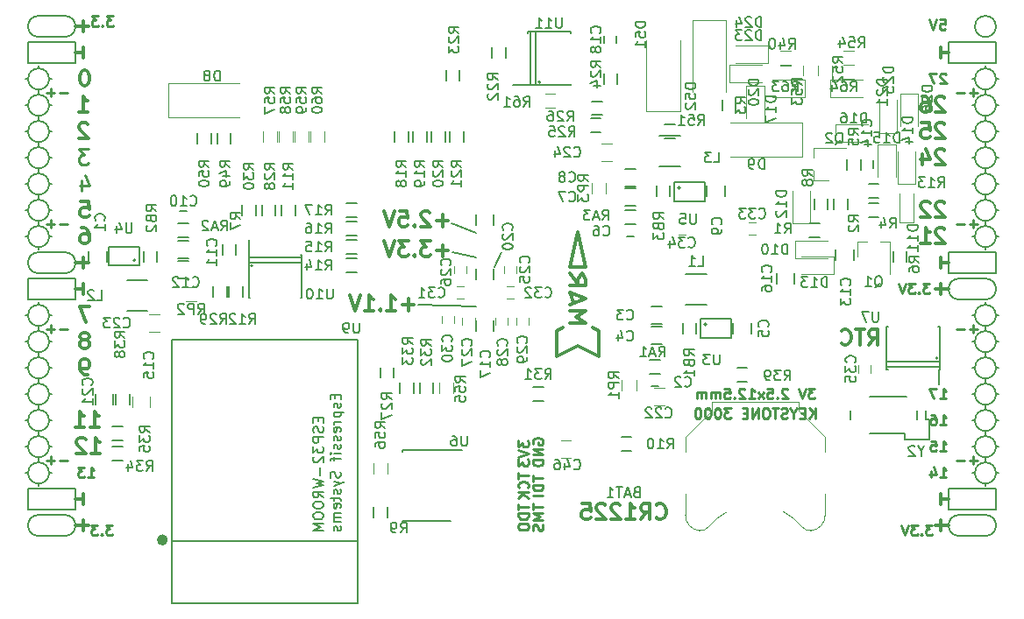
<source format=gbo>
G04 #@! TF.FileFunction,Legend,Bot*
%FSLAX46Y46*%
G04 Gerber Fmt 4.6, Leading zero omitted, Abs format (unit mm)*
G04 Created by KiCad (PCBNEW 4.0.7+dfsg1-1) date Fri Feb 23 19:25:16 2018*
%MOMM*%
%LPD*%
G01*
G04 APERTURE LIST*
%ADD10C,0.100000*%
%ADD11C,0.300000*%
%ADD12C,0.200000*%
%ADD13C,0.250000*%
%ADD14C,0.150000*%
%ADD15C,0.120000*%
%ADD16C,0.500000*%
G04 APERTURE END LIST*
D10*
D11*
X100481714Y-104008571D02*
X101338857Y-104008571D01*
X100910285Y-104008571D02*
X100910285Y-102508571D01*
X101053142Y-102722857D01*
X101196000Y-102865714D01*
X101338857Y-102937143D01*
X99910286Y-102651429D02*
X99838857Y-102580000D01*
X99696000Y-102508571D01*
X99338857Y-102508571D01*
X99196000Y-102580000D01*
X99124571Y-102651429D01*
X99053143Y-102794286D01*
X99053143Y-102937143D01*
X99124571Y-103151429D01*
X99981714Y-104008571D01*
X99053143Y-104008571D01*
X100354714Y-101468571D02*
X101211857Y-101468571D01*
X100783285Y-101468571D02*
X100783285Y-99968571D01*
X100926142Y-100182857D01*
X101069000Y-100325714D01*
X101211857Y-100397143D01*
X98926143Y-101468571D02*
X99783286Y-101468571D01*
X99354714Y-101468571D02*
X99354714Y-99968571D01*
X99497571Y-100182857D01*
X99640429Y-100325714D01*
X99783286Y-100397143D01*
X182872857Y-79791429D02*
X182801428Y-79720000D01*
X182658571Y-79648571D01*
X182301428Y-79648571D01*
X182158571Y-79720000D01*
X182087142Y-79791429D01*
X182015714Y-79934286D01*
X182015714Y-80077143D01*
X182087142Y-80291429D01*
X182944285Y-81148571D01*
X182015714Y-81148571D01*
X181444286Y-79791429D02*
X181372857Y-79720000D01*
X181230000Y-79648571D01*
X180872857Y-79648571D01*
X180730000Y-79720000D01*
X180658571Y-79791429D01*
X180587143Y-79934286D01*
X180587143Y-80077143D01*
X180658571Y-80291429D01*
X181515714Y-81148571D01*
X180587143Y-81148571D01*
X182872857Y-82331429D02*
X182801428Y-82260000D01*
X182658571Y-82188571D01*
X182301428Y-82188571D01*
X182158571Y-82260000D01*
X182087142Y-82331429D01*
X182015714Y-82474286D01*
X182015714Y-82617143D01*
X182087142Y-82831429D01*
X182944285Y-83688571D01*
X182015714Y-83688571D01*
X180587143Y-83688571D02*
X181444286Y-83688571D01*
X181015714Y-83688571D02*
X181015714Y-82188571D01*
X181158571Y-82402857D01*
X181301429Y-82545714D01*
X181444286Y-82617143D01*
D12*
X139439000Y-85931000D02*
X140074000Y-84534000D01*
X135248000Y-81740000D02*
X137661000Y-82629000D01*
X135375000Y-84534000D02*
X137661000Y-85042000D01*
X132073000Y-89614000D02*
X137661000Y-89741000D01*
D13*
X170323095Y-97702381D02*
X169704047Y-97702381D01*
X170037381Y-98083333D01*
X169894523Y-98083333D01*
X169799285Y-98130952D01*
X169751666Y-98178571D01*
X169704047Y-98273810D01*
X169704047Y-98511905D01*
X169751666Y-98607143D01*
X169799285Y-98654762D01*
X169894523Y-98702381D01*
X170180238Y-98702381D01*
X170275476Y-98654762D01*
X170323095Y-98607143D01*
X169418333Y-97702381D02*
X169085000Y-98702381D01*
X168751666Y-97702381D01*
X167704047Y-97797619D02*
X167656428Y-97750000D01*
X167561190Y-97702381D01*
X167323094Y-97702381D01*
X167227856Y-97750000D01*
X167180237Y-97797619D01*
X167132618Y-97892857D01*
X167132618Y-97988095D01*
X167180237Y-98130952D01*
X167751666Y-98702381D01*
X167132618Y-98702381D01*
X166704047Y-98607143D02*
X166656428Y-98654762D01*
X166704047Y-98702381D01*
X166751666Y-98654762D01*
X166704047Y-98607143D01*
X166704047Y-98702381D01*
X165751666Y-97702381D02*
X166227857Y-97702381D01*
X166275476Y-98178571D01*
X166227857Y-98130952D01*
X166132619Y-98083333D01*
X165894523Y-98083333D01*
X165799285Y-98130952D01*
X165751666Y-98178571D01*
X165704047Y-98273810D01*
X165704047Y-98511905D01*
X165751666Y-98607143D01*
X165799285Y-98654762D01*
X165894523Y-98702381D01*
X166132619Y-98702381D01*
X166227857Y-98654762D01*
X166275476Y-98607143D01*
X165370714Y-98702381D02*
X164846904Y-98035714D01*
X165370714Y-98035714D02*
X164846904Y-98702381D01*
X163942142Y-98702381D02*
X164513571Y-98702381D01*
X164227857Y-98702381D02*
X164227857Y-97702381D01*
X164323095Y-97845238D01*
X164418333Y-97940476D01*
X164513571Y-97988095D01*
X163561190Y-97797619D02*
X163513571Y-97750000D01*
X163418333Y-97702381D01*
X163180237Y-97702381D01*
X163084999Y-97750000D01*
X163037380Y-97797619D01*
X162989761Y-97892857D01*
X162989761Y-97988095D01*
X163037380Y-98130952D01*
X163608809Y-98702381D01*
X162989761Y-98702381D01*
X162561190Y-98607143D02*
X162513571Y-98654762D01*
X162561190Y-98702381D01*
X162608809Y-98654762D01*
X162561190Y-98607143D01*
X162561190Y-98702381D01*
X161608809Y-97702381D02*
X162085000Y-97702381D01*
X162132619Y-98178571D01*
X162085000Y-98130952D01*
X161989762Y-98083333D01*
X161751666Y-98083333D01*
X161656428Y-98130952D01*
X161608809Y-98178571D01*
X161561190Y-98273810D01*
X161561190Y-98511905D01*
X161608809Y-98607143D01*
X161656428Y-98654762D01*
X161751666Y-98702381D01*
X161989762Y-98702381D01*
X162085000Y-98654762D01*
X162132619Y-98607143D01*
X161132619Y-98702381D02*
X161132619Y-98035714D01*
X161132619Y-98130952D02*
X161085000Y-98083333D01*
X160989762Y-98035714D01*
X160846904Y-98035714D01*
X160751666Y-98083333D01*
X160704047Y-98178571D01*
X160704047Y-98702381D01*
X160704047Y-98178571D02*
X160656428Y-98083333D01*
X160561190Y-98035714D01*
X160418333Y-98035714D01*
X160323095Y-98083333D01*
X160275476Y-98178571D01*
X160275476Y-98702381D01*
X159799286Y-98702381D02*
X159799286Y-98035714D01*
X159799286Y-98130952D02*
X159751667Y-98083333D01*
X159656429Y-98035714D01*
X159513571Y-98035714D01*
X159418333Y-98083333D01*
X159370714Y-98178571D01*
X159370714Y-98702381D01*
X159370714Y-98178571D02*
X159323095Y-98083333D01*
X159227857Y-98035714D01*
X159085000Y-98035714D01*
X158989762Y-98083333D01*
X158942143Y-98178571D01*
X158942143Y-98702381D01*
D11*
X182492000Y-87582000D02*
X182492000Y-88598000D01*
X183254000Y-88090000D02*
X181984000Y-88090000D01*
X182492000Y-110442000D02*
X182492000Y-111458000D01*
X183254000Y-110950000D02*
X181984000Y-110950000D01*
X99688000Y-62182000D02*
X99688000Y-63198000D01*
X98926000Y-62690000D02*
X100196000Y-62690000D01*
X99688000Y-110442000D02*
X99688000Y-111458000D01*
X98926000Y-110950000D02*
X100196000Y-110950000D01*
X99688000Y-85042000D02*
X99688000Y-86058000D01*
X98926000Y-85550000D02*
X100196000Y-85550000D01*
D12*
X187826000Y-62690000D02*
G75*
G03X187826000Y-62690000I-1016000J0D01*
G01*
X184270000Y-87074000D02*
X186810000Y-87074000D01*
X184270000Y-89106000D02*
X186810000Y-89106000D01*
X184270000Y-87074000D02*
G75*
G03X184270000Y-89106000I0J-1016000D01*
G01*
X186810000Y-89106000D02*
G75*
G03X186810000Y-87074000I0J1016000D01*
G01*
X184270000Y-111966000D02*
X186810000Y-111966000D01*
X184270000Y-109934000D02*
X186810000Y-109934000D01*
X184270000Y-109934000D02*
G75*
G03X184270000Y-111966000I0J-1016000D01*
G01*
X186810000Y-111966000D02*
G75*
G03X186810000Y-109934000I0J1016000D01*
G01*
X97910000Y-63706000D02*
G75*
G03X97910000Y-61674000I0J1016000D01*
G01*
X95370000Y-61674000D02*
X97910000Y-61674000D01*
X95370000Y-63706000D02*
X97910000Y-63706000D01*
X95370000Y-61674000D02*
G75*
G03X95370000Y-63706000I0J-1016000D01*
G01*
X95370000Y-86566000D02*
X97910000Y-86566000D01*
X95370000Y-84534000D02*
X97910000Y-84534000D01*
X95370000Y-84534000D02*
G75*
G03X95370000Y-86566000I0J-1016000D01*
G01*
X97910000Y-86566000D02*
G75*
G03X97910000Y-84534000I0J1016000D01*
G01*
X95370000Y-111966000D02*
X97910000Y-111966000D01*
X95370000Y-109934000D02*
X97910000Y-109934000D01*
X95370000Y-109934000D02*
G75*
G03X95370000Y-111966000I0J-1016000D01*
G01*
X97910000Y-111966000D02*
G75*
G03X97910000Y-109934000I0J1016000D01*
G01*
X98926000Y-107394000D02*
X94354000Y-107394000D01*
X98926000Y-109426000D02*
X98926000Y-107394000D01*
X94354000Y-109426000D02*
X98926000Y-109426000D01*
X94354000Y-107394000D02*
X94354000Y-109426000D01*
X187826000Y-107394000D02*
X183254000Y-107394000D01*
X187826000Y-109426000D02*
X187826000Y-107394000D01*
X183254000Y-109426000D02*
X187826000Y-109426000D01*
X183254000Y-107394000D02*
X183254000Y-109426000D01*
X187826000Y-84534000D02*
X183254000Y-84534000D01*
X187826000Y-86566000D02*
X187826000Y-84534000D01*
X183254000Y-86566000D02*
X187826000Y-86566000D01*
X183254000Y-84534000D02*
X183254000Y-86566000D01*
X187826000Y-64214000D02*
X183254000Y-64214000D01*
X187826000Y-66246000D02*
X187826000Y-64214000D01*
X183254000Y-66246000D02*
X187826000Y-66246000D01*
X183254000Y-64214000D02*
X183254000Y-66246000D01*
X98926000Y-64214000D02*
X94354000Y-64214000D01*
X98926000Y-66246000D02*
X98926000Y-64214000D01*
X94354000Y-66246000D02*
X98926000Y-66246000D01*
X94354000Y-64214000D02*
X94354000Y-66246000D01*
X98926000Y-87074000D02*
X94354000Y-87074000D01*
X98926000Y-89106000D02*
X98926000Y-87074000D01*
X94354000Y-89106000D02*
X98926000Y-89106000D01*
X94354000Y-87074000D02*
X94354000Y-89106000D01*
D11*
X182872857Y-74711429D02*
X182801428Y-74640000D01*
X182658571Y-74568571D01*
X182301428Y-74568571D01*
X182158571Y-74640000D01*
X182087142Y-74711429D01*
X182015714Y-74854286D01*
X182015714Y-74997143D01*
X182087142Y-75211429D01*
X182944285Y-76068571D01*
X182015714Y-76068571D01*
X180730000Y-75068571D02*
X180730000Y-76068571D01*
X181087143Y-74497143D02*
X181444286Y-75568571D01*
X180515714Y-75568571D01*
X182872857Y-72171429D02*
X182801428Y-72100000D01*
X182658571Y-72028571D01*
X182301428Y-72028571D01*
X182158571Y-72100000D01*
X182087142Y-72171429D01*
X182015714Y-72314286D01*
X182015714Y-72457143D01*
X182087142Y-72671429D01*
X182944285Y-73528571D01*
X182015714Y-73528571D01*
X180658571Y-72028571D02*
X181372857Y-72028571D01*
X181444286Y-72742857D01*
X181372857Y-72671429D01*
X181230000Y-72600000D01*
X180872857Y-72600000D01*
X180730000Y-72671429D01*
X180658571Y-72742857D01*
X180587143Y-72885714D01*
X180587143Y-73242857D01*
X180658571Y-73385714D01*
X180730000Y-73457143D01*
X180872857Y-73528571D01*
X181230000Y-73528571D01*
X181372857Y-73457143D01*
X181444286Y-73385714D01*
D13*
X186032000Y-91971429D02*
X185270095Y-91971429D01*
X185651047Y-92352381D02*
X185651047Y-91590476D01*
X184793905Y-91971429D02*
X184032000Y-91971429D01*
X186032000Y-69111429D02*
X185270095Y-69111429D01*
X185651047Y-69492381D02*
X185651047Y-68730476D01*
X184793905Y-69111429D02*
X184032000Y-69111429D01*
X186032000Y-81811429D02*
X185270095Y-81811429D01*
X185651047Y-82192381D02*
X185651047Y-81430476D01*
X184793905Y-81811429D02*
X184032000Y-81811429D01*
X186032000Y-104671429D02*
X185270095Y-104671429D01*
X185651047Y-105052381D02*
X185651047Y-104290476D01*
X184793905Y-104671429D02*
X184032000Y-104671429D01*
X98148000Y-104671429D02*
X97386095Y-104671429D01*
X96909905Y-104671429D02*
X96148000Y-104671429D01*
X96528952Y-105052381D02*
X96528952Y-104290476D01*
X98148000Y-91971429D02*
X97386095Y-91971429D01*
X96909905Y-91971429D02*
X96148000Y-91971429D01*
X96528952Y-92352381D02*
X96528952Y-91590476D01*
X98148000Y-81811429D02*
X97386095Y-81811429D01*
X96909905Y-81811429D02*
X96148000Y-81811429D01*
X96528952Y-82192381D02*
X96528952Y-81430476D01*
X98148000Y-69111429D02*
X97386095Y-69111429D01*
X96909905Y-69111429D02*
X96148000Y-69111429D01*
X96528952Y-69492381D02*
X96528952Y-68730476D01*
D11*
X182492000Y-107902000D02*
X182492000Y-108918000D01*
X183254000Y-108410000D02*
X182492000Y-108410000D01*
D12*
X95370000Y-96726000D02*
X95370000Y-97234000D01*
X96386000Y-95710000D02*
X96640000Y-95710000D01*
X94354000Y-95710000D02*
X94100000Y-95710000D01*
X187826000Y-98250000D02*
X188080000Y-98250000D01*
X187826000Y-83010000D02*
X188080000Y-83010000D01*
X95370000Y-107140000D02*
X95370000Y-106886000D01*
X96386000Y-105870000D02*
X96640000Y-105870000D01*
X94354000Y-105870000D02*
X94100000Y-105870000D01*
X94354000Y-103330000D02*
X94100000Y-103330000D01*
X95370000Y-104346000D02*
X95370000Y-104854000D01*
X96386000Y-103330000D02*
X96640000Y-103330000D01*
X94354000Y-100790000D02*
X94100000Y-100790000D01*
X95370000Y-102314000D02*
X95370000Y-101806000D01*
X96386000Y-100790000D02*
X96640000Y-100790000D01*
X95370000Y-99266000D02*
X95370000Y-99774000D01*
X94354000Y-98250000D02*
X94100000Y-98250000D01*
X96386000Y-98250000D02*
X96640000Y-98250000D01*
X95370000Y-94186000D02*
X95370000Y-94694000D01*
X96386000Y-93170000D02*
X96640000Y-93170000D01*
X94354000Y-93170000D02*
X94100000Y-93170000D01*
X94354000Y-90630000D02*
X94100000Y-90630000D01*
X95370000Y-91646000D02*
X95370000Y-92154000D01*
X96640000Y-90630000D02*
X96386000Y-90630000D01*
X95370000Y-89360000D02*
X95370000Y-89614000D01*
X94354000Y-83010000D02*
X94100000Y-83010000D01*
X95370000Y-84280000D02*
X95370000Y-84026000D01*
X96386000Y-83010000D02*
X96640000Y-83010000D01*
X95370000Y-81486000D02*
X95370000Y-81994000D01*
X94354000Y-80470000D02*
X94100000Y-80470000D01*
X96640000Y-80470000D02*
X96386000Y-80470000D01*
X95370000Y-78946000D02*
X95370000Y-79454000D01*
X96386000Y-77930000D02*
X96640000Y-77930000D01*
X94354000Y-77930000D02*
X94100000Y-77930000D01*
X95370000Y-76406000D02*
X95370000Y-76914000D01*
X94354000Y-75390000D02*
X94100000Y-75390000D01*
X96386000Y-75390000D02*
X96640000Y-75390000D01*
X95370000Y-73866000D02*
X95370000Y-74374000D01*
X96386000Y-72850000D02*
X96640000Y-72850000D01*
X94100000Y-72850000D02*
X94354000Y-72850000D01*
X94354000Y-70310000D02*
X94100000Y-70310000D01*
X96640000Y-70310000D02*
X96386000Y-70310000D01*
X95370000Y-71326000D02*
X95370000Y-71834000D01*
X95370000Y-68786000D02*
X95370000Y-69294000D01*
X96386000Y-67770000D02*
X96640000Y-67770000D01*
X94354000Y-67770000D02*
X94100000Y-67770000D01*
X95370000Y-66500000D02*
X95370000Y-66754000D01*
X187826000Y-105870000D02*
X188080000Y-105870000D01*
X186810000Y-107140000D02*
X186810000Y-106886000D01*
X185540000Y-105870000D02*
X185794000Y-105870000D01*
X186810000Y-104346000D02*
X186810000Y-104854000D01*
X187826000Y-103330000D02*
X188080000Y-103330000D01*
X185540000Y-103330000D02*
X185794000Y-103330000D01*
X186810000Y-101806000D02*
X186810000Y-102314000D01*
X187826000Y-100790000D02*
X188080000Y-100790000D01*
X185540000Y-100790000D02*
X185794000Y-100790000D01*
X186810000Y-99266000D02*
X186810000Y-99774000D01*
X185540000Y-98250000D02*
X185794000Y-98250000D01*
X186810000Y-97234000D02*
X186810000Y-96726000D01*
X187826000Y-95710000D02*
X188080000Y-95710000D01*
X185540000Y-95710000D02*
X185794000Y-95710000D01*
X186810000Y-94694000D02*
X186810000Y-94186000D01*
X187826000Y-93170000D02*
X188080000Y-93170000D01*
X185540000Y-93170000D02*
X185794000Y-93170000D01*
X186810000Y-92154000D02*
X186810000Y-91646000D01*
X187826000Y-90630000D02*
X188080000Y-90630000D01*
X185540000Y-90630000D02*
X185794000Y-90630000D01*
X186810000Y-89360000D02*
X186810000Y-89614000D01*
X186810000Y-84280000D02*
X186810000Y-84026000D01*
X185540000Y-83010000D02*
X185794000Y-83010000D01*
X186810000Y-81994000D02*
X186810000Y-81486000D01*
X185794000Y-80470000D02*
X185540000Y-80470000D01*
X187826000Y-80470000D02*
X188080000Y-80470000D01*
X186810000Y-78946000D02*
X186810000Y-79454000D01*
X185794000Y-77930000D02*
X185540000Y-77930000D01*
X187826000Y-77930000D02*
X188080000Y-77930000D01*
X186810000Y-76406000D02*
X186810000Y-76914000D01*
X186810000Y-73866000D02*
X186810000Y-74374000D01*
X185794000Y-75390000D02*
X185540000Y-75390000D01*
X187826000Y-75390000D02*
X188080000Y-75390000D01*
X187826000Y-72850000D02*
X188080000Y-72850000D01*
X185540000Y-72850000D02*
X185794000Y-72850000D01*
X186810000Y-71834000D02*
X186810000Y-71326000D01*
X187826000Y-70310000D02*
X188080000Y-70310000D01*
X185540000Y-70310000D02*
X185794000Y-70310000D01*
X187826000Y-67770000D02*
X188080000Y-67770000D01*
X186810000Y-68786000D02*
X186810000Y-69294000D01*
X185540000Y-67770000D02*
X185794000Y-67770000D01*
X186810000Y-66500000D02*
X186810000Y-66754000D01*
X187826000Y-67770000D02*
G75*
G03X187826000Y-67770000I-1016000J0D01*
G01*
X187826000Y-70310000D02*
G75*
G03X187826000Y-70310000I-1016000J0D01*
G01*
X187826000Y-72850000D02*
G75*
G03X187826000Y-72850000I-1016000J0D01*
G01*
X187826000Y-75390000D02*
G75*
G03X187826000Y-75390000I-1016000J0D01*
G01*
X187826000Y-77930000D02*
G75*
G03X187826000Y-77930000I-1016000J0D01*
G01*
X187826000Y-80470000D02*
G75*
G03X187826000Y-80470000I-1016000J0D01*
G01*
X187826000Y-83010000D02*
G75*
G03X187826000Y-83010000I-1016000J0D01*
G01*
X187826000Y-90630000D02*
G75*
G03X187826000Y-90630000I-1016000J0D01*
G01*
X187826000Y-93170000D02*
G75*
G03X187826000Y-93170000I-1016000J0D01*
G01*
X187826000Y-95710000D02*
G75*
G03X187826000Y-95710000I-1016000J0D01*
G01*
X187826000Y-98250000D02*
G75*
G03X187826000Y-98250000I-1016000J0D01*
G01*
X187826000Y-100790000D02*
G75*
G03X187826000Y-100790000I-1016000J0D01*
G01*
X187826000Y-103330000D02*
G75*
G03X187826000Y-103330000I-1016000J0D01*
G01*
X187826000Y-105870000D02*
G75*
G03X187826000Y-105870000I-1016000J0D01*
G01*
X96386000Y-105870000D02*
G75*
G03X96386000Y-105870000I-1016000J0D01*
G01*
X96386000Y-103330000D02*
G75*
G03X96386000Y-103330000I-1016000J0D01*
G01*
X96386000Y-100790000D02*
G75*
G03X96386000Y-100790000I-1016000J0D01*
G01*
X96386000Y-98250000D02*
G75*
G03X96386000Y-98250000I-1016000J0D01*
G01*
X96386000Y-95710000D02*
G75*
G03X96386000Y-95710000I-1016000J0D01*
G01*
X96386000Y-93170000D02*
G75*
G03X96386000Y-93170000I-1016000J0D01*
G01*
X96386000Y-90630000D02*
G75*
G03X96386000Y-90630000I-1016000J0D01*
G01*
X96386000Y-83010000D02*
G75*
G03X96386000Y-83010000I-1016000J0D01*
G01*
X96386000Y-80470000D02*
G75*
G03X96386000Y-80470000I-1016000J0D01*
G01*
X96386000Y-77930000D02*
G75*
G03X96386000Y-77930000I-1016000J0D01*
G01*
X96386000Y-75390000D02*
G75*
G03X96386000Y-75390000I-1016000J0D01*
G01*
X96386000Y-72850000D02*
G75*
G03X96386000Y-72850000I-1016000J0D01*
G01*
X96386000Y-70310000D02*
G75*
G03X96386000Y-70310000I-1016000J0D01*
G01*
X96386000Y-67770000D02*
G75*
G03X96386000Y-67770000I-1016000J0D01*
G01*
D13*
X182428476Y-62015381D02*
X182904667Y-62015381D01*
X182952286Y-62491571D01*
X182904667Y-62443952D01*
X182809429Y-62396333D01*
X182571333Y-62396333D01*
X182476095Y-62443952D01*
X182428476Y-62491571D01*
X182380857Y-62586810D01*
X182380857Y-62824905D01*
X182428476Y-62920143D01*
X182476095Y-62967762D01*
X182571333Y-63015381D01*
X182809429Y-63015381D01*
X182904667Y-62967762D01*
X182952286Y-62920143D01*
X182095143Y-62015381D02*
X181761810Y-63015381D01*
X181428476Y-62015381D01*
D11*
X182492000Y-64722000D02*
X182492000Y-65738000D01*
X183254000Y-65230000D02*
X182492000Y-65230000D01*
D13*
X182999905Y-67317619D02*
X182952286Y-67270000D01*
X182857048Y-67222381D01*
X182618952Y-67222381D01*
X182523714Y-67270000D01*
X182476095Y-67317619D01*
X182428476Y-67412857D01*
X182428476Y-67508095D01*
X182476095Y-67650952D01*
X183047524Y-68222381D01*
X182428476Y-68222381D01*
X182095143Y-67222381D02*
X181428476Y-67222381D01*
X181857048Y-68222381D01*
D11*
X182872857Y-69631429D02*
X182801428Y-69560000D01*
X182658571Y-69488571D01*
X182301428Y-69488571D01*
X182158571Y-69560000D01*
X182087142Y-69631429D01*
X182015714Y-69774286D01*
X182015714Y-69917143D01*
X182087142Y-70131429D01*
X182944285Y-70988571D01*
X182015714Y-70988571D01*
X180730000Y-69488571D02*
X181015714Y-69488571D01*
X181158571Y-69560000D01*
X181230000Y-69631429D01*
X181372857Y-69845714D01*
X181444286Y-70131429D01*
X181444286Y-70702857D01*
X181372857Y-70845714D01*
X181301429Y-70917143D01*
X181158571Y-70988571D01*
X180872857Y-70988571D01*
X180730000Y-70917143D01*
X180658571Y-70845714D01*
X180587143Y-70702857D01*
X180587143Y-70345714D01*
X180658571Y-70202857D01*
X180730000Y-70131429D01*
X180872857Y-70060000D01*
X181158571Y-70060000D01*
X181301429Y-70131429D01*
X181372857Y-70202857D01*
X181444286Y-70345714D01*
X182492000Y-85042000D02*
X182492000Y-86058000D01*
X183254000Y-85550000D02*
X182492000Y-85550000D01*
D13*
X181428190Y-87542381D02*
X180809142Y-87542381D01*
X181142476Y-87923333D01*
X180999618Y-87923333D01*
X180904380Y-87970952D01*
X180856761Y-88018571D01*
X180809142Y-88113810D01*
X180809142Y-88351905D01*
X180856761Y-88447143D01*
X180904380Y-88494762D01*
X180999618Y-88542381D01*
X181285333Y-88542381D01*
X181380571Y-88494762D01*
X181428190Y-88447143D01*
X180380571Y-88447143D02*
X180332952Y-88494762D01*
X180380571Y-88542381D01*
X180428190Y-88494762D01*
X180380571Y-88447143D01*
X180380571Y-88542381D01*
X179999619Y-87542381D02*
X179380571Y-87542381D01*
X179713905Y-87923333D01*
X179571047Y-87923333D01*
X179475809Y-87970952D01*
X179428190Y-88018571D01*
X179380571Y-88113810D01*
X179380571Y-88351905D01*
X179428190Y-88447143D01*
X179475809Y-88494762D01*
X179571047Y-88542381D01*
X179856762Y-88542381D01*
X179952000Y-88494762D01*
X179999619Y-88447143D01*
X179094857Y-87542381D02*
X178761524Y-88542381D01*
X178428190Y-87542381D01*
X182428476Y-98702381D02*
X182999905Y-98702381D01*
X182714191Y-98702381D02*
X182714191Y-97702381D01*
X182809429Y-97845238D01*
X182904667Y-97940476D01*
X182999905Y-97988095D01*
X182095143Y-97702381D02*
X181428476Y-97702381D01*
X181857048Y-98702381D01*
X182428476Y-101242381D02*
X182999905Y-101242381D01*
X182714191Y-101242381D02*
X182714191Y-100242381D01*
X182809429Y-100385238D01*
X182904667Y-100480476D01*
X182999905Y-100528095D01*
X181571333Y-100242381D02*
X181761810Y-100242381D01*
X181857048Y-100290000D01*
X181904667Y-100337619D01*
X181999905Y-100480476D01*
X182047524Y-100670952D01*
X182047524Y-101051905D01*
X181999905Y-101147143D01*
X181952286Y-101194762D01*
X181857048Y-101242381D01*
X181666571Y-101242381D01*
X181571333Y-101194762D01*
X181523714Y-101147143D01*
X181476095Y-101051905D01*
X181476095Y-100813810D01*
X181523714Y-100718571D01*
X181571333Y-100670952D01*
X181666571Y-100623333D01*
X181857048Y-100623333D01*
X181952286Y-100670952D01*
X181999905Y-100718571D01*
X182047524Y-100813810D01*
X182428476Y-103782381D02*
X182999905Y-103782381D01*
X182714191Y-103782381D02*
X182714191Y-102782381D01*
X182809429Y-102925238D01*
X182904667Y-103020476D01*
X182999905Y-103068095D01*
X181523714Y-102782381D02*
X181999905Y-102782381D01*
X182047524Y-103258571D01*
X181999905Y-103210952D01*
X181904667Y-103163333D01*
X181666571Y-103163333D01*
X181571333Y-103210952D01*
X181523714Y-103258571D01*
X181476095Y-103353810D01*
X181476095Y-103591905D01*
X181523714Y-103687143D01*
X181571333Y-103734762D01*
X181666571Y-103782381D01*
X181904667Y-103782381D01*
X181999905Y-103734762D01*
X182047524Y-103687143D01*
X182428476Y-106322381D02*
X182999905Y-106322381D01*
X182714191Y-106322381D02*
X182714191Y-105322381D01*
X182809429Y-105465238D01*
X182904667Y-105560476D01*
X182999905Y-105608095D01*
X181571333Y-105655714D02*
X181571333Y-106322381D01*
X181809429Y-105274762D02*
X182047524Y-105989048D01*
X181428476Y-105989048D01*
X181682190Y-110910381D02*
X181063142Y-110910381D01*
X181396476Y-111291333D01*
X181253618Y-111291333D01*
X181158380Y-111338952D01*
X181110761Y-111386571D01*
X181063142Y-111481810D01*
X181063142Y-111719905D01*
X181110761Y-111815143D01*
X181158380Y-111862762D01*
X181253618Y-111910381D01*
X181539333Y-111910381D01*
X181634571Y-111862762D01*
X181682190Y-111815143D01*
X180634571Y-111815143D02*
X180586952Y-111862762D01*
X180634571Y-111910381D01*
X180682190Y-111862762D01*
X180634571Y-111815143D01*
X180634571Y-111910381D01*
X180253619Y-110910381D02*
X179634571Y-110910381D01*
X179967905Y-111291333D01*
X179825047Y-111291333D01*
X179729809Y-111338952D01*
X179682190Y-111386571D01*
X179634571Y-111481810D01*
X179634571Y-111719905D01*
X179682190Y-111815143D01*
X179729809Y-111862762D01*
X179825047Y-111910381D01*
X180110762Y-111910381D01*
X180206000Y-111862762D01*
X180253619Y-111815143D01*
X179348857Y-110910381D02*
X179015524Y-111910381D01*
X178682190Y-110910381D01*
D11*
X99688000Y-108918000D02*
X99688000Y-107902000D01*
X98926000Y-108410000D02*
X99688000Y-108410000D01*
X99688000Y-88598000D02*
X99688000Y-87582000D01*
X98926000Y-88090000D02*
X99688000Y-88090000D01*
X99688000Y-64722000D02*
X99688000Y-65738000D01*
X98926000Y-65230000D02*
X99688000Y-65230000D01*
D13*
X102513619Y-110910381D02*
X101894571Y-110910381D01*
X102227905Y-111291333D01*
X102085047Y-111291333D01*
X101989809Y-111338952D01*
X101942190Y-111386571D01*
X101894571Y-111481810D01*
X101894571Y-111719905D01*
X101942190Y-111815143D01*
X101989809Y-111862762D01*
X102085047Y-111910381D01*
X102370762Y-111910381D01*
X102466000Y-111862762D01*
X102513619Y-111815143D01*
X101466000Y-111815143D02*
X101418381Y-111862762D01*
X101466000Y-111910381D01*
X101513619Y-111862762D01*
X101466000Y-111815143D01*
X101466000Y-111910381D01*
X101085048Y-110910381D02*
X100466000Y-110910381D01*
X100799334Y-111291333D01*
X100656476Y-111291333D01*
X100561238Y-111338952D01*
X100513619Y-111386571D01*
X100466000Y-111481810D01*
X100466000Y-111719905D01*
X100513619Y-111815143D01*
X100561238Y-111862762D01*
X100656476Y-111910381D01*
X100942191Y-111910381D01*
X101037429Y-111862762D01*
X101085048Y-111815143D01*
X100132476Y-106322381D02*
X100703905Y-106322381D01*
X100418191Y-106322381D02*
X100418191Y-105322381D01*
X100513429Y-105465238D01*
X100608667Y-105560476D01*
X100703905Y-105608095D01*
X99799143Y-105322381D02*
X99180095Y-105322381D01*
X99513429Y-105703333D01*
X99370571Y-105703333D01*
X99275333Y-105750952D01*
X99227714Y-105798571D01*
X99180095Y-105893810D01*
X99180095Y-106131905D01*
X99227714Y-106227143D01*
X99275333Y-106274762D01*
X99370571Y-106322381D01*
X99656286Y-106322381D01*
X99751524Y-106274762D01*
X99799143Y-106227143D01*
D11*
X100100714Y-96388571D02*
X99814999Y-96388571D01*
X99672142Y-96317143D01*
X99600714Y-96245714D01*
X99457856Y-96031429D01*
X99386428Y-95745714D01*
X99386428Y-95174286D01*
X99457856Y-95031429D01*
X99529285Y-94960000D01*
X99672142Y-94888571D01*
X99957856Y-94888571D01*
X100100714Y-94960000D01*
X100172142Y-95031429D01*
X100243571Y-95174286D01*
X100243571Y-95531429D01*
X100172142Y-95674286D01*
X100100714Y-95745714D01*
X99957856Y-95817143D01*
X99672142Y-95817143D01*
X99529285Y-95745714D01*
X99457856Y-95674286D01*
X99386428Y-95531429D01*
X99957856Y-92991429D02*
X100100714Y-92920000D01*
X100172142Y-92848571D01*
X100243571Y-92705714D01*
X100243571Y-92634286D01*
X100172142Y-92491429D01*
X100100714Y-92420000D01*
X99957856Y-92348571D01*
X99672142Y-92348571D01*
X99529285Y-92420000D01*
X99457856Y-92491429D01*
X99386428Y-92634286D01*
X99386428Y-92705714D01*
X99457856Y-92848571D01*
X99529285Y-92920000D01*
X99672142Y-92991429D01*
X99957856Y-92991429D01*
X100100714Y-93062857D01*
X100172142Y-93134286D01*
X100243571Y-93277143D01*
X100243571Y-93562857D01*
X100172142Y-93705714D01*
X100100714Y-93777143D01*
X99957856Y-93848571D01*
X99672142Y-93848571D01*
X99529285Y-93777143D01*
X99457856Y-93705714D01*
X99386428Y-93562857D01*
X99386428Y-93277143D01*
X99457856Y-93134286D01*
X99529285Y-93062857D01*
X99672142Y-92991429D01*
X100314999Y-89808571D02*
X99314999Y-89808571D01*
X99957856Y-91308571D01*
X99529285Y-82188571D02*
X99814999Y-82188571D01*
X99957856Y-82260000D01*
X100029285Y-82331429D01*
X100172142Y-82545714D01*
X100243571Y-82831429D01*
X100243571Y-83402857D01*
X100172142Y-83545714D01*
X100100714Y-83617143D01*
X99957856Y-83688571D01*
X99672142Y-83688571D01*
X99529285Y-83617143D01*
X99457856Y-83545714D01*
X99386428Y-83402857D01*
X99386428Y-83045714D01*
X99457856Y-82902857D01*
X99529285Y-82831429D01*
X99672142Y-82760000D01*
X99957856Y-82760000D01*
X100100714Y-82831429D01*
X100172142Y-82902857D01*
X100243571Y-83045714D01*
X99457856Y-79648571D02*
X100172142Y-79648571D01*
X100243571Y-80362857D01*
X100172142Y-80291429D01*
X100029285Y-80220000D01*
X99672142Y-80220000D01*
X99529285Y-80291429D01*
X99457856Y-80362857D01*
X99386428Y-80505714D01*
X99386428Y-80862857D01*
X99457856Y-81005714D01*
X99529285Y-81077143D01*
X99672142Y-81148571D01*
X100029285Y-81148571D01*
X100172142Y-81077143D01*
X100243571Y-81005714D01*
D13*
X99529285Y-77608571D02*
X99529285Y-78608571D01*
X99886428Y-77037143D02*
X100243571Y-78108571D01*
X99314999Y-78108571D01*
X100187999Y-74568571D02*
X99259428Y-74568571D01*
X99759428Y-75140000D01*
X99545142Y-75140000D01*
X99402285Y-75211429D01*
X99330856Y-75282857D01*
X99259428Y-75425714D01*
X99259428Y-75782857D01*
X99330856Y-75925714D01*
X99402285Y-75997143D01*
X99545142Y-76068571D01*
X99973714Y-76068571D01*
X100116571Y-75997143D01*
X100187999Y-75925714D01*
D11*
X100116571Y-72171429D02*
X100045142Y-72100000D01*
X99902285Y-72028571D01*
X99545142Y-72028571D01*
X99402285Y-72100000D01*
X99330856Y-72171429D01*
X99259428Y-72314286D01*
X99259428Y-72457143D01*
X99330856Y-72671429D01*
X100187999Y-73528571D01*
X99259428Y-73528571D01*
X99259428Y-70988571D02*
X100116571Y-70988571D01*
X99687999Y-70988571D02*
X99687999Y-69488571D01*
X99830856Y-69702857D01*
X99973714Y-69845714D01*
X100116571Y-69917143D01*
X99886428Y-66948571D02*
X99743571Y-66948571D01*
X99600714Y-67020000D01*
X99529285Y-67091429D01*
X99457856Y-67234286D01*
X99386428Y-67520000D01*
X99386428Y-67877143D01*
X99457856Y-68162857D01*
X99529285Y-68305714D01*
X99600714Y-68377143D01*
X99743571Y-68448571D01*
X99886428Y-68448571D01*
X100029285Y-68377143D01*
X100100714Y-68305714D01*
X100172142Y-68162857D01*
X100243571Y-67877143D01*
X100243571Y-67520000D01*
X100172142Y-67234286D01*
X100100714Y-67091429D01*
X100029285Y-67020000D01*
X99886428Y-66948571D01*
D13*
X102577119Y-61697881D02*
X101958071Y-61697881D01*
X102291405Y-62078833D01*
X102148547Y-62078833D01*
X102053309Y-62126452D01*
X102005690Y-62174071D01*
X101958071Y-62269310D01*
X101958071Y-62507405D01*
X102005690Y-62602643D01*
X102053309Y-62650262D01*
X102148547Y-62697881D01*
X102434262Y-62697881D01*
X102529500Y-62650262D01*
X102577119Y-62602643D01*
X101529500Y-62602643D02*
X101481881Y-62650262D01*
X101529500Y-62697881D01*
X101577119Y-62650262D01*
X101529500Y-62602643D01*
X101529500Y-62697881D01*
X101148548Y-61697881D02*
X100529500Y-61697881D01*
X100862834Y-62078833D01*
X100719976Y-62078833D01*
X100624738Y-62126452D01*
X100577119Y-62174071D01*
X100529500Y-62269310D01*
X100529500Y-62507405D01*
X100577119Y-62602643D01*
X100624738Y-62650262D01*
X100719976Y-62697881D01*
X101005691Y-62697881D01*
X101100929Y-62650262D01*
X101148548Y-62602643D01*
X170370715Y-100607381D02*
X170370715Y-99607381D01*
X169799286Y-100607381D02*
X170227858Y-100035952D01*
X169799286Y-99607381D02*
X170370715Y-100178810D01*
X169370715Y-100083571D02*
X169037381Y-100083571D01*
X168894524Y-100607381D02*
X169370715Y-100607381D01*
X169370715Y-99607381D01*
X168894524Y-99607381D01*
X168275477Y-100131190D02*
X168275477Y-100607381D01*
X168608810Y-99607381D02*
X168275477Y-100131190D01*
X167942143Y-99607381D01*
X167656429Y-100559762D02*
X167513572Y-100607381D01*
X167275476Y-100607381D01*
X167180238Y-100559762D01*
X167132619Y-100512143D01*
X167085000Y-100416905D01*
X167085000Y-100321667D01*
X167132619Y-100226429D01*
X167180238Y-100178810D01*
X167275476Y-100131190D01*
X167465953Y-100083571D01*
X167561191Y-100035952D01*
X167608810Y-99988333D01*
X167656429Y-99893095D01*
X167656429Y-99797857D01*
X167608810Y-99702619D01*
X167561191Y-99655000D01*
X167465953Y-99607381D01*
X167227857Y-99607381D01*
X167085000Y-99655000D01*
X166799286Y-99607381D02*
X166227857Y-99607381D01*
X166513572Y-100607381D02*
X166513572Y-99607381D01*
X165704048Y-99607381D02*
X165513571Y-99607381D01*
X165418333Y-99655000D01*
X165323095Y-99750238D01*
X165275476Y-99940714D01*
X165275476Y-100274048D01*
X165323095Y-100464524D01*
X165418333Y-100559762D01*
X165513571Y-100607381D01*
X165704048Y-100607381D01*
X165799286Y-100559762D01*
X165894524Y-100464524D01*
X165942143Y-100274048D01*
X165942143Y-99940714D01*
X165894524Y-99750238D01*
X165799286Y-99655000D01*
X165704048Y-99607381D01*
X164846905Y-100607381D02*
X164846905Y-99607381D01*
X164275476Y-100607381D01*
X164275476Y-99607381D01*
X163799286Y-100083571D02*
X163465952Y-100083571D01*
X163323095Y-100607381D02*
X163799286Y-100607381D01*
X163799286Y-99607381D01*
X163323095Y-99607381D01*
X162227857Y-99607381D02*
X161608809Y-99607381D01*
X161942143Y-99988333D01*
X161799285Y-99988333D01*
X161704047Y-100035952D01*
X161656428Y-100083571D01*
X161608809Y-100178810D01*
X161608809Y-100416905D01*
X161656428Y-100512143D01*
X161704047Y-100559762D01*
X161799285Y-100607381D01*
X162085000Y-100607381D01*
X162180238Y-100559762D01*
X162227857Y-100512143D01*
X160989762Y-99607381D02*
X160894523Y-99607381D01*
X160799285Y-99655000D01*
X160751666Y-99702619D01*
X160704047Y-99797857D01*
X160656428Y-99988333D01*
X160656428Y-100226429D01*
X160704047Y-100416905D01*
X160751666Y-100512143D01*
X160799285Y-100559762D01*
X160894523Y-100607381D01*
X160989762Y-100607381D01*
X161085000Y-100559762D01*
X161132619Y-100512143D01*
X161180238Y-100416905D01*
X161227857Y-100226429D01*
X161227857Y-99988333D01*
X161180238Y-99797857D01*
X161132619Y-99702619D01*
X161085000Y-99655000D01*
X160989762Y-99607381D01*
X160037381Y-99607381D02*
X159942142Y-99607381D01*
X159846904Y-99655000D01*
X159799285Y-99702619D01*
X159751666Y-99797857D01*
X159704047Y-99988333D01*
X159704047Y-100226429D01*
X159751666Y-100416905D01*
X159799285Y-100512143D01*
X159846904Y-100559762D01*
X159942142Y-100607381D01*
X160037381Y-100607381D01*
X160132619Y-100559762D01*
X160180238Y-100512143D01*
X160227857Y-100416905D01*
X160275476Y-100226429D01*
X160275476Y-99988333D01*
X160227857Y-99797857D01*
X160180238Y-99702619D01*
X160132619Y-99655000D01*
X160037381Y-99607381D01*
X159085000Y-99607381D02*
X158989761Y-99607381D01*
X158894523Y-99655000D01*
X158846904Y-99702619D01*
X158799285Y-99797857D01*
X158751666Y-99988333D01*
X158751666Y-100226429D01*
X158799285Y-100416905D01*
X158846904Y-100512143D01*
X158894523Y-100559762D01*
X158989761Y-100607381D01*
X159085000Y-100607381D01*
X159180238Y-100559762D01*
X159227857Y-100512143D01*
X159275476Y-100416905D01*
X159323095Y-100226429D01*
X159323095Y-99988333D01*
X159275476Y-99797857D01*
X159227857Y-99702619D01*
X159180238Y-99655000D01*
X159085000Y-99607381D01*
D11*
X155027856Y-110215714D02*
X155099285Y-110287143D01*
X155313571Y-110358571D01*
X155456428Y-110358571D01*
X155670713Y-110287143D01*
X155813571Y-110144286D01*
X155884999Y-110001429D01*
X155956428Y-109715714D01*
X155956428Y-109501429D01*
X155884999Y-109215714D01*
X155813571Y-109072857D01*
X155670713Y-108930000D01*
X155456428Y-108858571D01*
X155313571Y-108858571D01*
X155099285Y-108930000D01*
X155027856Y-109001429D01*
X153527856Y-110358571D02*
X154027856Y-109644286D01*
X154384999Y-110358571D02*
X154384999Y-108858571D01*
X153813571Y-108858571D01*
X153670713Y-108930000D01*
X153599285Y-109001429D01*
X153527856Y-109144286D01*
X153527856Y-109358571D01*
X153599285Y-109501429D01*
X153670713Y-109572857D01*
X153813571Y-109644286D01*
X154384999Y-109644286D01*
X152099285Y-110358571D02*
X152956428Y-110358571D01*
X152527856Y-110358571D02*
X152527856Y-108858571D01*
X152670713Y-109072857D01*
X152813571Y-109215714D01*
X152956428Y-109287143D01*
X151527857Y-109001429D02*
X151456428Y-108930000D01*
X151313571Y-108858571D01*
X150956428Y-108858571D01*
X150813571Y-108930000D01*
X150742142Y-109001429D01*
X150670714Y-109144286D01*
X150670714Y-109287143D01*
X150742142Y-109501429D01*
X151599285Y-110358571D01*
X150670714Y-110358571D01*
X150099286Y-109001429D02*
X150027857Y-108930000D01*
X149885000Y-108858571D01*
X149527857Y-108858571D01*
X149385000Y-108930000D01*
X149313571Y-109001429D01*
X149242143Y-109144286D01*
X149242143Y-109287143D01*
X149313571Y-109501429D01*
X150170714Y-110358571D01*
X149242143Y-110358571D01*
X147885000Y-108858571D02*
X148599286Y-108858571D01*
X148670715Y-109572857D01*
X148599286Y-109501429D01*
X148456429Y-109430000D01*
X148099286Y-109430000D01*
X147956429Y-109501429D01*
X147885000Y-109572857D01*
X147813572Y-109715714D01*
X147813572Y-110072857D01*
X147885000Y-110215714D01*
X147956429Y-110287143D01*
X148099286Y-110358571D01*
X148456429Y-110358571D01*
X148599286Y-110287143D01*
X148670715Y-110215714D01*
X134945999Y-81466143D02*
X133803142Y-81466143D01*
X134374571Y-82037571D02*
X134374571Y-80894714D01*
X133160285Y-80680429D02*
X133088856Y-80609000D01*
X132945999Y-80537571D01*
X132588856Y-80537571D01*
X132445999Y-80609000D01*
X132374570Y-80680429D01*
X132303142Y-80823286D01*
X132303142Y-80966143D01*
X132374570Y-81180429D01*
X133231713Y-82037571D01*
X132303142Y-82037571D01*
X131660285Y-81894714D02*
X131588857Y-81966143D01*
X131660285Y-82037571D01*
X131731714Y-81966143D01*
X131660285Y-81894714D01*
X131660285Y-82037571D01*
X130231713Y-80537571D02*
X130945999Y-80537571D01*
X131017428Y-81251857D01*
X130945999Y-81180429D01*
X130803142Y-81109000D01*
X130445999Y-81109000D01*
X130303142Y-81180429D01*
X130231713Y-81251857D01*
X130160285Y-81394714D01*
X130160285Y-81751857D01*
X130231713Y-81894714D01*
X130303142Y-81966143D01*
X130445999Y-82037571D01*
X130803142Y-82037571D01*
X130945999Y-81966143D01*
X131017428Y-81894714D01*
X129731714Y-80537571D02*
X129231714Y-82037571D01*
X128731714Y-80537571D01*
X134945999Y-84387143D02*
X133803142Y-84387143D01*
X134374571Y-84958571D02*
X134374571Y-83815714D01*
X133231713Y-83458571D02*
X132303142Y-83458571D01*
X132803142Y-84030000D01*
X132588856Y-84030000D01*
X132445999Y-84101429D01*
X132374570Y-84172857D01*
X132303142Y-84315714D01*
X132303142Y-84672857D01*
X132374570Y-84815714D01*
X132445999Y-84887143D01*
X132588856Y-84958571D01*
X133017428Y-84958571D01*
X133160285Y-84887143D01*
X133231713Y-84815714D01*
X131660285Y-84815714D02*
X131588857Y-84887143D01*
X131660285Y-84958571D01*
X131731714Y-84887143D01*
X131660285Y-84815714D01*
X131660285Y-84958571D01*
X131088856Y-83458571D02*
X130160285Y-83458571D01*
X130660285Y-84030000D01*
X130445999Y-84030000D01*
X130303142Y-84101429D01*
X130231713Y-84172857D01*
X130160285Y-84315714D01*
X130160285Y-84672857D01*
X130231713Y-84815714D01*
X130303142Y-84887143D01*
X130445999Y-84958571D01*
X130874571Y-84958571D01*
X131017428Y-84887143D01*
X131088856Y-84815714D01*
X129731714Y-83458571D02*
X129231714Y-84958571D01*
X128731714Y-83458571D01*
X131643999Y-89594143D02*
X130501142Y-89594143D01*
X131072571Y-90165571D02*
X131072571Y-89022714D01*
X129001142Y-90165571D02*
X129858285Y-90165571D01*
X129429713Y-90165571D02*
X129429713Y-88665571D01*
X129572570Y-88879857D01*
X129715428Y-89022714D01*
X129858285Y-89094143D01*
X128358285Y-90022714D02*
X128286857Y-90094143D01*
X128358285Y-90165571D01*
X128429714Y-90094143D01*
X128358285Y-90022714D01*
X128358285Y-90165571D01*
X126858285Y-90165571D02*
X127715428Y-90165571D01*
X127286856Y-90165571D02*
X127286856Y-88665571D01*
X127429713Y-88879857D01*
X127572571Y-89022714D01*
X127715428Y-89094143D01*
X126429714Y-88665571D02*
X125929714Y-90165571D01*
X125429714Y-88665571D01*
D13*
X141685381Y-105854286D02*
X141685381Y-106425715D01*
X142685381Y-106140000D02*
X141685381Y-106140000D01*
X142590143Y-107330477D02*
X142637762Y-107282858D01*
X142685381Y-107140001D01*
X142685381Y-107044763D01*
X142637762Y-106901905D01*
X142542524Y-106806667D01*
X142447286Y-106759048D01*
X142256810Y-106711429D01*
X142113952Y-106711429D01*
X141923476Y-106759048D01*
X141828238Y-106806667D01*
X141733000Y-106901905D01*
X141685381Y-107044763D01*
X141685381Y-107140001D01*
X141733000Y-107282858D01*
X141780619Y-107330477D01*
X142685381Y-107759048D02*
X141685381Y-107759048D01*
X142685381Y-108330477D02*
X142113952Y-107901905D01*
X141685381Y-108330477D02*
X142256810Y-107759048D01*
X141685381Y-102726905D02*
X141685381Y-103345953D01*
X142066333Y-103012619D01*
X142066333Y-103155477D01*
X142113952Y-103250715D01*
X142161571Y-103298334D01*
X142256810Y-103345953D01*
X142494905Y-103345953D01*
X142590143Y-103298334D01*
X142637762Y-103250715D01*
X142685381Y-103155477D01*
X142685381Y-102869762D01*
X142637762Y-102774524D01*
X142590143Y-102726905D01*
X141685381Y-103631667D02*
X142685381Y-103965000D01*
X141685381Y-104298334D01*
X141685381Y-104536429D02*
X141685381Y-105155477D01*
X142066333Y-104822143D01*
X142066333Y-104965001D01*
X142113952Y-105060239D01*
X142161571Y-105107858D01*
X142256810Y-105155477D01*
X142494905Y-105155477D01*
X142590143Y-105107858D01*
X142637762Y-105060239D01*
X142685381Y-104965001D01*
X142685381Y-104679286D01*
X142637762Y-104584048D01*
X142590143Y-104536429D01*
X141685381Y-108878476D02*
X141685381Y-109449905D01*
X142685381Y-109164190D02*
X141685381Y-109164190D01*
X142685381Y-109783238D02*
X141685381Y-109783238D01*
X141685381Y-110021333D01*
X141733000Y-110164191D01*
X141828238Y-110259429D01*
X141923476Y-110307048D01*
X142113952Y-110354667D01*
X142256810Y-110354667D01*
X142447286Y-110307048D01*
X142542524Y-110259429D01*
X142637762Y-110164191D01*
X142685381Y-110021333D01*
X142685381Y-109783238D01*
X141685381Y-110973714D02*
X141685381Y-111164191D01*
X141733000Y-111259429D01*
X141828238Y-111354667D01*
X142018714Y-111402286D01*
X142352048Y-111402286D01*
X142542524Y-111354667D01*
X142637762Y-111259429D01*
X142685381Y-111164191D01*
X142685381Y-110973714D01*
X142637762Y-110878476D01*
X142542524Y-110783238D01*
X142352048Y-110735619D01*
X142018714Y-110735619D01*
X141828238Y-110783238D01*
X141733000Y-110878476D01*
X141685381Y-110973714D01*
X143130000Y-103076096D02*
X143082381Y-102980858D01*
X143082381Y-102838001D01*
X143130000Y-102695143D01*
X143225238Y-102599905D01*
X143320476Y-102552286D01*
X143510952Y-102504667D01*
X143653810Y-102504667D01*
X143844286Y-102552286D01*
X143939524Y-102599905D01*
X144034762Y-102695143D01*
X144082381Y-102838001D01*
X144082381Y-102933239D01*
X144034762Y-103076096D01*
X143987143Y-103123715D01*
X143653810Y-103123715D01*
X143653810Y-102933239D01*
X144082381Y-103552286D02*
X143082381Y-103552286D01*
X144082381Y-104123715D01*
X143082381Y-104123715D01*
X144082381Y-104599905D02*
X143082381Y-104599905D01*
X143082381Y-104838000D01*
X143130000Y-104980858D01*
X143225238Y-105076096D01*
X143320476Y-105123715D01*
X143510952Y-105171334D01*
X143653810Y-105171334D01*
X143844286Y-105123715D01*
X143939524Y-105076096D01*
X144034762Y-104980858D01*
X144082381Y-104838000D01*
X144082381Y-104599905D01*
X143082381Y-106116191D02*
X143082381Y-106687620D01*
X144082381Y-106401905D02*
X143082381Y-106401905D01*
X144082381Y-107020953D02*
X143082381Y-107020953D01*
X143082381Y-107259048D01*
X143130000Y-107401906D01*
X143225238Y-107497144D01*
X143320476Y-107544763D01*
X143510952Y-107592382D01*
X143653810Y-107592382D01*
X143844286Y-107544763D01*
X143939524Y-107497144D01*
X144034762Y-107401906D01*
X144082381Y-107259048D01*
X144082381Y-107020953D01*
X144082381Y-108020953D02*
X143082381Y-108020953D01*
X143082381Y-108854667D02*
X143082381Y-109426096D01*
X144082381Y-109140381D02*
X143082381Y-109140381D01*
X144082381Y-109759429D02*
X143082381Y-109759429D01*
X143796667Y-110092763D01*
X143082381Y-110426096D01*
X144082381Y-110426096D01*
X144034762Y-110854667D02*
X144082381Y-110997524D01*
X144082381Y-111235620D01*
X144034762Y-111330858D01*
X143987143Y-111378477D01*
X143891905Y-111426096D01*
X143796667Y-111426096D01*
X143701429Y-111378477D01*
X143653810Y-111330858D01*
X143606190Y-111235620D01*
X143558571Y-111045143D01*
X143510952Y-110949905D01*
X143463333Y-110902286D01*
X143368095Y-110854667D01*
X143272857Y-110854667D01*
X143177619Y-110902286D01*
X143130000Y-110949905D01*
X143082381Y-111045143D01*
X143082381Y-111283239D01*
X143130000Y-111426096D01*
D11*
X175557142Y-93498571D02*
X176057142Y-92784286D01*
X176414285Y-93498571D02*
X176414285Y-91998571D01*
X175842857Y-91998571D01*
X175699999Y-92070000D01*
X175628571Y-92141429D01*
X175557142Y-92284286D01*
X175557142Y-92498571D01*
X175628571Y-92641429D01*
X175699999Y-92712857D01*
X175842857Y-92784286D01*
X176414285Y-92784286D01*
X175128571Y-91998571D02*
X174271428Y-91998571D01*
X174699999Y-93498571D02*
X174699999Y-91998571D01*
X172914285Y-93355714D02*
X172985714Y-93427143D01*
X173200000Y-93498571D01*
X173342857Y-93498571D01*
X173557142Y-93427143D01*
X173700000Y-93284286D01*
X173771428Y-93141429D01*
X173842857Y-92855714D01*
X173842857Y-92641429D01*
X173771428Y-92355714D01*
X173700000Y-92212857D01*
X173557142Y-92070000D01*
X173342857Y-91998571D01*
X173200000Y-91998571D01*
X172985714Y-92070000D01*
X172914285Y-92141429D01*
D14*
X102823000Y-98258000D02*
X102823000Y-99258000D01*
X104173000Y-99258000D02*
X104173000Y-98258000D01*
D15*
X157345000Y-70900000D02*
X154045000Y-70900000D01*
X154045000Y-70900000D02*
X154045000Y-64000000D01*
X157345000Y-70900000D02*
X157345000Y-64000000D01*
D14*
X155830000Y-73525000D02*
X156830000Y-73525000D01*
X156830000Y-72175000D02*
X155830000Y-72175000D01*
X157870000Y-89565000D02*
X159870000Y-89565000D01*
X159870000Y-86615000D02*
X157870000Y-86615000D01*
X159886803Y-91500000D02*
G75*
G03X159886803Y-91500000I-111803J0D01*
G01*
X159275000Y-92800000D02*
X162275000Y-92800000D01*
X162275000Y-92800000D02*
X162275000Y-91000000D01*
X162275000Y-91000000D02*
X159275000Y-91000000D01*
X159275000Y-91000000D02*
X159275000Y-92800000D01*
X105895000Y-87250000D02*
X103895000Y-87250000D01*
X103895000Y-90200000D02*
X105895000Y-90200000D01*
X104736803Y-85315000D02*
G75*
G03X104736803Y-85315000I-111803J0D01*
G01*
X105125000Y-84015000D02*
X102125000Y-84015000D01*
X102125000Y-84015000D02*
X102125000Y-85815000D01*
X102125000Y-85815000D02*
X105125000Y-85815000D01*
X105125000Y-85815000D02*
X105125000Y-84015000D01*
X155330000Y-76230000D02*
X157330000Y-76230000D01*
X157330000Y-73280000D02*
X155330000Y-73280000D01*
X157346803Y-78292000D02*
G75*
G03X157346803Y-78292000I-111803J0D01*
G01*
X156735000Y-79592000D02*
X159735000Y-79592000D01*
X159735000Y-79592000D02*
X159735000Y-77792000D01*
X159735000Y-77792000D02*
X156735000Y-77792000D01*
X156735000Y-77792000D02*
X156735000Y-79592000D01*
X100235000Y-85415000D02*
X100235000Y-84415000D01*
X101935000Y-84415000D02*
X101935000Y-85415000D01*
X155560000Y-91480000D02*
X154560000Y-91480000D01*
X154560000Y-89780000D02*
X155560000Y-89780000D01*
X155560000Y-93385000D02*
X154560000Y-93385000D01*
X154560000Y-91685000D02*
X155560000Y-91685000D01*
X164165000Y-91400000D02*
X164165000Y-92400000D01*
X162465000Y-92400000D02*
X162465000Y-91400000D01*
X153020000Y-80050000D02*
X152020000Y-80050000D01*
X152020000Y-78350000D02*
X153020000Y-78350000D01*
X153020000Y-78145000D02*
X152020000Y-78145000D01*
X152020000Y-76445000D02*
X153020000Y-76445000D01*
X161625000Y-78065000D02*
X161625000Y-79065000D01*
X159925000Y-79065000D02*
X159925000Y-78065000D01*
X108840000Y-83430000D02*
X109840000Y-83430000D01*
X109840000Y-85130000D02*
X108840000Y-85130000D01*
X108840000Y-85335000D02*
X109840000Y-85335000D01*
X109840000Y-87035000D02*
X108840000Y-87035000D01*
X174071000Y-84288000D02*
X174071000Y-85288000D01*
X172371000Y-85288000D02*
X172371000Y-84288000D01*
D15*
X174435000Y-83520000D02*
X175365000Y-83520000D01*
X177595000Y-83520000D02*
X176665000Y-83520000D01*
X177595000Y-83520000D02*
X177595000Y-86680000D01*
X174435000Y-83520000D02*
X174435000Y-84980000D01*
X170175000Y-77605000D02*
X170175000Y-76675000D01*
X170175000Y-74445000D02*
X170175000Y-75375000D01*
X170175000Y-74445000D02*
X173335000Y-74445000D01*
X170175000Y-77605000D02*
X171635000Y-77605000D01*
D14*
X154510000Y-97510000D02*
X155210000Y-97510000D01*
X155210000Y-96310000D02*
X154510000Y-96310000D01*
X152170000Y-82975000D02*
X152870000Y-82975000D01*
X152870000Y-81775000D02*
X152170000Y-81775000D01*
X109690000Y-80505000D02*
X108990000Y-80505000D01*
X108990000Y-81705000D02*
X109690000Y-81705000D01*
X174780000Y-75675000D02*
X174780000Y-76375000D01*
X175980000Y-76375000D02*
X175980000Y-75675000D01*
X170800000Y-81700000D02*
X169800000Y-81700000D01*
X169800000Y-83050000D02*
X170800000Y-83050000D01*
X172165000Y-79335000D02*
X172165000Y-80335000D01*
X173515000Y-80335000D02*
X173515000Y-79335000D01*
X175515000Y-81145000D02*
X176515000Y-81145000D01*
X176515000Y-79795000D02*
X175515000Y-79795000D01*
X174785000Y-76525000D02*
X174785000Y-75525000D01*
X173435000Y-75525000D02*
X173435000Y-76525000D01*
X179230000Y-85415000D02*
X179230000Y-84415000D01*
X177880000Y-84415000D02*
X177880000Y-85415000D01*
X114460000Y-84780000D02*
X114460000Y-83780000D01*
X113110000Y-83780000D02*
X113110000Y-84780000D01*
X170260000Y-79335000D02*
X170260000Y-80335000D01*
X171610000Y-80335000D02*
X171610000Y-79335000D01*
X129065000Y-110180000D02*
X129065000Y-109180000D01*
X127715000Y-109180000D02*
X127715000Y-110180000D01*
X151639000Y-103751000D02*
X152639000Y-103751000D01*
X152639000Y-102401000D02*
X151639000Y-102401000D01*
X175515000Y-79240000D02*
X176515000Y-79240000D01*
X176515000Y-77890000D02*
X175515000Y-77890000D01*
X155360000Y-94965000D02*
X154360000Y-94965000D01*
X154360000Y-96315000D02*
X155360000Y-96315000D01*
X108840000Y-83050000D02*
X109840000Y-83050000D01*
X109840000Y-81700000D02*
X108840000Y-81700000D01*
X153020000Y-80430000D02*
X152020000Y-80430000D01*
X152020000Y-81780000D02*
X153020000Y-81780000D01*
X158910000Y-92400000D02*
X158910000Y-91400000D01*
X157560000Y-91400000D02*
X157560000Y-92400000D01*
X105490000Y-84415000D02*
X105490000Y-85415000D01*
X106840000Y-85415000D02*
X106840000Y-84415000D01*
X156370000Y-79065000D02*
X156370000Y-78065000D01*
X155020000Y-78065000D02*
X155020000Y-79065000D01*
X125096000Y-86479000D02*
X126096000Y-86479000D01*
X126096000Y-85129000D02*
X125096000Y-85129000D01*
X125096000Y-84701000D02*
X126096000Y-84701000D01*
X126096000Y-83351000D02*
X125096000Y-83351000D01*
X125096000Y-82923000D02*
X126096000Y-82923000D01*
X126096000Y-81573000D02*
X125096000Y-81573000D01*
X125096000Y-81145000D02*
X126096000Y-81145000D01*
X126096000Y-79795000D02*
X125096000Y-79795000D01*
X129747000Y-72858000D02*
X129747000Y-73858000D01*
X131097000Y-73858000D02*
X131097000Y-72858000D01*
X131525000Y-72858000D02*
X131525000Y-73858000D01*
X132875000Y-73858000D02*
X132875000Y-72858000D01*
X133303000Y-72858000D02*
X133303000Y-73858000D01*
X134653000Y-73858000D02*
X134653000Y-72858000D01*
X135081000Y-72858000D02*
X135081000Y-73858000D01*
X136431000Y-73858000D02*
X136431000Y-72858000D01*
X151189600Y-64310000D02*
X151189600Y-63610000D01*
X149989600Y-63610000D02*
X149989600Y-64310000D01*
X161370000Y-69810000D02*
X161370000Y-70810000D01*
X162720000Y-70810000D02*
X162720000Y-69810000D01*
X139145000Y-64730000D02*
X139145000Y-65730000D01*
X140495000Y-65730000D02*
X140495000Y-64730000D01*
X134700000Y-66932000D02*
X134700000Y-67932000D01*
X136050000Y-67932000D02*
X136050000Y-66932000D01*
X149940000Y-67270000D02*
X149940000Y-68270000D01*
X151290000Y-68270000D02*
X151290000Y-67270000D01*
X148675000Y-72890000D02*
X149675000Y-72890000D01*
X149675000Y-71540000D02*
X148675000Y-71540000D01*
X148780000Y-71275000D02*
X149780000Y-71275000D01*
X149780000Y-69925000D02*
X148780000Y-69925000D01*
X130510000Y-103690000D02*
X130510000Y-103790000D01*
X130510000Y-110515000D02*
X130510000Y-110490000D01*
X135160000Y-110515000D02*
X135160000Y-110490000D01*
X136235000Y-103690000D02*
X130510000Y-103690000D01*
X135160000Y-110515000D02*
X130510000Y-110515000D01*
X120175000Y-80970000D02*
X120175000Y-79970000D01*
X118825000Y-79970000D02*
X118825000Y-80970000D01*
X113745000Y-87844000D02*
X113745000Y-88844000D01*
X115095000Y-88844000D02*
X115095000Y-87844000D01*
X128350000Y-95675000D02*
X128350000Y-96675000D01*
X129700000Y-96675000D02*
X129700000Y-95675000D01*
X118270000Y-80970000D02*
X118270000Y-79970000D01*
X116920000Y-79970000D02*
X116920000Y-80970000D01*
X112221000Y-87844000D02*
X112221000Y-88844000D01*
X113571000Y-88844000D02*
X113571000Y-87844000D01*
X116365000Y-80970000D02*
X116365000Y-79970000D01*
X115015000Y-79970000D02*
X115015000Y-80970000D01*
X143130000Y-98925000D02*
X144130000Y-98925000D01*
X144130000Y-97575000D02*
X143130000Y-97575000D01*
X132160000Y-97115000D02*
X132160000Y-98115000D01*
X133510000Y-98115000D02*
X133510000Y-97115000D01*
X130255000Y-97115000D02*
X130255000Y-98115000D01*
X131605000Y-98115000D02*
X131605000Y-97115000D01*
X103490000Y-103290000D02*
X102490000Y-103290000D01*
X102490000Y-104640000D02*
X103490000Y-104640000D01*
X102490000Y-102735000D02*
X103490000Y-102735000D01*
X103490000Y-101385000D02*
X102490000Y-101385000D01*
X168356000Y-86574000D02*
X168356000Y-87574000D01*
X166656000Y-87574000D02*
X166656000Y-86574000D01*
X162815000Y-97020000D02*
X163815000Y-97020000D01*
X163815000Y-95670000D02*
X162815000Y-95670000D01*
X137650000Y-92120000D02*
X137650000Y-91120000D01*
X139350000Y-91120000D02*
X139350000Y-92120000D01*
X139350000Y-80920000D02*
X139350000Y-81920000D01*
X137650000Y-81920000D02*
X137650000Y-80920000D01*
X137650000Y-87120000D02*
X137650000Y-86120000D01*
X139350000Y-86120000D02*
X139350000Y-87120000D01*
X100870000Y-99258000D02*
X100870000Y-98258000D01*
X102570000Y-98258000D02*
X102570000Y-99258000D01*
X112602000Y-72985000D02*
X112602000Y-73985000D01*
X113952000Y-73985000D02*
X113952000Y-72985000D01*
X110697000Y-72985000D02*
X110697000Y-73985000D01*
X112047000Y-73985000D02*
X112047000Y-72985000D01*
D15*
X170636000Y-66465000D02*
X170636000Y-67465000D01*
X171996000Y-67465000D02*
X171996000Y-66465000D01*
X169239000Y-66465000D02*
X169239000Y-67465000D01*
X170599000Y-67465000D02*
X170599000Y-66465000D01*
X106126000Y-98512000D02*
X106126000Y-99512000D01*
X104426000Y-99512000D02*
X104426000Y-98512000D01*
X107861000Y-71452000D02*
X107861000Y-68152000D01*
X107861000Y-68152000D02*
X114761000Y-68152000D01*
X107861000Y-71452000D02*
X114761000Y-71452000D01*
X169112000Y-71962000D02*
X169112000Y-75262000D01*
X169112000Y-75262000D02*
X162212000Y-75262000D01*
X169112000Y-71962000D02*
X162212000Y-71962000D01*
X158490000Y-62100000D02*
X161790000Y-62100000D01*
X161790000Y-62100000D02*
X161790000Y-69000000D01*
X158490000Y-62100000D02*
X158490000Y-69000000D01*
X155814000Y-99354000D02*
X154814000Y-99354000D01*
X154814000Y-97654000D02*
X155814000Y-97654000D01*
X106046000Y-90542000D02*
X107046000Y-90542000D01*
X107046000Y-92242000D02*
X106046000Y-92242000D01*
X149734000Y-74032000D02*
X150734000Y-74032000D01*
X150734000Y-75732000D02*
X149734000Y-75732000D01*
X135420000Y-98115000D02*
X135420000Y-97115000D01*
X134060000Y-97115000D02*
X134060000Y-98115000D01*
X160091264Y-111074552D02*
G75*
G02X161785000Y-109670000I4493736J-3695448D01*
G01*
X167317553Y-109624793D02*
G75*
G02X169085000Y-111070000I-2732553J-5145207D01*
G01*
X159170385Y-111454160D02*
G75*
G03X160085000Y-111070000I124615J984160D01*
G01*
X169999615Y-111454160D02*
G75*
G02X169085000Y-111070000I-124615J984160D01*
G01*
X157835000Y-109920000D02*
G75*
G03X159285000Y-111470000I1500000J-50000D01*
G01*
X171335000Y-109920000D02*
G75*
G02X169885000Y-111470000I-1500000J-50000D01*
G01*
X157835000Y-107870000D02*
X157835000Y-109970000D01*
X171335000Y-107870000D02*
X171335000Y-109970000D01*
X171335000Y-103870000D02*
X171335000Y-102420000D01*
X171335000Y-102420000D02*
X168735000Y-99820000D01*
X168735000Y-99820000D02*
X168735000Y-99020000D01*
X168735000Y-99020000D02*
X160435000Y-99020000D01*
X160435000Y-99020000D02*
X160435000Y-99820000D01*
X160435000Y-99820000D02*
X157835000Y-102420000D01*
X157835000Y-102420000D02*
X157835000Y-103870000D01*
X169406000Y-67809000D02*
X169406000Y-69509000D01*
X169406000Y-69509000D02*
X166256000Y-69509000D01*
X169406000Y-67809000D02*
X166256000Y-67809000D01*
X171829000Y-69509000D02*
X171829000Y-67809000D01*
X171829000Y-67809000D02*
X174979000Y-67809000D01*
X171829000Y-69509000D02*
X174979000Y-69509000D01*
X168400000Y-85130000D02*
X168400000Y-83430000D01*
X168400000Y-83430000D02*
X171550000Y-83430000D01*
X168400000Y-85130000D02*
X171550000Y-85130000D01*
X169880000Y-81735000D02*
X168180000Y-81735000D01*
X168180000Y-81735000D02*
X168180000Y-78585000D01*
X169880000Y-81735000D02*
X169880000Y-78585000D01*
X172200000Y-84954000D02*
X172200000Y-86654000D01*
X172200000Y-86654000D02*
X169050000Y-86654000D01*
X172200000Y-84954000D02*
X169050000Y-84954000D01*
X180040000Y-77925000D02*
X178340000Y-77925000D01*
X178340000Y-77925000D02*
X178340000Y-74775000D01*
X180040000Y-77925000D02*
X180040000Y-74775000D01*
X176435000Y-74125000D02*
X178135000Y-74125000D01*
X178135000Y-74125000D02*
X178135000Y-77275000D01*
X176435000Y-74125000D02*
X176435000Y-77275000D01*
X172337000Y-73827000D02*
X172337000Y-72127000D01*
X172337000Y-72127000D02*
X175487000Y-72127000D01*
X172337000Y-73827000D02*
X175487000Y-73827000D01*
X163735000Y-68410000D02*
X165435000Y-68410000D01*
X165435000Y-68410000D02*
X165435000Y-71560000D01*
X163735000Y-68410000D02*
X163735000Y-71560000D01*
X127710000Y-104946000D02*
X127710000Y-105946000D01*
X129070000Y-105946000D02*
X129070000Y-104946000D01*
X117042000Y-72858000D02*
X117042000Y-73858000D01*
X118402000Y-73858000D02*
X118402000Y-72858000D01*
X118566000Y-72858000D02*
X118566000Y-73858000D01*
X119926000Y-73858000D02*
X119926000Y-72858000D01*
X120090000Y-72858000D02*
X120090000Y-73858000D01*
X121450000Y-73858000D02*
X121450000Y-72858000D01*
X121614000Y-72858000D02*
X121614000Y-73858000D01*
X122974000Y-73858000D02*
X122974000Y-72858000D01*
X144280000Y-70580000D02*
X145280000Y-70580000D01*
X145280000Y-69220000D02*
X144280000Y-69220000D01*
D14*
X182200803Y-94757500D02*
G75*
G03X182200803Y-94757500I-89803J0D01*
G01*
X177285000Y-95583000D02*
X182365000Y-95583000D01*
X182365000Y-95075000D02*
X177285000Y-95075000D01*
X182400000Y-95880000D02*
X182350000Y-95880000D01*
X182400000Y-91730000D02*
X182255000Y-91730000D01*
X177250000Y-91730000D02*
X177395000Y-91730000D01*
X177250000Y-95880000D02*
X177395000Y-95880000D01*
X182400000Y-95880000D02*
X182400000Y-91730000D01*
X177250000Y-95880000D02*
X177250000Y-91730000D01*
X182350000Y-95880000D02*
X182350000Y-97280000D01*
X143817303Y-68087500D02*
G75*
G03X143817303Y-68087500I-89803J0D01*
G01*
X142902000Y-63261500D02*
X142902000Y-68341500D01*
X143410000Y-68341500D02*
X143410000Y-63261500D01*
X142605000Y-68376500D02*
X142605000Y-68326500D01*
X146755000Y-68376500D02*
X146755000Y-68231500D01*
X146755000Y-63226500D02*
X146755000Y-63371500D01*
X142605000Y-63226500D02*
X142605000Y-63371500D01*
X142605000Y-68376500D02*
X146755000Y-68376500D01*
X142605000Y-63226500D02*
X146755000Y-63226500D01*
X142605000Y-68326500D02*
X141205000Y-68326500D01*
X116033803Y-85867500D02*
G75*
G03X116033803Y-85867500I-89803J0D01*
G01*
X120770000Y-85042000D02*
X115690000Y-85042000D01*
X115690000Y-85550000D02*
X120770000Y-85550000D01*
X115655000Y-84745000D02*
X115705000Y-84745000D01*
X115655000Y-88895000D02*
X115800000Y-88895000D01*
X120805000Y-88895000D02*
X120660000Y-88895000D01*
X120805000Y-84745000D02*
X120660000Y-84745000D01*
X115655000Y-84745000D02*
X115655000Y-88895000D01*
X120805000Y-84745000D02*
X120805000Y-88895000D01*
X115705000Y-84745000D02*
X115705000Y-83345000D01*
D16*
X107607981Y-112354000D02*
G75*
G03X107607981Y-112354000I-283981J0D01*
G01*
D14*
X126230000Y-112500000D02*
X108230000Y-112500000D01*
X108230000Y-118500000D02*
X108230000Y-93000000D01*
X126230000Y-118500000D02*
X126230000Y-93000000D01*
X126230000Y-93000000D02*
X108230000Y-93000000D01*
X126230000Y-118500000D02*
X108230000Y-118500000D01*
X181412000Y-100682000D02*
X181012000Y-100682000D01*
X181412000Y-102682000D02*
X181412000Y-100682000D01*
X179012000Y-102682000D02*
X181412000Y-102682000D01*
X179012000Y-102082000D02*
X179012000Y-102682000D01*
X173812000Y-99882000D02*
X173812000Y-100682000D01*
X179212000Y-98482000D02*
X175612000Y-98482000D01*
X179012000Y-102082000D02*
X175612000Y-102082000D01*
X180212000Y-99882000D02*
X180212000Y-100682000D01*
X181012000Y-99882000D02*
X181012000Y-100682000D01*
D11*
X148240000Y-90179000D02*
X146640000Y-90179000D01*
X147240000Y-90779000D02*
X148240000Y-90179000D01*
X148240000Y-91379000D02*
X147240000Y-90779000D01*
X146640000Y-91379000D02*
X148240000Y-91379000D01*
X145440000Y-92179000D02*
X146040000Y-91779000D01*
X149440000Y-92179000D02*
X148840000Y-91779000D01*
X149440000Y-94579000D02*
X149440000Y-92179000D01*
X147440000Y-82579000D02*
X148240000Y-85979000D01*
X146640000Y-85979000D02*
X147440000Y-82579000D01*
X148240000Y-85979000D02*
X146640000Y-85979000D01*
X147440000Y-87579000D02*
X146640000Y-86579000D01*
X147440000Y-87179000D02*
X147440000Y-87779000D01*
X147840000Y-86579000D02*
X147440000Y-87179000D01*
X148240000Y-87179000D02*
X147840000Y-86579000D01*
X148240000Y-87779000D02*
X148240000Y-87179000D01*
X148240000Y-87779000D02*
X146640000Y-87779000D01*
X146640000Y-88379000D02*
X147040000Y-89379000D01*
X148240000Y-88979000D02*
X146640000Y-88379000D01*
X146640000Y-89579000D02*
X148240000Y-88979000D01*
X145440000Y-94579000D02*
X145440000Y-92179000D01*
X147440000Y-93579000D02*
X145440000Y-94579000D01*
X149440000Y-94579000D02*
X147440000Y-93579000D01*
D15*
X179890000Y-81635000D02*
X178490000Y-81635000D01*
X178490000Y-81635000D02*
X178490000Y-78835000D01*
X179890000Y-81635000D02*
X179890000Y-78835000D01*
X141500000Y-86570000D02*
X141500000Y-85870000D01*
X140300000Y-85870000D02*
X140300000Y-86570000D01*
X136700000Y-86570000D02*
X136700000Y-85870000D01*
X135500000Y-85870000D02*
X135500000Y-86570000D01*
X137500000Y-91570000D02*
X137500000Y-90870000D01*
X136300000Y-90870000D02*
X136300000Y-91570000D01*
X140700000Y-91570000D02*
X140700000Y-90870000D01*
X139500000Y-90870000D02*
X139500000Y-91570000D01*
X142700000Y-91570000D02*
X142700000Y-90870000D01*
X141500000Y-90870000D02*
X141500000Y-91570000D01*
X135500000Y-91370000D02*
X135500000Y-90670000D01*
X134300000Y-90670000D02*
X134300000Y-91370000D01*
X136450000Y-87820000D02*
X135750000Y-87820000D01*
X135750000Y-89020000D02*
X136450000Y-89020000D01*
X140550000Y-89020000D02*
X141250000Y-89020000D01*
X141250000Y-87820000D02*
X140550000Y-87820000D01*
X163950000Y-82820000D02*
X164650000Y-82820000D01*
X164650000Y-81620000D02*
X163950000Y-81620000D01*
X157850000Y-81620000D02*
X157150000Y-81620000D01*
X157150000Y-82820000D02*
X157850000Y-82820000D01*
X174500000Y-95470000D02*
X174500000Y-96170000D01*
X175700000Y-96170000D02*
X175700000Y-95470000D01*
X168006000Y-66455000D02*
X167006000Y-66455000D01*
X167006000Y-67815000D02*
X168006000Y-67815000D01*
X173100000Y-67800000D02*
X174100000Y-67800000D01*
X174100000Y-66440000D02*
X173100000Y-66440000D01*
X162050000Y-68112000D02*
X162050000Y-66412000D01*
X162050000Y-66412000D02*
X165200000Y-66412000D01*
X162050000Y-68112000D02*
X165200000Y-68112000D01*
X165850000Y-64507000D02*
X165850000Y-66207000D01*
X165850000Y-66207000D02*
X162700000Y-66207000D01*
X165850000Y-64507000D02*
X162700000Y-64507000D01*
X178262000Y-72972000D02*
X176562000Y-72972000D01*
X176562000Y-72972000D02*
X176562000Y-69822000D01*
X178262000Y-72972000D02*
X178262000Y-69822000D01*
X178594000Y-69172000D02*
X180294000Y-69172000D01*
X180294000Y-69172000D02*
X180294000Y-72322000D01*
X178594000Y-69172000D02*
X178594000Y-72322000D01*
X168006000Y-65058000D02*
X167006000Y-65058000D01*
X167006000Y-66418000D02*
X168006000Y-66418000D01*
X174102000Y-65058000D02*
X173102000Y-65058000D01*
X173102000Y-66418000D02*
X174102000Y-66418000D01*
X153073000Y-97861000D02*
X153073000Y-96861000D01*
X151713000Y-96861000D02*
X151713000Y-97861000D01*
X110602000Y-87918000D02*
X109602000Y-87918000D01*
X109602000Y-89278000D02*
X110602000Y-89278000D01*
X150152000Y-78811000D02*
X150152000Y-77811000D01*
X148792000Y-77811000D02*
X148792000Y-78811000D01*
X146797000Y-104434000D02*
X145797000Y-104434000D01*
X145797000Y-102734000D02*
X146797000Y-102734000D01*
D14*
X103696381Y-92781143D02*
X103220190Y-92447809D01*
X103696381Y-92209714D02*
X102696381Y-92209714D01*
X102696381Y-92590667D01*
X102744000Y-92685905D01*
X102791619Y-92733524D01*
X102886857Y-92781143D01*
X103029714Y-92781143D01*
X103124952Y-92733524D01*
X103172571Y-92685905D01*
X103220190Y-92590667D01*
X103220190Y-92209714D01*
X102696381Y-93114476D02*
X102696381Y-93733524D01*
X103077333Y-93400190D01*
X103077333Y-93543048D01*
X103124952Y-93638286D01*
X103172571Y-93685905D01*
X103267810Y-93733524D01*
X103505905Y-93733524D01*
X103601143Y-93685905D01*
X103648762Y-93638286D01*
X103696381Y-93543048D01*
X103696381Y-93257333D01*
X103648762Y-93162095D01*
X103601143Y-93114476D01*
X103124952Y-94304952D02*
X103077333Y-94209714D01*
X103029714Y-94162095D01*
X102934476Y-94114476D01*
X102886857Y-94114476D01*
X102791619Y-94162095D01*
X102744000Y-94209714D01*
X102696381Y-94304952D01*
X102696381Y-94495429D01*
X102744000Y-94590667D01*
X102791619Y-94638286D01*
X102886857Y-94685905D01*
X102934476Y-94685905D01*
X103029714Y-94638286D01*
X103077333Y-94590667D01*
X103124952Y-94495429D01*
X103124952Y-94304952D01*
X103172571Y-94209714D01*
X103220190Y-94162095D01*
X103315429Y-94114476D01*
X103505905Y-94114476D01*
X103601143Y-94162095D01*
X103648762Y-94209714D01*
X103696381Y-94304952D01*
X103696381Y-94495429D01*
X103648762Y-94590667D01*
X103601143Y-94638286D01*
X103505905Y-94685905D01*
X103315429Y-94685905D01*
X103220190Y-94638286D01*
X103172571Y-94590667D01*
X103124952Y-94495429D01*
X153988381Y-62237714D02*
X152988381Y-62237714D01*
X152988381Y-62475809D01*
X153036000Y-62618667D01*
X153131238Y-62713905D01*
X153226476Y-62761524D01*
X153416952Y-62809143D01*
X153559810Y-62809143D01*
X153750286Y-62761524D01*
X153845524Y-62713905D01*
X153940762Y-62618667D01*
X153988381Y-62475809D01*
X153988381Y-62237714D01*
X152988381Y-63713905D02*
X152988381Y-63237714D01*
X153464571Y-63190095D01*
X153416952Y-63237714D01*
X153369333Y-63332952D01*
X153369333Y-63571048D01*
X153416952Y-63666286D01*
X153464571Y-63713905D01*
X153559810Y-63761524D01*
X153797905Y-63761524D01*
X153893143Y-63713905D01*
X153940762Y-63666286D01*
X153988381Y-63571048D01*
X153988381Y-63332952D01*
X153940762Y-63237714D01*
X153893143Y-63190095D01*
X153988381Y-64713905D02*
X153988381Y-64142476D01*
X153988381Y-64428190D02*
X152988381Y-64428190D01*
X153131238Y-64332952D01*
X153226476Y-64237714D01*
X153274095Y-64142476D01*
X159068357Y-72222881D02*
X159401691Y-71746690D01*
X159639786Y-72222881D02*
X159639786Y-71222881D01*
X159258833Y-71222881D01*
X159163595Y-71270500D01*
X159115976Y-71318119D01*
X159068357Y-71413357D01*
X159068357Y-71556214D01*
X159115976Y-71651452D01*
X159163595Y-71699071D01*
X159258833Y-71746690D01*
X159639786Y-71746690D01*
X158163595Y-71222881D02*
X158639786Y-71222881D01*
X158687405Y-71699071D01*
X158639786Y-71651452D01*
X158544548Y-71603833D01*
X158306452Y-71603833D01*
X158211214Y-71651452D01*
X158163595Y-71699071D01*
X158115976Y-71794310D01*
X158115976Y-72032405D01*
X158163595Y-72127643D01*
X158211214Y-72175262D01*
X158306452Y-72222881D01*
X158544548Y-72222881D01*
X158639786Y-72175262D01*
X158687405Y-72127643D01*
X157163595Y-72222881D02*
X157735024Y-72222881D01*
X157449310Y-72222881D02*
X157449310Y-71222881D01*
X157544548Y-71365738D01*
X157639786Y-71460976D01*
X157735024Y-71508595D01*
X159036666Y-85842381D02*
X159512857Y-85842381D01*
X159512857Y-84842381D01*
X158179523Y-85842381D02*
X158750952Y-85842381D01*
X158465238Y-85842381D02*
X158465238Y-84842381D01*
X158560476Y-84985238D01*
X158655714Y-85080476D01*
X158750952Y-85128095D01*
D12*
X161155905Y-94400381D02*
X161155905Y-95209905D01*
X161108286Y-95305143D01*
X161060667Y-95352762D01*
X160965429Y-95400381D01*
X160774952Y-95400381D01*
X160679714Y-95352762D01*
X160632095Y-95305143D01*
X160584476Y-95209905D01*
X160584476Y-94400381D01*
X160203524Y-94400381D02*
X159584476Y-94400381D01*
X159917810Y-94781333D01*
X159774952Y-94781333D01*
X159679714Y-94828952D01*
X159632095Y-94876571D01*
X159584476Y-94971810D01*
X159584476Y-95209905D01*
X159632095Y-95305143D01*
X159679714Y-95352762D01*
X159774952Y-95400381D01*
X160060667Y-95400381D01*
X160155905Y-95352762D01*
X160203524Y-95305143D01*
D14*
X100997666Y-89177381D02*
X101473857Y-89177381D01*
X101473857Y-88177381D01*
X100711952Y-88272619D02*
X100664333Y-88225000D01*
X100569095Y-88177381D01*
X100330999Y-88177381D01*
X100235761Y-88225000D01*
X100188142Y-88272619D01*
X100140523Y-88367857D01*
X100140523Y-88463095D01*
X100188142Y-88605952D01*
X100759571Y-89177381D01*
X100140523Y-89177381D01*
D12*
X104386905Y-81670381D02*
X104386905Y-82479905D01*
X104339286Y-82575143D01*
X104291667Y-82622762D01*
X104196429Y-82670381D01*
X104005952Y-82670381D01*
X103910714Y-82622762D01*
X103863095Y-82575143D01*
X103815476Y-82479905D01*
X103815476Y-81670381D01*
X102910714Y-82003714D02*
X102910714Y-82670381D01*
X103148810Y-81622762D02*
X103386905Y-82337048D01*
X102767857Y-82337048D01*
D14*
X160560666Y-75842381D02*
X161036857Y-75842381D01*
X161036857Y-74842381D01*
X160322571Y-74842381D02*
X159703523Y-74842381D01*
X160036857Y-75223333D01*
X159893999Y-75223333D01*
X159798761Y-75270952D01*
X159751142Y-75318571D01*
X159703523Y-75413810D01*
X159703523Y-75651905D01*
X159751142Y-75747143D01*
X159798761Y-75794762D01*
X159893999Y-75842381D01*
X160179714Y-75842381D01*
X160274952Y-75794762D01*
X160322571Y-75747143D01*
D12*
X158869905Y-80811381D02*
X158869905Y-81620905D01*
X158822286Y-81716143D01*
X158774667Y-81763762D01*
X158679429Y-81811381D01*
X158488952Y-81811381D01*
X158393714Y-81763762D01*
X158346095Y-81716143D01*
X158298476Y-81620905D01*
X158298476Y-80811381D01*
X157346095Y-80811381D02*
X157822286Y-80811381D01*
X157869905Y-81287571D01*
X157822286Y-81239952D01*
X157727048Y-81192333D01*
X157488952Y-81192333D01*
X157393714Y-81239952D01*
X157346095Y-81287571D01*
X157298476Y-81382810D01*
X157298476Y-81620905D01*
X157346095Y-81716143D01*
X157393714Y-81763762D01*
X157488952Y-81811381D01*
X157727048Y-81811381D01*
X157822286Y-81763762D01*
X157869905Y-81716143D01*
D14*
X101696143Y-81446334D02*
X101743762Y-81398715D01*
X101791381Y-81255858D01*
X101791381Y-81160620D01*
X101743762Y-81017762D01*
X101648524Y-80922524D01*
X101553286Y-80874905D01*
X101362810Y-80827286D01*
X101219952Y-80827286D01*
X101029476Y-80874905D01*
X100934238Y-80922524D01*
X100839000Y-81017762D01*
X100791381Y-81160620D01*
X100791381Y-81255858D01*
X100839000Y-81398715D01*
X100886619Y-81446334D01*
X101791381Y-82398715D02*
X101791381Y-81827286D01*
X101791381Y-82113000D02*
X100791381Y-82113000D01*
X100934238Y-82017762D01*
X101029476Y-81922524D01*
X101077095Y-81827286D01*
X152178666Y-90987143D02*
X152226285Y-91034762D01*
X152369142Y-91082381D01*
X152464380Y-91082381D01*
X152607238Y-91034762D01*
X152702476Y-90939524D01*
X152750095Y-90844286D01*
X152797714Y-90653810D01*
X152797714Y-90510952D01*
X152750095Y-90320476D01*
X152702476Y-90225238D01*
X152607238Y-90130000D01*
X152464380Y-90082381D01*
X152369142Y-90082381D01*
X152226285Y-90130000D01*
X152178666Y-90177619D01*
X151845333Y-90082381D02*
X151226285Y-90082381D01*
X151559619Y-90463333D01*
X151416761Y-90463333D01*
X151321523Y-90510952D01*
X151273904Y-90558571D01*
X151226285Y-90653810D01*
X151226285Y-90891905D01*
X151273904Y-90987143D01*
X151321523Y-91034762D01*
X151416761Y-91082381D01*
X151702476Y-91082381D01*
X151797714Y-91034762D01*
X151845333Y-90987143D01*
X152178666Y-93019143D02*
X152226285Y-93066762D01*
X152369142Y-93114381D01*
X152464380Y-93114381D01*
X152607238Y-93066762D01*
X152702476Y-92971524D01*
X152750095Y-92876286D01*
X152797714Y-92685810D01*
X152797714Y-92542952D01*
X152750095Y-92352476D01*
X152702476Y-92257238D01*
X152607238Y-92162000D01*
X152464380Y-92114381D01*
X152369142Y-92114381D01*
X152226285Y-92162000D01*
X152178666Y-92209619D01*
X151321523Y-92447714D02*
X151321523Y-93114381D01*
X151559619Y-92066762D02*
X151797714Y-92781048D01*
X151178666Y-92781048D01*
X165772143Y-91733334D02*
X165819762Y-91685715D01*
X165867381Y-91542858D01*
X165867381Y-91447620D01*
X165819762Y-91304762D01*
X165724524Y-91209524D01*
X165629286Y-91161905D01*
X165438810Y-91114286D01*
X165295952Y-91114286D01*
X165105476Y-91161905D01*
X165010238Y-91209524D01*
X164915000Y-91304762D01*
X164867381Y-91447620D01*
X164867381Y-91542858D01*
X164915000Y-91685715D01*
X164962619Y-91733334D01*
X164867381Y-92638096D02*
X164867381Y-92161905D01*
X165343571Y-92114286D01*
X165295952Y-92161905D01*
X165248333Y-92257143D01*
X165248333Y-92495239D01*
X165295952Y-92590477D01*
X165343571Y-92638096D01*
X165438810Y-92685715D01*
X165676905Y-92685715D01*
X165772143Y-92638096D01*
X165819762Y-92590477D01*
X165867381Y-92495239D01*
X165867381Y-92257143D01*
X165819762Y-92161905D01*
X165772143Y-92114286D01*
X146590666Y-79557143D02*
X146638285Y-79604762D01*
X146781142Y-79652381D01*
X146876380Y-79652381D01*
X147019238Y-79604762D01*
X147114476Y-79509524D01*
X147162095Y-79414286D01*
X147209714Y-79223810D01*
X147209714Y-79080952D01*
X147162095Y-78890476D01*
X147114476Y-78795238D01*
X147019238Y-78700000D01*
X146876380Y-78652381D01*
X146781142Y-78652381D01*
X146638285Y-78700000D01*
X146590666Y-78747619D01*
X146257333Y-78652381D02*
X145590666Y-78652381D01*
X146019238Y-79652381D01*
X146590666Y-77652143D02*
X146638285Y-77699762D01*
X146781142Y-77747381D01*
X146876380Y-77747381D01*
X147019238Y-77699762D01*
X147114476Y-77604524D01*
X147162095Y-77509286D01*
X147209714Y-77318810D01*
X147209714Y-77175952D01*
X147162095Y-76985476D01*
X147114476Y-76890238D01*
X147019238Y-76795000D01*
X146876380Y-76747381D01*
X146781142Y-76747381D01*
X146638285Y-76795000D01*
X146590666Y-76842619D01*
X146019238Y-77175952D02*
X146114476Y-77128333D01*
X146162095Y-77080714D01*
X146209714Y-76985476D01*
X146209714Y-76937857D01*
X146162095Y-76842619D01*
X146114476Y-76795000D01*
X146019238Y-76747381D01*
X145828761Y-76747381D01*
X145733523Y-76795000D01*
X145685904Y-76842619D01*
X145638285Y-76937857D01*
X145638285Y-76985476D01*
X145685904Y-77080714D01*
X145733523Y-77128333D01*
X145828761Y-77175952D01*
X146019238Y-77175952D01*
X146114476Y-77223571D01*
X146162095Y-77271190D01*
X146209714Y-77366429D01*
X146209714Y-77556905D01*
X146162095Y-77652143D01*
X146114476Y-77699762D01*
X146019238Y-77747381D01*
X145828761Y-77747381D01*
X145733523Y-77699762D01*
X145685904Y-77652143D01*
X145638285Y-77556905D01*
X145638285Y-77366429D01*
X145685904Y-77271190D01*
X145733523Y-77223571D01*
X145828761Y-77175952D01*
X161259143Y-81827334D02*
X161306762Y-81779715D01*
X161354381Y-81636858D01*
X161354381Y-81541620D01*
X161306762Y-81398762D01*
X161211524Y-81303524D01*
X161116286Y-81255905D01*
X160925810Y-81208286D01*
X160782952Y-81208286D01*
X160592476Y-81255905D01*
X160497238Y-81303524D01*
X160402000Y-81398762D01*
X160354381Y-81541620D01*
X160354381Y-81636858D01*
X160402000Y-81779715D01*
X160449619Y-81827334D01*
X161354381Y-82303524D02*
X161354381Y-82494000D01*
X161306762Y-82589239D01*
X161259143Y-82636858D01*
X161116286Y-82732096D01*
X160925810Y-82779715D01*
X160544857Y-82779715D01*
X160449619Y-82732096D01*
X160402000Y-82684477D01*
X160354381Y-82589239D01*
X160354381Y-82398762D01*
X160402000Y-82303524D01*
X160449619Y-82255905D01*
X160544857Y-82208286D01*
X160782952Y-82208286D01*
X160878190Y-82255905D01*
X160925810Y-82303524D01*
X160973429Y-82398762D01*
X160973429Y-82589239D01*
X160925810Y-82684477D01*
X160878190Y-82732096D01*
X160782952Y-82779715D01*
X112491143Y-83891143D02*
X112538762Y-83843524D01*
X112586381Y-83700667D01*
X112586381Y-83605429D01*
X112538762Y-83462571D01*
X112443524Y-83367333D01*
X112348286Y-83319714D01*
X112157810Y-83272095D01*
X112014952Y-83272095D01*
X111824476Y-83319714D01*
X111729238Y-83367333D01*
X111634000Y-83462571D01*
X111586381Y-83605429D01*
X111586381Y-83700667D01*
X111634000Y-83843524D01*
X111681619Y-83891143D01*
X112586381Y-84843524D02*
X112586381Y-84272095D01*
X112586381Y-84557809D02*
X111586381Y-84557809D01*
X111729238Y-84462571D01*
X111824476Y-84367333D01*
X111872095Y-84272095D01*
X112586381Y-85795905D02*
X112586381Y-85224476D01*
X112586381Y-85510190D02*
X111586381Y-85510190D01*
X111729238Y-85414952D01*
X111824476Y-85319714D01*
X111872095Y-85224476D01*
X110236857Y-87812143D02*
X110284476Y-87859762D01*
X110427333Y-87907381D01*
X110522571Y-87907381D01*
X110665429Y-87859762D01*
X110760667Y-87764524D01*
X110808286Y-87669286D01*
X110855905Y-87478810D01*
X110855905Y-87335952D01*
X110808286Y-87145476D01*
X110760667Y-87050238D01*
X110665429Y-86955000D01*
X110522571Y-86907381D01*
X110427333Y-86907381D01*
X110284476Y-86955000D01*
X110236857Y-87002619D01*
X109284476Y-87907381D02*
X109855905Y-87907381D01*
X109570191Y-87907381D02*
X109570191Y-86907381D01*
X109665429Y-87050238D01*
X109760667Y-87145476D01*
X109855905Y-87193095D01*
X108903524Y-87002619D02*
X108855905Y-86955000D01*
X108760667Y-86907381D01*
X108522571Y-86907381D01*
X108427333Y-86955000D01*
X108379714Y-87002619D01*
X108332095Y-87097857D01*
X108332095Y-87193095D01*
X108379714Y-87335952D01*
X108951143Y-87907381D01*
X108332095Y-87907381D01*
X173705143Y-87701143D02*
X173752762Y-87653524D01*
X173800381Y-87510667D01*
X173800381Y-87415429D01*
X173752762Y-87272571D01*
X173657524Y-87177333D01*
X173562286Y-87129714D01*
X173371810Y-87082095D01*
X173228952Y-87082095D01*
X173038476Y-87129714D01*
X172943238Y-87177333D01*
X172848000Y-87272571D01*
X172800381Y-87415429D01*
X172800381Y-87510667D01*
X172848000Y-87653524D01*
X172895619Y-87701143D01*
X173800381Y-88653524D02*
X173800381Y-88082095D01*
X173800381Y-88367809D02*
X172800381Y-88367809D01*
X172943238Y-88272571D01*
X173038476Y-88177333D01*
X173086095Y-88082095D01*
X172800381Y-88986857D02*
X172800381Y-89605905D01*
X173181333Y-89272571D01*
X173181333Y-89415429D01*
X173228952Y-89510667D01*
X173276571Y-89558286D01*
X173371810Y-89605905D01*
X173609905Y-89605905D01*
X173705143Y-89558286D01*
X173752762Y-89510667D01*
X173800381Y-89415429D01*
X173800381Y-89129714D01*
X173752762Y-89034476D01*
X173705143Y-88986857D01*
X176110238Y-87939119D02*
X176205476Y-87891500D01*
X176300714Y-87796262D01*
X176443571Y-87653405D01*
X176538810Y-87605786D01*
X176634048Y-87605786D01*
X176586429Y-87843881D02*
X176681667Y-87796262D01*
X176776905Y-87701024D01*
X176824524Y-87510548D01*
X176824524Y-87177214D01*
X176776905Y-86986738D01*
X176681667Y-86891500D01*
X176586429Y-86843881D01*
X176395952Y-86843881D01*
X176300714Y-86891500D01*
X176205476Y-86986738D01*
X176157857Y-87177214D01*
X176157857Y-87510548D01*
X176205476Y-87701024D01*
X176300714Y-87796262D01*
X176395952Y-87843881D01*
X176586429Y-87843881D01*
X175205476Y-87843881D02*
X175776905Y-87843881D01*
X175491191Y-87843881D02*
X175491191Y-86843881D01*
X175586429Y-86986738D01*
X175681667Y-87081976D01*
X175776905Y-87129595D01*
X172325238Y-74072619D02*
X172420476Y-74025000D01*
X172515714Y-73929762D01*
X172658571Y-73786905D01*
X172753810Y-73739286D01*
X172849048Y-73739286D01*
X172801429Y-73977381D02*
X172896667Y-73929762D01*
X172991905Y-73834524D01*
X173039524Y-73644048D01*
X173039524Y-73310714D01*
X172991905Y-73120238D01*
X172896667Y-73025000D01*
X172801429Y-72977381D01*
X172610952Y-72977381D01*
X172515714Y-73025000D01*
X172420476Y-73120238D01*
X172372857Y-73310714D01*
X172372857Y-73644048D01*
X172420476Y-73834524D01*
X172515714Y-73929762D01*
X172610952Y-73977381D01*
X172801429Y-73977381D01*
X171991905Y-73072619D02*
X171944286Y-73025000D01*
X171849048Y-72977381D01*
X171610952Y-72977381D01*
X171515714Y-73025000D01*
X171468095Y-73072619D01*
X171420476Y-73167857D01*
X171420476Y-73263095D01*
X171468095Y-73405952D01*
X172039524Y-73977381D01*
X171420476Y-73977381D01*
X157766666Y-97464143D02*
X157814285Y-97511762D01*
X157957142Y-97559381D01*
X158052380Y-97559381D01*
X158195238Y-97511762D01*
X158290476Y-97416524D01*
X158338095Y-97321286D01*
X158385714Y-97130810D01*
X158385714Y-96987952D01*
X158338095Y-96797476D01*
X158290476Y-96702238D01*
X158195238Y-96607000D01*
X158052380Y-96559381D01*
X157957142Y-96559381D01*
X157814285Y-96607000D01*
X157766666Y-96654619D01*
X157385714Y-96654619D02*
X157338095Y-96607000D01*
X157242857Y-96559381D01*
X157004761Y-96559381D01*
X156909523Y-96607000D01*
X156861904Y-96654619D01*
X156814285Y-96749857D01*
X156814285Y-96845095D01*
X156861904Y-96987952D01*
X157433333Y-97559381D01*
X156814285Y-97559381D01*
X149892666Y-82859143D02*
X149940285Y-82906762D01*
X150083142Y-82954381D01*
X150178380Y-82954381D01*
X150321238Y-82906762D01*
X150416476Y-82811524D01*
X150464095Y-82716286D01*
X150511714Y-82525810D01*
X150511714Y-82382952D01*
X150464095Y-82192476D01*
X150416476Y-82097238D01*
X150321238Y-82002000D01*
X150178380Y-81954381D01*
X150083142Y-81954381D01*
X149940285Y-82002000D01*
X149892666Y-82049619D01*
X149035523Y-81954381D02*
X149226000Y-81954381D01*
X149321238Y-82002000D01*
X149368857Y-82049619D01*
X149464095Y-82192476D01*
X149511714Y-82382952D01*
X149511714Y-82763905D01*
X149464095Y-82859143D01*
X149416476Y-82906762D01*
X149321238Y-82954381D01*
X149130761Y-82954381D01*
X149035523Y-82906762D01*
X148987904Y-82859143D01*
X148940285Y-82763905D01*
X148940285Y-82525810D01*
X148987904Y-82430571D01*
X149035523Y-82382952D01*
X149130761Y-82335333D01*
X149321238Y-82335333D01*
X149416476Y-82382952D01*
X149464095Y-82430571D01*
X149511714Y-82525810D01*
X110022857Y-79957143D02*
X110070476Y-80004762D01*
X110213333Y-80052381D01*
X110308571Y-80052381D01*
X110451429Y-80004762D01*
X110546667Y-79909524D01*
X110594286Y-79814286D01*
X110641905Y-79623810D01*
X110641905Y-79480952D01*
X110594286Y-79290476D01*
X110546667Y-79195238D01*
X110451429Y-79100000D01*
X110308571Y-79052381D01*
X110213333Y-79052381D01*
X110070476Y-79100000D01*
X110022857Y-79147619D01*
X109070476Y-80052381D02*
X109641905Y-80052381D01*
X109356191Y-80052381D02*
X109356191Y-79052381D01*
X109451429Y-79195238D01*
X109546667Y-79290476D01*
X109641905Y-79338095D01*
X108451429Y-79052381D02*
X108356190Y-79052381D01*
X108260952Y-79100000D01*
X108213333Y-79147619D01*
X108165714Y-79242857D01*
X108118095Y-79433333D01*
X108118095Y-79671429D01*
X108165714Y-79861905D01*
X108213333Y-79957143D01*
X108260952Y-80004762D01*
X108356190Y-80052381D01*
X108451429Y-80052381D01*
X108546667Y-80004762D01*
X108594286Y-79957143D01*
X108641905Y-79861905D01*
X108689524Y-79671429D01*
X108689524Y-79433333D01*
X108641905Y-79242857D01*
X108594286Y-79147619D01*
X108546667Y-79100000D01*
X108451429Y-79052381D01*
X175737143Y-72334143D02*
X175784762Y-72286524D01*
X175832381Y-72143667D01*
X175832381Y-72048429D01*
X175784762Y-71905571D01*
X175689524Y-71810333D01*
X175594286Y-71762714D01*
X175403810Y-71715095D01*
X175260952Y-71715095D01*
X175070476Y-71762714D01*
X174975238Y-71810333D01*
X174880000Y-71905571D01*
X174832381Y-72048429D01*
X174832381Y-72143667D01*
X174880000Y-72286524D01*
X174927619Y-72334143D01*
X175832381Y-73286524D02*
X175832381Y-72715095D01*
X175832381Y-73000809D02*
X174832381Y-73000809D01*
X174975238Y-72905571D01*
X175070476Y-72810333D01*
X175118095Y-72715095D01*
X175165714Y-74143667D02*
X175832381Y-74143667D01*
X174784762Y-73905571D02*
X175499048Y-73667476D01*
X175499048Y-74286524D01*
X167418666Y-82700381D02*
X167752000Y-82224190D01*
X167990095Y-82700381D02*
X167990095Y-81700381D01*
X167609142Y-81700381D01*
X167513904Y-81748000D01*
X167466285Y-81795619D01*
X167418666Y-81890857D01*
X167418666Y-82033714D01*
X167466285Y-82128952D01*
X167513904Y-82176571D01*
X167609142Y-82224190D01*
X167990095Y-82224190D01*
X166466285Y-82700381D02*
X167037714Y-82700381D01*
X166752000Y-82700381D02*
X166752000Y-81700381D01*
X166847238Y-81843238D01*
X166942476Y-81938476D01*
X167037714Y-81986095D01*
X174562381Y-81573334D02*
X174086190Y-81240000D01*
X174562381Y-81001905D02*
X173562381Y-81001905D01*
X173562381Y-81382858D01*
X173610000Y-81478096D01*
X173657619Y-81525715D01*
X173752857Y-81573334D01*
X173895714Y-81573334D01*
X173990952Y-81525715D01*
X174038571Y-81478096D01*
X174086190Y-81382858D01*
X174086190Y-81001905D01*
X173657619Y-81954286D02*
X173610000Y-82001905D01*
X173562381Y-82097143D01*
X173562381Y-82335239D01*
X173610000Y-82430477D01*
X173657619Y-82478096D01*
X173752857Y-82525715D01*
X173848095Y-82525715D01*
X173990952Y-82478096D01*
X174562381Y-81906667D01*
X174562381Y-82525715D01*
X177578666Y-82192381D02*
X177912000Y-81716190D01*
X178150095Y-82192381D02*
X178150095Y-81192381D01*
X177769142Y-81192381D01*
X177673904Y-81240000D01*
X177626285Y-81287619D01*
X177578666Y-81382857D01*
X177578666Y-81525714D01*
X177626285Y-81620952D01*
X177673904Y-81668571D01*
X177769142Y-81716190D01*
X178150095Y-81716190D01*
X176721523Y-81525714D02*
X176721523Y-82192381D01*
X176959619Y-81144762D02*
X177197714Y-81859048D01*
X176578666Y-81859048D01*
X174562381Y-73191334D02*
X174086190Y-72858000D01*
X174562381Y-72619905D02*
X173562381Y-72619905D01*
X173562381Y-73000858D01*
X173610000Y-73096096D01*
X173657619Y-73143715D01*
X173752857Y-73191334D01*
X173895714Y-73191334D01*
X173990952Y-73143715D01*
X174038571Y-73096096D01*
X174086190Y-73000858D01*
X174086190Y-72619905D01*
X173562381Y-74096096D02*
X173562381Y-73619905D01*
X174038571Y-73572286D01*
X173990952Y-73619905D01*
X173943333Y-73715143D01*
X173943333Y-73953239D01*
X173990952Y-74048477D01*
X174038571Y-74096096D01*
X174133810Y-74143715D01*
X174371905Y-74143715D01*
X174467143Y-74096096D01*
X174514762Y-74048477D01*
X174562381Y-73953239D01*
X174562381Y-73715143D01*
X174514762Y-73619905D01*
X174467143Y-73572286D01*
X180404381Y-85510334D02*
X179928190Y-85177000D01*
X180404381Y-84938905D02*
X179404381Y-84938905D01*
X179404381Y-85319858D01*
X179452000Y-85415096D01*
X179499619Y-85462715D01*
X179594857Y-85510334D01*
X179737714Y-85510334D01*
X179832952Y-85462715D01*
X179880571Y-85415096D01*
X179928190Y-85319858D01*
X179928190Y-84938905D01*
X179404381Y-86367477D02*
X179404381Y-86177000D01*
X179452000Y-86081762D01*
X179499619Y-86034143D01*
X179642476Y-85938905D01*
X179832952Y-85891286D01*
X180213905Y-85891286D01*
X180309143Y-85938905D01*
X180356762Y-85986524D01*
X180404381Y-86081762D01*
X180404381Y-86272239D01*
X180356762Y-86367477D01*
X180309143Y-86415096D01*
X180213905Y-86462715D01*
X179975810Y-86462715D01*
X179880571Y-86415096D01*
X179832952Y-86367477D01*
X179785333Y-86272239D01*
X179785333Y-86081762D01*
X179832952Y-85986524D01*
X179880571Y-85938905D01*
X179975810Y-85891286D01*
X114872381Y-81319334D02*
X114396190Y-80986000D01*
X114872381Y-80747905D02*
X113872381Y-80747905D01*
X113872381Y-81128858D01*
X113920000Y-81224096D01*
X113967619Y-81271715D01*
X114062857Y-81319334D01*
X114205714Y-81319334D01*
X114300952Y-81271715D01*
X114348571Y-81224096D01*
X114396190Y-81128858D01*
X114396190Y-80747905D01*
X113872381Y-81652667D02*
X113872381Y-82319334D01*
X114872381Y-81890762D01*
X170117381Y-77128334D02*
X169641190Y-76795000D01*
X170117381Y-76556905D02*
X169117381Y-76556905D01*
X169117381Y-76937858D01*
X169165000Y-77033096D01*
X169212619Y-77080715D01*
X169307857Y-77128334D01*
X169450714Y-77128334D01*
X169545952Y-77080715D01*
X169593571Y-77033096D01*
X169641190Y-76937858D01*
X169641190Y-76556905D01*
X169545952Y-77699762D02*
X169498333Y-77604524D01*
X169450714Y-77556905D01*
X169355476Y-77509286D01*
X169307857Y-77509286D01*
X169212619Y-77556905D01*
X169165000Y-77604524D01*
X169117381Y-77699762D01*
X169117381Y-77890239D01*
X169165000Y-77985477D01*
X169212619Y-78033096D01*
X169307857Y-78080715D01*
X169355476Y-78080715D01*
X169450714Y-78033096D01*
X169498333Y-77985477D01*
X169545952Y-77890239D01*
X169545952Y-77699762D01*
X169593571Y-77604524D01*
X169641190Y-77556905D01*
X169736429Y-77509286D01*
X169926905Y-77509286D01*
X170022143Y-77556905D01*
X170069762Y-77604524D01*
X170117381Y-77699762D01*
X170117381Y-77890239D01*
X170069762Y-77985477D01*
X170022143Y-78033096D01*
X169926905Y-78080715D01*
X169736429Y-78080715D01*
X169641190Y-78033096D01*
X169593571Y-77985477D01*
X169545952Y-77890239D01*
X130334666Y-111656381D02*
X130668000Y-111180190D01*
X130906095Y-111656381D02*
X130906095Y-110656381D01*
X130525142Y-110656381D01*
X130429904Y-110704000D01*
X130382285Y-110751619D01*
X130334666Y-110846857D01*
X130334666Y-110989714D01*
X130382285Y-111084952D01*
X130429904Y-111132571D01*
X130525142Y-111180190D01*
X130906095Y-111180190D01*
X129858476Y-111656381D02*
X129668000Y-111656381D01*
X129572761Y-111608762D01*
X129525142Y-111561143D01*
X129429904Y-111418286D01*
X129382285Y-111227810D01*
X129382285Y-110846857D01*
X129429904Y-110751619D01*
X129477523Y-110704000D01*
X129572761Y-110656381D01*
X129763238Y-110656381D01*
X129858476Y-110704000D01*
X129906095Y-110751619D01*
X129953714Y-110846857D01*
X129953714Y-111084952D01*
X129906095Y-111180190D01*
X129858476Y-111227810D01*
X129763238Y-111275429D01*
X129572761Y-111275429D01*
X129477523Y-111227810D01*
X129429904Y-111180190D01*
X129382285Y-111084952D01*
X156083857Y-103528381D02*
X156417191Y-103052190D01*
X156655286Y-103528381D02*
X156655286Y-102528381D01*
X156274333Y-102528381D01*
X156179095Y-102576000D01*
X156131476Y-102623619D01*
X156083857Y-102718857D01*
X156083857Y-102861714D01*
X156131476Y-102956952D01*
X156179095Y-103004571D01*
X156274333Y-103052190D01*
X156655286Y-103052190D01*
X155131476Y-103528381D02*
X155702905Y-103528381D01*
X155417191Y-103528381D02*
X155417191Y-102528381D01*
X155512429Y-102671238D01*
X155607667Y-102766476D01*
X155702905Y-102814095D01*
X154512429Y-102528381D02*
X154417190Y-102528381D01*
X154321952Y-102576000D01*
X154274333Y-102623619D01*
X154226714Y-102718857D01*
X154179095Y-102909333D01*
X154179095Y-103147429D01*
X154226714Y-103337905D01*
X154274333Y-103433143D01*
X154321952Y-103480762D01*
X154417190Y-103528381D01*
X154512429Y-103528381D01*
X154607667Y-103480762D01*
X154655286Y-103433143D01*
X154702905Y-103337905D01*
X154750524Y-103147429D01*
X154750524Y-102909333D01*
X154702905Y-102718857D01*
X154655286Y-102623619D01*
X154607667Y-102576000D01*
X154512429Y-102528381D01*
X182245857Y-78255381D02*
X182579191Y-77779190D01*
X182817286Y-78255381D02*
X182817286Y-77255381D01*
X182436333Y-77255381D01*
X182341095Y-77303000D01*
X182293476Y-77350619D01*
X182245857Y-77445857D01*
X182245857Y-77588714D01*
X182293476Y-77683952D01*
X182341095Y-77731571D01*
X182436333Y-77779190D01*
X182817286Y-77779190D01*
X181293476Y-78255381D02*
X181864905Y-78255381D01*
X181579191Y-78255381D02*
X181579191Y-77255381D01*
X181674429Y-77398238D01*
X181769667Y-77493476D01*
X181864905Y-77541095D01*
X180960143Y-77255381D02*
X180341095Y-77255381D01*
X180674429Y-77636333D01*
X180531571Y-77636333D01*
X180436333Y-77683952D01*
X180388714Y-77731571D01*
X180341095Y-77826810D01*
X180341095Y-78064905D01*
X180388714Y-78160143D01*
X180436333Y-78207762D01*
X180531571Y-78255381D01*
X180817286Y-78255381D01*
X180912524Y-78207762D01*
X180960143Y-78160143D01*
X155274238Y-94638381D02*
X155607572Y-94162190D01*
X155845667Y-94638381D02*
X155845667Y-93638381D01*
X155464714Y-93638381D01*
X155369476Y-93686000D01*
X155321857Y-93733619D01*
X155274238Y-93828857D01*
X155274238Y-93971714D01*
X155321857Y-94066952D01*
X155369476Y-94114571D01*
X155464714Y-94162190D01*
X155845667Y-94162190D01*
X154893286Y-94352667D02*
X154417095Y-94352667D01*
X154988524Y-94638381D02*
X154655191Y-93638381D01*
X154321857Y-94638381D01*
X153464714Y-94638381D02*
X154036143Y-94638381D01*
X153750429Y-94638381D02*
X153750429Y-93638381D01*
X153845667Y-93781238D01*
X153940905Y-93876476D01*
X154036143Y-93924095D01*
X112983238Y-82446381D02*
X113316572Y-81970190D01*
X113554667Y-82446381D02*
X113554667Y-81446381D01*
X113173714Y-81446381D01*
X113078476Y-81494000D01*
X113030857Y-81541619D01*
X112983238Y-81636857D01*
X112983238Y-81779714D01*
X113030857Y-81874952D01*
X113078476Y-81922571D01*
X113173714Y-81970190D01*
X113554667Y-81970190D01*
X112602286Y-82160667D02*
X112126095Y-82160667D01*
X112697524Y-82446381D02*
X112364191Y-81446381D01*
X112030857Y-82446381D01*
X111745143Y-81541619D02*
X111697524Y-81494000D01*
X111602286Y-81446381D01*
X111364190Y-81446381D01*
X111268952Y-81494000D01*
X111221333Y-81541619D01*
X111173714Y-81636857D01*
X111173714Y-81732095D01*
X111221333Y-81874952D01*
X111792762Y-82446381D01*
X111173714Y-82446381D01*
X149813238Y-81430381D02*
X150146572Y-80954190D01*
X150384667Y-81430381D02*
X150384667Y-80430381D01*
X150003714Y-80430381D01*
X149908476Y-80478000D01*
X149860857Y-80525619D01*
X149813238Y-80620857D01*
X149813238Y-80763714D01*
X149860857Y-80858952D01*
X149908476Y-80906571D01*
X150003714Y-80954190D01*
X150384667Y-80954190D01*
X149432286Y-81144667D02*
X148956095Y-81144667D01*
X149527524Y-81430381D02*
X149194191Y-80430381D01*
X148860857Y-81430381D01*
X148622762Y-80430381D02*
X148003714Y-80430381D01*
X148337048Y-80811333D01*
X148194190Y-80811333D01*
X148098952Y-80858952D01*
X148051333Y-80906571D01*
X148003714Y-81001810D01*
X148003714Y-81239905D01*
X148051333Y-81335143D01*
X148098952Y-81382762D01*
X148194190Y-81430381D01*
X148479905Y-81430381D01*
X148575143Y-81382762D01*
X148622762Y-81335143D01*
X158687381Y-94535334D02*
X158211190Y-94202000D01*
X158687381Y-93963905D02*
X157687381Y-93963905D01*
X157687381Y-94344858D01*
X157735000Y-94440096D01*
X157782619Y-94487715D01*
X157877857Y-94535334D01*
X158020714Y-94535334D01*
X158115952Y-94487715D01*
X158163571Y-94440096D01*
X158211190Y-94344858D01*
X158211190Y-93963905D01*
X158163571Y-95297239D02*
X158211190Y-95440096D01*
X158258810Y-95487715D01*
X158354048Y-95535334D01*
X158496905Y-95535334D01*
X158592143Y-95487715D01*
X158639762Y-95440096D01*
X158687381Y-95344858D01*
X158687381Y-94963905D01*
X157687381Y-94963905D01*
X157687381Y-95297239D01*
X157735000Y-95392477D01*
X157782619Y-95440096D01*
X157877857Y-95487715D01*
X157973095Y-95487715D01*
X158068333Y-95440096D01*
X158115952Y-95392477D01*
X158163571Y-95297239D01*
X158163571Y-94963905D01*
X158687381Y-96487715D02*
X158687381Y-95916286D01*
X158687381Y-96202000D02*
X157687381Y-96202000D01*
X157830238Y-96106762D01*
X157925476Y-96011524D01*
X157973095Y-95916286D01*
X106744381Y-80565334D02*
X106268190Y-80232000D01*
X106744381Y-79993905D02*
X105744381Y-79993905D01*
X105744381Y-80374858D01*
X105792000Y-80470096D01*
X105839619Y-80517715D01*
X105934857Y-80565334D01*
X106077714Y-80565334D01*
X106172952Y-80517715D01*
X106220571Y-80470096D01*
X106268190Y-80374858D01*
X106268190Y-79993905D01*
X106220571Y-81327239D02*
X106268190Y-81470096D01*
X106315810Y-81517715D01*
X106411048Y-81565334D01*
X106553905Y-81565334D01*
X106649143Y-81517715D01*
X106696762Y-81470096D01*
X106744381Y-81374858D01*
X106744381Y-80993905D01*
X105744381Y-80993905D01*
X105744381Y-81327239D01*
X105792000Y-81422477D01*
X105839619Y-81470096D01*
X105934857Y-81517715D01*
X106030095Y-81517715D01*
X106125333Y-81470096D01*
X106172952Y-81422477D01*
X106220571Y-81327239D01*
X106220571Y-80993905D01*
X105839619Y-81946286D02*
X105792000Y-81993905D01*
X105744381Y-82089143D01*
X105744381Y-82327239D01*
X105792000Y-82422477D01*
X105839619Y-82470096D01*
X105934857Y-82517715D01*
X106030095Y-82517715D01*
X106172952Y-82470096D01*
X106744381Y-81898667D01*
X106744381Y-82517715D01*
X155752381Y-81327334D02*
X155276190Y-80994000D01*
X155752381Y-80755905D02*
X154752381Y-80755905D01*
X154752381Y-81136858D01*
X154800000Y-81232096D01*
X154847619Y-81279715D01*
X154942857Y-81327334D01*
X155085714Y-81327334D01*
X155180952Y-81279715D01*
X155228571Y-81232096D01*
X155276190Y-81136858D01*
X155276190Y-80755905D01*
X155228571Y-82089239D02*
X155276190Y-82232096D01*
X155323810Y-82279715D01*
X155419048Y-82327334D01*
X155561905Y-82327334D01*
X155657143Y-82279715D01*
X155704762Y-82232096D01*
X155752381Y-82136858D01*
X155752381Y-81755905D01*
X154752381Y-81755905D01*
X154752381Y-82089239D01*
X154800000Y-82184477D01*
X154847619Y-82232096D01*
X154942857Y-82279715D01*
X155038095Y-82279715D01*
X155133333Y-82232096D01*
X155180952Y-82184477D01*
X155228571Y-82089239D01*
X155228571Y-81755905D01*
X154752381Y-82660667D02*
X154752381Y-83279715D01*
X155133333Y-82946381D01*
X155133333Y-83089239D01*
X155180952Y-83184477D01*
X155228571Y-83232096D01*
X155323810Y-83279715D01*
X155561905Y-83279715D01*
X155657143Y-83232096D01*
X155704762Y-83184477D01*
X155752381Y-83089239D01*
X155752381Y-82803524D01*
X155704762Y-82708286D01*
X155657143Y-82660667D01*
X123063857Y-86256381D02*
X123397191Y-85780190D01*
X123635286Y-86256381D02*
X123635286Y-85256381D01*
X123254333Y-85256381D01*
X123159095Y-85304000D01*
X123111476Y-85351619D01*
X123063857Y-85446857D01*
X123063857Y-85589714D01*
X123111476Y-85684952D01*
X123159095Y-85732571D01*
X123254333Y-85780190D01*
X123635286Y-85780190D01*
X122111476Y-86256381D02*
X122682905Y-86256381D01*
X122397191Y-86256381D02*
X122397191Y-85256381D01*
X122492429Y-85399238D01*
X122587667Y-85494476D01*
X122682905Y-85542095D01*
X121254333Y-85589714D02*
X121254333Y-86256381D01*
X121492429Y-85208762D02*
X121730524Y-85923048D01*
X121111476Y-85923048D01*
X123063857Y-84479381D02*
X123397191Y-84003190D01*
X123635286Y-84479381D02*
X123635286Y-83479381D01*
X123254333Y-83479381D01*
X123159095Y-83527000D01*
X123111476Y-83574619D01*
X123063857Y-83669857D01*
X123063857Y-83812714D01*
X123111476Y-83907952D01*
X123159095Y-83955571D01*
X123254333Y-84003190D01*
X123635286Y-84003190D01*
X122111476Y-84479381D02*
X122682905Y-84479381D01*
X122397191Y-84479381D02*
X122397191Y-83479381D01*
X122492429Y-83622238D01*
X122587667Y-83717476D01*
X122682905Y-83765095D01*
X121206714Y-83479381D02*
X121682905Y-83479381D01*
X121730524Y-83955571D01*
X121682905Y-83907952D01*
X121587667Y-83860333D01*
X121349571Y-83860333D01*
X121254333Y-83907952D01*
X121206714Y-83955571D01*
X121159095Y-84050810D01*
X121159095Y-84288905D01*
X121206714Y-84384143D01*
X121254333Y-84431762D01*
X121349571Y-84479381D01*
X121587667Y-84479381D01*
X121682905Y-84431762D01*
X121730524Y-84384143D01*
X123063857Y-82700381D02*
X123397191Y-82224190D01*
X123635286Y-82700381D02*
X123635286Y-81700381D01*
X123254333Y-81700381D01*
X123159095Y-81748000D01*
X123111476Y-81795619D01*
X123063857Y-81890857D01*
X123063857Y-82033714D01*
X123111476Y-82128952D01*
X123159095Y-82176571D01*
X123254333Y-82224190D01*
X123635286Y-82224190D01*
X122111476Y-82700381D02*
X122682905Y-82700381D01*
X122397191Y-82700381D02*
X122397191Y-81700381D01*
X122492429Y-81843238D01*
X122587667Y-81938476D01*
X122682905Y-81986095D01*
X121254333Y-81700381D02*
X121444810Y-81700381D01*
X121540048Y-81748000D01*
X121587667Y-81795619D01*
X121682905Y-81938476D01*
X121730524Y-82128952D01*
X121730524Y-82509905D01*
X121682905Y-82605143D01*
X121635286Y-82652762D01*
X121540048Y-82700381D01*
X121349571Y-82700381D01*
X121254333Y-82652762D01*
X121206714Y-82605143D01*
X121159095Y-82509905D01*
X121159095Y-82271810D01*
X121206714Y-82176571D01*
X121254333Y-82128952D01*
X121349571Y-82081333D01*
X121540048Y-82081333D01*
X121635286Y-82128952D01*
X121682905Y-82176571D01*
X121730524Y-82271810D01*
X123063857Y-80922381D02*
X123397191Y-80446190D01*
X123635286Y-80922381D02*
X123635286Y-79922381D01*
X123254333Y-79922381D01*
X123159095Y-79970000D01*
X123111476Y-80017619D01*
X123063857Y-80112857D01*
X123063857Y-80255714D01*
X123111476Y-80350952D01*
X123159095Y-80398571D01*
X123254333Y-80446190D01*
X123635286Y-80446190D01*
X122111476Y-80922381D02*
X122682905Y-80922381D01*
X122397191Y-80922381D02*
X122397191Y-79922381D01*
X122492429Y-80065238D01*
X122587667Y-80160476D01*
X122682905Y-80208095D01*
X121778143Y-79922381D02*
X121111476Y-79922381D01*
X121540048Y-80922381D01*
X130874381Y-76271143D02*
X130398190Y-75937809D01*
X130874381Y-75699714D02*
X129874381Y-75699714D01*
X129874381Y-76080667D01*
X129922000Y-76175905D01*
X129969619Y-76223524D01*
X130064857Y-76271143D01*
X130207714Y-76271143D01*
X130302952Y-76223524D01*
X130350571Y-76175905D01*
X130398190Y-76080667D01*
X130398190Y-75699714D01*
X130874381Y-77223524D02*
X130874381Y-76652095D01*
X130874381Y-76937809D02*
X129874381Y-76937809D01*
X130017238Y-76842571D01*
X130112476Y-76747333D01*
X130160095Y-76652095D01*
X130302952Y-77794952D02*
X130255333Y-77699714D01*
X130207714Y-77652095D01*
X130112476Y-77604476D01*
X130064857Y-77604476D01*
X129969619Y-77652095D01*
X129922000Y-77699714D01*
X129874381Y-77794952D01*
X129874381Y-77985429D01*
X129922000Y-78080667D01*
X129969619Y-78128286D01*
X130064857Y-78175905D01*
X130112476Y-78175905D01*
X130207714Y-78128286D01*
X130255333Y-78080667D01*
X130302952Y-77985429D01*
X130302952Y-77794952D01*
X130350571Y-77699714D01*
X130398190Y-77652095D01*
X130493429Y-77604476D01*
X130683905Y-77604476D01*
X130779143Y-77652095D01*
X130826762Y-77699714D01*
X130874381Y-77794952D01*
X130874381Y-77985429D01*
X130826762Y-78080667D01*
X130779143Y-78128286D01*
X130683905Y-78175905D01*
X130493429Y-78175905D01*
X130398190Y-78128286D01*
X130350571Y-78080667D01*
X130302952Y-77985429D01*
X132652381Y-76271143D02*
X132176190Y-75937809D01*
X132652381Y-75699714D02*
X131652381Y-75699714D01*
X131652381Y-76080667D01*
X131700000Y-76175905D01*
X131747619Y-76223524D01*
X131842857Y-76271143D01*
X131985714Y-76271143D01*
X132080952Y-76223524D01*
X132128571Y-76175905D01*
X132176190Y-76080667D01*
X132176190Y-75699714D01*
X132652381Y-77223524D02*
X132652381Y-76652095D01*
X132652381Y-76937809D02*
X131652381Y-76937809D01*
X131795238Y-76842571D01*
X131890476Y-76747333D01*
X131938095Y-76652095D01*
X132652381Y-77699714D02*
X132652381Y-77890190D01*
X132604762Y-77985429D01*
X132557143Y-78033048D01*
X132414286Y-78128286D01*
X132223810Y-78175905D01*
X131842857Y-78175905D01*
X131747619Y-78128286D01*
X131700000Y-78080667D01*
X131652381Y-77985429D01*
X131652381Y-77794952D01*
X131700000Y-77699714D01*
X131747619Y-77652095D01*
X131842857Y-77604476D01*
X132080952Y-77604476D01*
X132176190Y-77652095D01*
X132223810Y-77699714D01*
X132271429Y-77794952D01*
X132271429Y-77985429D01*
X132223810Y-78080667D01*
X132176190Y-78128286D01*
X132080952Y-78175905D01*
X134430381Y-76271143D02*
X133954190Y-75937809D01*
X134430381Y-75699714D02*
X133430381Y-75699714D01*
X133430381Y-76080667D01*
X133478000Y-76175905D01*
X133525619Y-76223524D01*
X133620857Y-76271143D01*
X133763714Y-76271143D01*
X133858952Y-76223524D01*
X133906571Y-76175905D01*
X133954190Y-76080667D01*
X133954190Y-75699714D01*
X133525619Y-76652095D02*
X133478000Y-76699714D01*
X133430381Y-76794952D01*
X133430381Y-77033048D01*
X133478000Y-77128286D01*
X133525619Y-77175905D01*
X133620857Y-77223524D01*
X133716095Y-77223524D01*
X133858952Y-77175905D01*
X134430381Y-76604476D01*
X134430381Y-77223524D01*
X133430381Y-77842571D02*
X133430381Y-77937810D01*
X133478000Y-78033048D01*
X133525619Y-78080667D01*
X133620857Y-78128286D01*
X133811333Y-78175905D01*
X134049429Y-78175905D01*
X134239905Y-78128286D01*
X134335143Y-78080667D01*
X134382762Y-78033048D01*
X134430381Y-77937810D01*
X134430381Y-77842571D01*
X134382762Y-77747333D01*
X134335143Y-77699714D01*
X134239905Y-77652095D01*
X134049429Y-77604476D01*
X133811333Y-77604476D01*
X133620857Y-77652095D01*
X133525619Y-77699714D01*
X133478000Y-77747333D01*
X133430381Y-77842571D01*
X136208381Y-76271143D02*
X135732190Y-75937809D01*
X136208381Y-75699714D02*
X135208381Y-75699714D01*
X135208381Y-76080667D01*
X135256000Y-76175905D01*
X135303619Y-76223524D01*
X135398857Y-76271143D01*
X135541714Y-76271143D01*
X135636952Y-76223524D01*
X135684571Y-76175905D01*
X135732190Y-76080667D01*
X135732190Y-75699714D01*
X135303619Y-76652095D02*
X135256000Y-76699714D01*
X135208381Y-76794952D01*
X135208381Y-77033048D01*
X135256000Y-77128286D01*
X135303619Y-77175905D01*
X135398857Y-77223524D01*
X135494095Y-77223524D01*
X135636952Y-77175905D01*
X136208381Y-76604476D01*
X136208381Y-77223524D01*
X136208381Y-78175905D02*
X136208381Y-77604476D01*
X136208381Y-77890190D02*
X135208381Y-77890190D01*
X135351238Y-77794952D01*
X135446476Y-77699714D01*
X135494095Y-77604476D01*
X149575143Y-63317143D02*
X149622762Y-63269524D01*
X149670381Y-63126667D01*
X149670381Y-63031429D01*
X149622762Y-62888571D01*
X149527524Y-62793333D01*
X149432286Y-62745714D01*
X149241810Y-62698095D01*
X149098952Y-62698095D01*
X148908476Y-62745714D01*
X148813238Y-62793333D01*
X148718000Y-62888571D01*
X148670381Y-63031429D01*
X148670381Y-63126667D01*
X148718000Y-63269524D01*
X148765619Y-63317143D01*
X149670381Y-64269524D02*
X149670381Y-63698095D01*
X149670381Y-63983809D02*
X148670381Y-63983809D01*
X148813238Y-63888571D01*
X148908476Y-63793333D01*
X148956095Y-63698095D01*
X149098952Y-64840952D02*
X149051333Y-64745714D01*
X149003714Y-64698095D01*
X148908476Y-64650476D01*
X148860857Y-64650476D01*
X148765619Y-64698095D01*
X148718000Y-64745714D01*
X148670381Y-64840952D01*
X148670381Y-65031429D01*
X148718000Y-65126667D01*
X148765619Y-65174286D01*
X148860857Y-65221905D01*
X148908476Y-65221905D01*
X149003714Y-65174286D01*
X149051333Y-65126667D01*
X149098952Y-65031429D01*
X149098952Y-64840952D01*
X149146571Y-64745714D01*
X149194190Y-64698095D01*
X149289429Y-64650476D01*
X149479905Y-64650476D01*
X149575143Y-64698095D01*
X149622762Y-64745714D01*
X149670381Y-64840952D01*
X149670381Y-65031429D01*
X149622762Y-65126667D01*
X149575143Y-65174286D01*
X149479905Y-65221905D01*
X149289429Y-65221905D01*
X149194190Y-65174286D01*
X149146571Y-65126667D01*
X149098952Y-65031429D01*
X163640381Y-70143334D02*
X163164190Y-69810000D01*
X163640381Y-69571905D02*
X162640381Y-69571905D01*
X162640381Y-69952858D01*
X162688000Y-70048096D01*
X162735619Y-70095715D01*
X162830857Y-70143334D01*
X162973714Y-70143334D01*
X163068952Y-70095715D01*
X163116571Y-70048096D01*
X163164190Y-69952858D01*
X163164190Y-69571905D01*
X162640381Y-70476667D02*
X162640381Y-71095715D01*
X163021333Y-70762381D01*
X163021333Y-70905239D01*
X163068952Y-71000477D01*
X163116571Y-71048096D01*
X163211810Y-71095715D01*
X163449905Y-71095715D01*
X163545143Y-71048096D01*
X163592762Y-71000477D01*
X163640381Y-70905239D01*
X163640381Y-70619524D01*
X163592762Y-70524286D01*
X163545143Y-70476667D01*
X139732381Y-67857143D02*
X139256190Y-67523809D01*
X139732381Y-67285714D02*
X138732381Y-67285714D01*
X138732381Y-67666667D01*
X138780000Y-67761905D01*
X138827619Y-67809524D01*
X138922857Y-67857143D01*
X139065714Y-67857143D01*
X139160952Y-67809524D01*
X139208571Y-67761905D01*
X139256190Y-67666667D01*
X139256190Y-67285714D01*
X138827619Y-68238095D02*
X138780000Y-68285714D01*
X138732381Y-68380952D01*
X138732381Y-68619048D01*
X138780000Y-68714286D01*
X138827619Y-68761905D01*
X138922857Y-68809524D01*
X139018095Y-68809524D01*
X139160952Y-68761905D01*
X139732381Y-68190476D01*
X139732381Y-68809524D01*
X138827619Y-69190476D02*
X138780000Y-69238095D01*
X138732381Y-69333333D01*
X138732381Y-69571429D01*
X138780000Y-69666667D01*
X138827619Y-69714286D01*
X138922857Y-69761905D01*
X139018095Y-69761905D01*
X139160952Y-69714286D01*
X139732381Y-69142857D01*
X139732381Y-69761905D01*
X135954381Y-63317143D02*
X135478190Y-62983809D01*
X135954381Y-62745714D02*
X134954381Y-62745714D01*
X134954381Y-63126667D01*
X135002000Y-63221905D01*
X135049619Y-63269524D01*
X135144857Y-63317143D01*
X135287714Y-63317143D01*
X135382952Y-63269524D01*
X135430571Y-63221905D01*
X135478190Y-63126667D01*
X135478190Y-62745714D01*
X135049619Y-63698095D02*
X135002000Y-63745714D01*
X134954381Y-63840952D01*
X134954381Y-64079048D01*
X135002000Y-64174286D01*
X135049619Y-64221905D01*
X135144857Y-64269524D01*
X135240095Y-64269524D01*
X135382952Y-64221905D01*
X135954381Y-63650476D01*
X135954381Y-64269524D01*
X134954381Y-64602857D02*
X134954381Y-65221905D01*
X135335333Y-64888571D01*
X135335333Y-65031429D01*
X135382952Y-65126667D01*
X135430571Y-65174286D01*
X135525810Y-65221905D01*
X135763905Y-65221905D01*
X135859143Y-65174286D01*
X135906762Y-65126667D01*
X135954381Y-65031429D01*
X135954381Y-64745714D01*
X135906762Y-64650476D01*
X135859143Y-64602857D01*
X149670381Y-66619143D02*
X149194190Y-66285809D01*
X149670381Y-66047714D02*
X148670381Y-66047714D01*
X148670381Y-66428667D01*
X148718000Y-66523905D01*
X148765619Y-66571524D01*
X148860857Y-66619143D01*
X149003714Y-66619143D01*
X149098952Y-66571524D01*
X149146571Y-66523905D01*
X149194190Y-66428667D01*
X149194190Y-66047714D01*
X148765619Y-67000095D02*
X148718000Y-67047714D01*
X148670381Y-67142952D01*
X148670381Y-67381048D01*
X148718000Y-67476286D01*
X148765619Y-67523905D01*
X148860857Y-67571524D01*
X148956095Y-67571524D01*
X149098952Y-67523905D01*
X149670381Y-66952476D01*
X149670381Y-67571524D01*
X149003714Y-68428667D02*
X149670381Y-68428667D01*
X148622762Y-68190571D02*
X149337048Y-67952476D01*
X149337048Y-68571524D01*
X146558857Y-73352381D02*
X146892191Y-72876190D01*
X147130286Y-73352381D02*
X147130286Y-72352381D01*
X146749333Y-72352381D01*
X146654095Y-72400000D01*
X146606476Y-72447619D01*
X146558857Y-72542857D01*
X146558857Y-72685714D01*
X146606476Y-72780952D01*
X146654095Y-72828571D01*
X146749333Y-72876190D01*
X147130286Y-72876190D01*
X146177905Y-72447619D02*
X146130286Y-72400000D01*
X146035048Y-72352381D01*
X145796952Y-72352381D01*
X145701714Y-72400000D01*
X145654095Y-72447619D01*
X145606476Y-72542857D01*
X145606476Y-72638095D01*
X145654095Y-72780952D01*
X146225524Y-73352381D01*
X145606476Y-73352381D01*
X144701714Y-72352381D02*
X145177905Y-72352381D01*
X145225524Y-72828571D01*
X145177905Y-72780952D01*
X145082667Y-72733333D01*
X144844571Y-72733333D01*
X144749333Y-72780952D01*
X144701714Y-72828571D01*
X144654095Y-72923810D01*
X144654095Y-73161905D01*
X144701714Y-73257143D01*
X144749333Y-73304762D01*
X144844571Y-73352381D01*
X145082667Y-73352381D01*
X145177905Y-73304762D01*
X145225524Y-73257143D01*
X146422857Y-71852381D02*
X146756191Y-71376190D01*
X146994286Y-71852381D02*
X146994286Y-70852381D01*
X146613333Y-70852381D01*
X146518095Y-70900000D01*
X146470476Y-70947619D01*
X146422857Y-71042857D01*
X146422857Y-71185714D01*
X146470476Y-71280952D01*
X146518095Y-71328571D01*
X146613333Y-71376190D01*
X146994286Y-71376190D01*
X146041905Y-70947619D02*
X145994286Y-70900000D01*
X145899048Y-70852381D01*
X145660952Y-70852381D01*
X145565714Y-70900000D01*
X145518095Y-70947619D01*
X145470476Y-71042857D01*
X145470476Y-71138095D01*
X145518095Y-71280952D01*
X146089524Y-71852381D01*
X145470476Y-71852381D01*
X144613333Y-70852381D02*
X144803810Y-70852381D01*
X144899048Y-70900000D01*
X144946667Y-70947619D01*
X145041905Y-71090476D01*
X145089524Y-71280952D01*
X145089524Y-71661905D01*
X145041905Y-71757143D01*
X144994286Y-71804762D01*
X144899048Y-71852381D01*
X144708571Y-71852381D01*
X144613333Y-71804762D01*
X144565714Y-71757143D01*
X144518095Y-71661905D01*
X144518095Y-71423810D01*
X144565714Y-71328571D01*
X144613333Y-71280952D01*
X144708571Y-71233333D01*
X144899048Y-71233333D01*
X144994286Y-71280952D01*
X145041905Y-71328571D01*
X145089524Y-71423810D01*
X136771905Y-102274381D02*
X136771905Y-103083905D01*
X136724286Y-103179143D01*
X136676667Y-103226762D01*
X136581429Y-103274381D01*
X136390952Y-103274381D01*
X136295714Y-103226762D01*
X136248095Y-103179143D01*
X136200476Y-103083905D01*
X136200476Y-102274381D01*
X135295714Y-102274381D02*
X135486191Y-102274381D01*
X135581429Y-102322000D01*
X135629048Y-102369619D01*
X135724286Y-102512476D01*
X135771905Y-102702952D01*
X135771905Y-103083905D01*
X135724286Y-103179143D01*
X135676667Y-103226762D01*
X135581429Y-103274381D01*
X135390952Y-103274381D01*
X135295714Y-103226762D01*
X135248095Y-103179143D01*
X135200476Y-103083905D01*
X135200476Y-102845810D01*
X135248095Y-102750571D01*
X135295714Y-102702952D01*
X135390952Y-102655333D01*
X135581429Y-102655333D01*
X135676667Y-102702952D01*
X135724286Y-102750571D01*
X135771905Y-102845810D01*
X119952381Y-76525143D02*
X119476190Y-76191809D01*
X119952381Y-75953714D02*
X118952381Y-75953714D01*
X118952381Y-76334667D01*
X119000000Y-76429905D01*
X119047619Y-76477524D01*
X119142857Y-76525143D01*
X119285714Y-76525143D01*
X119380952Y-76477524D01*
X119428571Y-76429905D01*
X119476190Y-76334667D01*
X119476190Y-75953714D01*
X119952381Y-77477524D02*
X119952381Y-76906095D01*
X119952381Y-77191809D02*
X118952381Y-77191809D01*
X119095238Y-77096571D01*
X119190476Y-77001333D01*
X119238095Y-76906095D01*
X119952381Y-78429905D02*
X119952381Y-77858476D01*
X119952381Y-78144190D02*
X118952381Y-78144190D01*
X119095238Y-78048952D01*
X119190476Y-77953714D01*
X119238095Y-77858476D01*
X115697857Y-91463381D02*
X116031191Y-90987190D01*
X116269286Y-91463381D02*
X116269286Y-90463381D01*
X115888333Y-90463381D01*
X115793095Y-90511000D01*
X115745476Y-90558619D01*
X115697857Y-90653857D01*
X115697857Y-90796714D01*
X115745476Y-90891952D01*
X115793095Y-90939571D01*
X115888333Y-90987190D01*
X116269286Y-90987190D01*
X114745476Y-91463381D02*
X115316905Y-91463381D01*
X115031191Y-91463381D02*
X115031191Y-90463381D01*
X115126429Y-90606238D01*
X115221667Y-90701476D01*
X115316905Y-90749095D01*
X114364524Y-90558619D02*
X114316905Y-90511000D01*
X114221667Y-90463381D01*
X113983571Y-90463381D01*
X113888333Y-90511000D01*
X113840714Y-90558619D01*
X113793095Y-90653857D01*
X113793095Y-90749095D01*
X113840714Y-90891952D01*
X114412143Y-91463381D01*
X113793095Y-91463381D01*
X129477381Y-98750143D02*
X129001190Y-98416809D01*
X129477381Y-98178714D02*
X128477381Y-98178714D01*
X128477381Y-98559667D01*
X128525000Y-98654905D01*
X128572619Y-98702524D01*
X128667857Y-98750143D01*
X128810714Y-98750143D01*
X128905952Y-98702524D01*
X128953571Y-98654905D01*
X129001190Y-98559667D01*
X129001190Y-98178714D01*
X128572619Y-99131095D02*
X128525000Y-99178714D01*
X128477381Y-99273952D01*
X128477381Y-99512048D01*
X128525000Y-99607286D01*
X128572619Y-99654905D01*
X128667857Y-99702524D01*
X128763095Y-99702524D01*
X128905952Y-99654905D01*
X129477381Y-99083476D01*
X129477381Y-99702524D01*
X128477381Y-100035857D02*
X128477381Y-100702524D01*
X129477381Y-100273952D01*
X118174381Y-76525143D02*
X117698190Y-76191809D01*
X118174381Y-75953714D02*
X117174381Y-75953714D01*
X117174381Y-76334667D01*
X117222000Y-76429905D01*
X117269619Y-76477524D01*
X117364857Y-76525143D01*
X117507714Y-76525143D01*
X117602952Y-76477524D01*
X117650571Y-76429905D01*
X117698190Y-76334667D01*
X117698190Y-75953714D01*
X117269619Y-76906095D02*
X117222000Y-76953714D01*
X117174381Y-77048952D01*
X117174381Y-77287048D01*
X117222000Y-77382286D01*
X117269619Y-77429905D01*
X117364857Y-77477524D01*
X117460095Y-77477524D01*
X117602952Y-77429905D01*
X118174381Y-76858476D01*
X118174381Y-77477524D01*
X117602952Y-78048952D02*
X117555333Y-77953714D01*
X117507714Y-77906095D01*
X117412476Y-77858476D01*
X117364857Y-77858476D01*
X117269619Y-77906095D01*
X117222000Y-77953714D01*
X117174381Y-78048952D01*
X117174381Y-78239429D01*
X117222000Y-78334667D01*
X117269619Y-78382286D01*
X117364857Y-78429905D01*
X117412476Y-78429905D01*
X117507714Y-78382286D01*
X117555333Y-78334667D01*
X117602952Y-78239429D01*
X117602952Y-78048952D01*
X117650571Y-77953714D01*
X117698190Y-77906095D01*
X117793429Y-77858476D01*
X117983905Y-77858476D01*
X118079143Y-77906095D01*
X118126762Y-77953714D01*
X118174381Y-78048952D01*
X118174381Y-78239429D01*
X118126762Y-78334667D01*
X118079143Y-78382286D01*
X117983905Y-78429905D01*
X117793429Y-78429905D01*
X117698190Y-78382286D01*
X117650571Y-78334667D01*
X117602952Y-78239429D01*
X112903857Y-91463381D02*
X113237191Y-90987190D01*
X113475286Y-91463381D02*
X113475286Y-90463381D01*
X113094333Y-90463381D01*
X112999095Y-90511000D01*
X112951476Y-90558619D01*
X112903857Y-90653857D01*
X112903857Y-90796714D01*
X112951476Y-90891952D01*
X112999095Y-90939571D01*
X113094333Y-90987190D01*
X113475286Y-90987190D01*
X112522905Y-90558619D02*
X112475286Y-90511000D01*
X112380048Y-90463381D01*
X112141952Y-90463381D01*
X112046714Y-90511000D01*
X111999095Y-90558619D01*
X111951476Y-90653857D01*
X111951476Y-90749095D01*
X111999095Y-90891952D01*
X112570524Y-91463381D01*
X111951476Y-91463381D01*
X111475286Y-91463381D02*
X111284810Y-91463381D01*
X111189571Y-91415762D01*
X111141952Y-91368143D01*
X111046714Y-91225286D01*
X110999095Y-91034810D01*
X110999095Y-90653857D01*
X111046714Y-90558619D01*
X111094333Y-90511000D01*
X111189571Y-90463381D01*
X111380048Y-90463381D01*
X111475286Y-90511000D01*
X111522905Y-90558619D01*
X111570524Y-90653857D01*
X111570524Y-90891952D01*
X111522905Y-90987190D01*
X111475286Y-91034810D01*
X111380048Y-91082429D01*
X111189571Y-91082429D01*
X111094333Y-91034810D01*
X111046714Y-90987190D01*
X110999095Y-90891952D01*
X116142381Y-76525143D02*
X115666190Y-76191809D01*
X116142381Y-75953714D02*
X115142381Y-75953714D01*
X115142381Y-76334667D01*
X115190000Y-76429905D01*
X115237619Y-76477524D01*
X115332857Y-76525143D01*
X115475714Y-76525143D01*
X115570952Y-76477524D01*
X115618571Y-76429905D01*
X115666190Y-76334667D01*
X115666190Y-75953714D01*
X115142381Y-76858476D02*
X115142381Y-77477524D01*
X115523333Y-77144190D01*
X115523333Y-77287048D01*
X115570952Y-77382286D01*
X115618571Y-77429905D01*
X115713810Y-77477524D01*
X115951905Y-77477524D01*
X116047143Y-77429905D01*
X116094762Y-77382286D01*
X116142381Y-77287048D01*
X116142381Y-77001333D01*
X116094762Y-76906095D01*
X116047143Y-76858476D01*
X115142381Y-78096571D02*
X115142381Y-78191810D01*
X115190000Y-78287048D01*
X115237619Y-78334667D01*
X115332857Y-78382286D01*
X115523333Y-78429905D01*
X115761429Y-78429905D01*
X115951905Y-78382286D01*
X116047143Y-78334667D01*
X116094762Y-78287048D01*
X116142381Y-78191810D01*
X116142381Y-78096571D01*
X116094762Y-78001333D01*
X116047143Y-77953714D01*
X115951905Y-77906095D01*
X115761429Y-77858476D01*
X115523333Y-77858476D01*
X115332857Y-77906095D01*
X115237619Y-77953714D01*
X115190000Y-78001333D01*
X115142381Y-78096571D01*
X144272857Y-96802381D02*
X144606191Y-96326190D01*
X144844286Y-96802381D02*
X144844286Y-95802381D01*
X144463333Y-95802381D01*
X144368095Y-95850000D01*
X144320476Y-95897619D01*
X144272857Y-95992857D01*
X144272857Y-96135714D01*
X144320476Y-96230952D01*
X144368095Y-96278571D01*
X144463333Y-96326190D01*
X144844286Y-96326190D01*
X143939524Y-95802381D02*
X143320476Y-95802381D01*
X143653810Y-96183333D01*
X143510952Y-96183333D01*
X143415714Y-96230952D01*
X143368095Y-96278571D01*
X143320476Y-96373810D01*
X143320476Y-96611905D01*
X143368095Y-96707143D01*
X143415714Y-96754762D01*
X143510952Y-96802381D01*
X143796667Y-96802381D01*
X143891905Y-96754762D01*
X143939524Y-96707143D01*
X142368095Y-96802381D02*
X142939524Y-96802381D01*
X142653810Y-96802381D02*
X142653810Y-95802381D01*
X142749048Y-95945238D01*
X142844286Y-96040476D01*
X142939524Y-96088095D01*
X133287381Y-93543143D02*
X132811190Y-93209809D01*
X133287381Y-92971714D02*
X132287381Y-92971714D01*
X132287381Y-93352667D01*
X132335000Y-93447905D01*
X132382619Y-93495524D01*
X132477857Y-93543143D01*
X132620714Y-93543143D01*
X132715952Y-93495524D01*
X132763571Y-93447905D01*
X132811190Y-93352667D01*
X132811190Y-92971714D01*
X132287381Y-93876476D02*
X132287381Y-94495524D01*
X132668333Y-94162190D01*
X132668333Y-94305048D01*
X132715952Y-94400286D01*
X132763571Y-94447905D01*
X132858810Y-94495524D01*
X133096905Y-94495524D01*
X133192143Y-94447905D01*
X133239762Y-94400286D01*
X133287381Y-94305048D01*
X133287381Y-94019333D01*
X133239762Y-93924095D01*
X133192143Y-93876476D01*
X132382619Y-94876476D02*
X132335000Y-94924095D01*
X132287381Y-95019333D01*
X132287381Y-95257429D01*
X132335000Y-95352667D01*
X132382619Y-95400286D01*
X132477857Y-95447905D01*
X132573095Y-95447905D01*
X132715952Y-95400286D01*
X133287381Y-94828857D01*
X133287381Y-95447905D01*
X131509381Y-93416143D02*
X131033190Y-93082809D01*
X131509381Y-92844714D02*
X130509381Y-92844714D01*
X130509381Y-93225667D01*
X130557000Y-93320905D01*
X130604619Y-93368524D01*
X130699857Y-93416143D01*
X130842714Y-93416143D01*
X130937952Y-93368524D01*
X130985571Y-93320905D01*
X131033190Y-93225667D01*
X131033190Y-92844714D01*
X130509381Y-93749476D02*
X130509381Y-94368524D01*
X130890333Y-94035190D01*
X130890333Y-94178048D01*
X130937952Y-94273286D01*
X130985571Y-94320905D01*
X131080810Y-94368524D01*
X131318905Y-94368524D01*
X131414143Y-94320905D01*
X131461762Y-94273286D01*
X131509381Y-94178048D01*
X131509381Y-93892333D01*
X131461762Y-93797095D01*
X131414143Y-93749476D01*
X130509381Y-94701857D02*
X130509381Y-95320905D01*
X130890333Y-94987571D01*
X130890333Y-95130429D01*
X130937952Y-95225667D01*
X130985571Y-95273286D01*
X131080810Y-95320905D01*
X131318905Y-95320905D01*
X131414143Y-95273286D01*
X131461762Y-95225667D01*
X131509381Y-95130429D01*
X131509381Y-94844714D01*
X131461762Y-94749476D01*
X131414143Y-94701857D01*
X105791857Y-105687381D02*
X106125191Y-105211190D01*
X106363286Y-105687381D02*
X106363286Y-104687381D01*
X105982333Y-104687381D01*
X105887095Y-104735000D01*
X105839476Y-104782619D01*
X105791857Y-104877857D01*
X105791857Y-105020714D01*
X105839476Y-105115952D01*
X105887095Y-105163571D01*
X105982333Y-105211190D01*
X106363286Y-105211190D01*
X105458524Y-104687381D02*
X104839476Y-104687381D01*
X105172810Y-105068333D01*
X105029952Y-105068333D01*
X104934714Y-105115952D01*
X104887095Y-105163571D01*
X104839476Y-105258810D01*
X104839476Y-105496905D01*
X104887095Y-105592143D01*
X104934714Y-105639762D01*
X105029952Y-105687381D01*
X105315667Y-105687381D01*
X105410905Y-105639762D01*
X105458524Y-105592143D01*
X103982333Y-105020714D02*
X103982333Y-105687381D01*
X104220429Y-104639762D02*
X104458524Y-105354048D01*
X103839476Y-105354048D01*
X106109381Y-101925143D02*
X105633190Y-101591809D01*
X106109381Y-101353714D02*
X105109381Y-101353714D01*
X105109381Y-101734667D01*
X105157000Y-101829905D01*
X105204619Y-101877524D01*
X105299857Y-101925143D01*
X105442714Y-101925143D01*
X105537952Y-101877524D01*
X105585571Y-101829905D01*
X105633190Y-101734667D01*
X105633190Y-101353714D01*
X105109381Y-102258476D02*
X105109381Y-102877524D01*
X105490333Y-102544190D01*
X105490333Y-102687048D01*
X105537952Y-102782286D01*
X105585571Y-102829905D01*
X105680810Y-102877524D01*
X105918905Y-102877524D01*
X106014143Y-102829905D01*
X106061762Y-102782286D01*
X106109381Y-102687048D01*
X106109381Y-102401333D01*
X106061762Y-102306095D01*
X106014143Y-102258476D01*
X105109381Y-103782286D02*
X105109381Y-103306095D01*
X105585571Y-103258476D01*
X105537952Y-103306095D01*
X105490333Y-103401333D01*
X105490333Y-103639429D01*
X105537952Y-103734667D01*
X105585571Y-103782286D01*
X105680810Y-103829905D01*
X105918905Y-103829905D01*
X106014143Y-103782286D01*
X106061762Y-103734667D01*
X106109381Y-103639429D01*
X106109381Y-103401333D01*
X106061762Y-103306095D01*
X106014143Y-103258476D01*
X166085143Y-86431143D02*
X166132762Y-86383524D01*
X166180381Y-86240667D01*
X166180381Y-86145429D01*
X166132762Y-86002571D01*
X166037524Y-85907333D01*
X165942286Y-85859714D01*
X165751810Y-85812095D01*
X165608952Y-85812095D01*
X165418476Y-85859714D01*
X165323238Y-85907333D01*
X165228000Y-86002571D01*
X165180381Y-86145429D01*
X165180381Y-86240667D01*
X165228000Y-86383524D01*
X165275619Y-86431143D01*
X166180381Y-87383524D02*
X166180381Y-86812095D01*
X166180381Y-87097809D02*
X165180381Y-87097809D01*
X165323238Y-87002571D01*
X165418476Y-86907333D01*
X165466095Y-86812095D01*
X165180381Y-88240667D02*
X165180381Y-88050190D01*
X165228000Y-87954952D01*
X165275619Y-87907333D01*
X165418476Y-87812095D01*
X165608952Y-87764476D01*
X165989905Y-87764476D01*
X166085143Y-87812095D01*
X166132762Y-87859714D01*
X166180381Y-87954952D01*
X166180381Y-88145429D01*
X166132762Y-88240667D01*
X166085143Y-88288286D01*
X165989905Y-88335905D01*
X165751810Y-88335905D01*
X165656571Y-88288286D01*
X165608952Y-88240667D01*
X165561333Y-88145429D01*
X165561333Y-87954952D01*
X165608952Y-87859714D01*
X165656571Y-87812095D01*
X165751810Y-87764476D01*
X167386857Y-96924381D02*
X167720191Y-96448190D01*
X167958286Y-96924381D02*
X167958286Y-95924381D01*
X167577333Y-95924381D01*
X167482095Y-95972000D01*
X167434476Y-96019619D01*
X167386857Y-96114857D01*
X167386857Y-96257714D01*
X167434476Y-96352952D01*
X167482095Y-96400571D01*
X167577333Y-96448190D01*
X167958286Y-96448190D01*
X167053524Y-95924381D02*
X166434476Y-95924381D01*
X166767810Y-96305333D01*
X166624952Y-96305333D01*
X166529714Y-96352952D01*
X166482095Y-96400571D01*
X166434476Y-96495810D01*
X166434476Y-96733905D01*
X166482095Y-96829143D01*
X166529714Y-96876762D01*
X166624952Y-96924381D01*
X166910667Y-96924381D01*
X167005905Y-96876762D01*
X167053524Y-96829143D01*
X165958286Y-96924381D02*
X165767810Y-96924381D01*
X165672571Y-96876762D01*
X165624952Y-96829143D01*
X165529714Y-96686286D01*
X165482095Y-96495810D01*
X165482095Y-96114857D01*
X165529714Y-96019619D01*
X165577333Y-95972000D01*
X165672571Y-95924381D01*
X165863048Y-95924381D01*
X165958286Y-95972000D01*
X166005905Y-96019619D01*
X166053524Y-96114857D01*
X166053524Y-96352952D01*
X166005905Y-96448190D01*
X165958286Y-96495810D01*
X165863048Y-96543429D01*
X165672571Y-96543429D01*
X165577333Y-96495810D01*
X165529714Y-96448190D01*
X165482095Y-96352952D01*
X138907143Y-94686143D02*
X138954762Y-94638524D01*
X139002381Y-94495667D01*
X139002381Y-94400429D01*
X138954762Y-94257571D01*
X138859524Y-94162333D01*
X138764286Y-94114714D01*
X138573810Y-94067095D01*
X138430952Y-94067095D01*
X138240476Y-94114714D01*
X138145238Y-94162333D01*
X138050000Y-94257571D01*
X138002381Y-94400429D01*
X138002381Y-94495667D01*
X138050000Y-94638524D01*
X138097619Y-94686143D01*
X139002381Y-95638524D02*
X139002381Y-95067095D01*
X139002381Y-95352809D02*
X138002381Y-95352809D01*
X138145238Y-95257571D01*
X138240476Y-95162333D01*
X138288095Y-95067095D01*
X138002381Y-95971857D02*
X138002381Y-96638524D01*
X139002381Y-96209952D01*
X141066143Y-82367143D02*
X141113762Y-82319524D01*
X141161381Y-82176667D01*
X141161381Y-82081429D01*
X141113762Y-81938571D01*
X141018524Y-81843333D01*
X140923286Y-81795714D01*
X140732810Y-81748095D01*
X140589952Y-81748095D01*
X140399476Y-81795714D01*
X140304238Y-81843333D01*
X140209000Y-81938571D01*
X140161381Y-82081429D01*
X140161381Y-82176667D01*
X140209000Y-82319524D01*
X140256619Y-82367143D01*
X140256619Y-82748095D02*
X140209000Y-82795714D01*
X140161381Y-82890952D01*
X140161381Y-83129048D01*
X140209000Y-83224286D01*
X140256619Y-83271905D01*
X140351857Y-83319524D01*
X140447095Y-83319524D01*
X140589952Y-83271905D01*
X141161381Y-82700476D01*
X141161381Y-83319524D01*
X140161381Y-83938571D02*
X140161381Y-84033810D01*
X140209000Y-84129048D01*
X140256619Y-84176667D01*
X140351857Y-84224286D01*
X140542333Y-84271905D01*
X140780429Y-84271905D01*
X140970905Y-84224286D01*
X141066143Y-84176667D01*
X141113762Y-84129048D01*
X141161381Y-84033810D01*
X141161381Y-83938571D01*
X141113762Y-83843333D01*
X141066143Y-83795714D01*
X140970905Y-83748095D01*
X140780429Y-83700476D01*
X140542333Y-83700476D01*
X140351857Y-83748095D01*
X140256619Y-83795714D01*
X140209000Y-83843333D01*
X140161381Y-83938571D01*
X100489643Y-97353143D02*
X100537262Y-97305524D01*
X100584881Y-97162667D01*
X100584881Y-97067429D01*
X100537262Y-96924571D01*
X100442024Y-96829333D01*
X100346786Y-96781714D01*
X100156310Y-96734095D01*
X100013452Y-96734095D01*
X99822976Y-96781714D01*
X99727738Y-96829333D01*
X99632500Y-96924571D01*
X99584881Y-97067429D01*
X99584881Y-97162667D01*
X99632500Y-97305524D01*
X99680119Y-97353143D01*
X99680119Y-97734095D02*
X99632500Y-97781714D01*
X99584881Y-97876952D01*
X99584881Y-98115048D01*
X99632500Y-98210286D01*
X99680119Y-98257905D01*
X99775357Y-98305524D01*
X99870595Y-98305524D01*
X100013452Y-98257905D01*
X100584881Y-97686476D01*
X100584881Y-98305524D01*
X100584881Y-99257905D02*
X100584881Y-98686476D01*
X100584881Y-98972190D02*
X99584881Y-98972190D01*
X99727738Y-98876952D01*
X99822976Y-98781714D01*
X99870595Y-98686476D01*
X113856381Y-76271143D02*
X113380190Y-75937809D01*
X113856381Y-75699714D02*
X112856381Y-75699714D01*
X112856381Y-76080667D01*
X112904000Y-76175905D01*
X112951619Y-76223524D01*
X113046857Y-76271143D01*
X113189714Y-76271143D01*
X113284952Y-76223524D01*
X113332571Y-76175905D01*
X113380190Y-76080667D01*
X113380190Y-75699714D01*
X113189714Y-77128286D02*
X113856381Y-77128286D01*
X112808762Y-76890190D02*
X113523048Y-76652095D01*
X113523048Y-77271143D01*
X113856381Y-77699714D02*
X113856381Y-77890190D01*
X113808762Y-77985429D01*
X113761143Y-78033048D01*
X113618286Y-78128286D01*
X113427810Y-78175905D01*
X113046857Y-78175905D01*
X112951619Y-78128286D01*
X112904000Y-78080667D01*
X112856381Y-77985429D01*
X112856381Y-77794952D01*
X112904000Y-77699714D01*
X112951619Y-77652095D01*
X113046857Y-77604476D01*
X113284952Y-77604476D01*
X113380190Y-77652095D01*
X113427810Y-77699714D01*
X113475429Y-77794952D01*
X113475429Y-77985429D01*
X113427810Y-78080667D01*
X113380190Y-78128286D01*
X113284952Y-78175905D01*
X111824381Y-76271143D02*
X111348190Y-75937809D01*
X111824381Y-75699714D02*
X110824381Y-75699714D01*
X110824381Y-76080667D01*
X110872000Y-76175905D01*
X110919619Y-76223524D01*
X111014857Y-76271143D01*
X111157714Y-76271143D01*
X111252952Y-76223524D01*
X111300571Y-76175905D01*
X111348190Y-76080667D01*
X111348190Y-75699714D01*
X110824381Y-77175905D02*
X110824381Y-76699714D01*
X111300571Y-76652095D01*
X111252952Y-76699714D01*
X111205333Y-76794952D01*
X111205333Y-77033048D01*
X111252952Y-77128286D01*
X111300571Y-77175905D01*
X111395810Y-77223524D01*
X111633905Y-77223524D01*
X111729143Y-77175905D01*
X111776762Y-77128286D01*
X111824381Y-77033048D01*
X111824381Y-76794952D01*
X111776762Y-76699714D01*
X111729143Y-76652095D01*
X110824381Y-77842571D02*
X110824381Y-77937810D01*
X110872000Y-78033048D01*
X110919619Y-78080667D01*
X111014857Y-78128286D01*
X111205333Y-78175905D01*
X111443429Y-78175905D01*
X111633905Y-78128286D01*
X111729143Y-78080667D01*
X111776762Y-78033048D01*
X111824381Y-77937810D01*
X111824381Y-77842571D01*
X111776762Y-77747333D01*
X111729143Y-77699714D01*
X111633905Y-77652095D01*
X111443429Y-77604476D01*
X111205333Y-77604476D01*
X111014857Y-77652095D01*
X110919619Y-77699714D01*
X110872000Y-77747333D01*
X110824381Y-77842571D01*
X173038381Y-66195143D02*
X172562190Y-65861809D01*
X173038381Y-65623714D02*
X172038381Y-65623714D01*
X172038381Y-66004667D01*
X172086000Y-66099905D01*
X172133619Y-66147524D01*
X172228857Y-66195143D01*
X172371714Y-66195143D01*
X172466952Y-66147524D01*
X172514571Y-66099905D01*
X172562190Y-66004667D01*
X172562190Y-65623714D01*
X172038381Y-67099905D02*
X172038381Y-66623714D01*
X172514571Y-66576095D01*
X172466952Y-66623714D01*
X172419333Y-66718952D01*
X172419333Y-66957048D01*
X172466952Y-67052286D01*
X172514571Y-67099905D01*
X172609810Y-67147524D01*
X172847905Y-67147524D01*
X172943143Y-67099905D01*
X172990762Y-67052286D01*
X173038381Y-66957048D01*
X173038381Y-66718952D01*
X172990762Y-66623714D01*
X172943143Y-66576095D01*
X172133619Y-67528476D02*
X172086000Y-67576095D01*
X172038381Y-67671333D01*
X172038381Y-67909429D01*
X172086000Y-68004667D01*
X172133619Y-68052286D01*
X172228857Y-68099905D01*
X172324095Y-68099905D01*
X172466952Y-68052286D01*
X173038381Y-67480857D01*
X173038381Y-68099905D01*
X169101381Y-68354143D02*
X168625190Y-68020809D01*
X169101381Y-67782714D02*
X168101381Y-67782714D01*
X168101381Y-68163667D01*
X168149000Y-68258905D01*
X168196619Y-68306524D01*
X168291857Y-68354143D01*
X168434714Y-68354143D01*
X168529952Y-68306524D01*
X168577571Y-68258905D01*
X168625190Y-68163667D01*
X168625190Y-67782714D01*
X168101381Y-69258905D02*
X168101381Y-68782714D01*
X168577571Y-68735095D01*
X168529952Y-68782714D01*
X168482333Y-68877952D01*
X168482333Y-69116048D01*
X168529952Y-69211286D01*
X168577571Y-69258905D01*
X168672810Y-69306524D01*
X168910905Y-69306524D01*
X169006143Y-69258905D01*
X169053762Y-69211286D01*
X169101381Y-69116048D01*
X169101381Y-68877952D01*
X169053762Y-68782714D01*
X169006143Y-68735095D01*
X168101381Y-69639857D02*
X168101381Y-70258905D01*
X168482333Y-69925571D01*
X168482333Y-70068429D01*
X168529952Y-70163667D01*
X168577571Y-70211286D01*
X168672810Y-70258905D01*
X168910905Y-70258905D01*
X169006143Y-70211286D01*
X169053762Y-70163667D01*
X169101381Y-70068429D01*
X169101381Y-69782714D01*
X169053762Y-69687476D01*
X169006143Y-69639857D01*
X106395143Y-94813143D02*
X106442762Y-94765524D01*
X106490381Y-94622667D01*
X106490381Y-94527429D01*
X106442762Y-94384571D01*
X106347524Y-94289333D01*
X106252286Y-94241714D01*
X106061810Y-94194095D01*
X105918952Y-94194095D01*
X105728476Y-94241714D01*
X105633238Y-94289333D01*
X105538000Y-94384571D01*
X105490381Y-94527429D01*
X105490381Y-94622667D01*
X105538000Y-94765524D01*
X105585619Y-94813143D01*
X106490381Y-95765524D02*
X106490381Y-95194095D01*
X106490381Y-95479809D02*
X105490381Y-95479809D01*
X105633238Y-95384571D01*
X105728476Y-95289333D01*
X105776095Y-95194095D01*
X105490381Y-96670286D02*
X105490381Y-96194095D01*
X105966571Y-96146476D01*
X105918952Y-96194095D01*
X105871333Y-96289333D01*
X105871333Y-96527429D01*
X105918952Y-96622667D01*
X105966571Y-96670286D01*
X106061810Y-96717905D01*
X106299905Y-96717905D01*
X106395143Y-96670286D01*
X106442762Y-96622667D01*
X106490381Y-96527429D01*
X106490381Y-96289333D01*
X106442762Y-96194095D01*
X106395143Y-96146476D01*
X112872095Y-67968381D02*
X112872095Y-66968381D01*
X112634000Y-66968381D01*
X112491142Y-67016000D01*
X112395904Y-67111238D01*
X112348285Y-67206476D01*
X112300666Y-67396952D01*
X112300666Y-67539810D01*
X112348285Y-67730286D01*
X112395904Y-67825524D01*
X112491142Y-67920762D01*
X112634000Y-67968381D01*
X112872095Y-67968381D01*
X111729238Y-67396952D02*
X111824476Y-67349333D01*
X111872095Y-67301714D01*
X111919714Y-67206476D01*
X111919714Y-67158857D01*
X111872095Y-67063619D01*
X111824476Y-67016000D01*
X111729238Y-66968381D01*
X111538761Y-66968381D01*
X111443523Y-67016000D01*
X111395904Y-67063619D01*
X111348285Y-67158857D01*
X111348285Y-67206476D01*
X111395904Y-67301714D01*
X111443523Y-67349333D01*
X111538761Y-67396952D01*
X111729238Y-67396952D01*
X111824476Y-67444571D01*
X111872095Y-67492190D01*
X111919714Y-67587429D01*
X111919714Y-67777905D01*
X111872095Y-67873143D01*
X111824476Y-67920762D01*
X111729238Y-67968381D01*
X111538761Y-67968381D01*
X111443523Y-67920762D01*
X111395904Y-67873143D01*
X111348285Y-67777905D01*
X111348285Y-67587429D01*
X111395904Y-67492190D01*
X111443523Y-67444571D01*
X111538761Y-67396952D01*
X165450095Y-76477381D02*
X165450095Y-75477381D01*
X165212000Y-75477381D01*
X165069142Y-75525000D01*
X164973904Y-75620238D01*
X164926285Y-75715476D01*
X164878666Y-75905952D01*
X164878666Y-76048810D01*
X164926285Y-76239286D01*
X164973904Y-76334524D01*
X165069142Y-76429762D01*
X165212000Y-76477381D01*
X165450095Y-76477381D01*
X164402476Y-76477381D02*
X164212000Y-76477381D01*
X164116761Y-76429762D01*
X164069142Y-76382143D01*
X163973904Y-76239286D01*
X163926285Y-76048810D01*
X163926285Y-75667857D01*
X163973904Y-75572619D01*
X164021523Y-75525000D01*
X164116761Y-75477381D01*
X164307238Y-75477381D01*
X164402476Y-75525000D01*
X164450095Y-75572619D01*
X164497714Y-75667857D01*
X164497714Y-75905952D01*
X164450095Y-76001190D01*
X164402476Y-76048810D01*
X164307238Y-76096429D01*
X164116761Y-76096429D01*
X164021523Y-76048810D01*
X163973904Y-76001190D01*
X163926285Y-75905952D01*
X158814381Y-68206714D02*
X157814381Y-68206714D01*
X157814381Y-68444809D01*
X157862000Y-68587667D01*
X157957238Y-68682905D01*
X158052476Y-68730524D01*
X158242952Y-68778143D01*
X158385810Y-68778143D01*
X158576286Y-68730524D01*
X158671524Y-68682905D01*
X158766762Y-68587667D01*
X158814381Y-68444809D01*
X158814381Y-68206714D01*
X157814381Y-69682905D02*
X157814381Y-69206714D01*
X158290571Y-69159095D01*
X158242952Y-69206714D01*
X158195333Y-69301952D01*
X158195333Y-69540048D01*
X158242952Y-69635286D01*
X158290571Y-69682905D01*
X158385810Y-69730524D01*
X158623905Y-69730524D01*
X158719143Y-69682905D01*
X158766762Y-69635286D01*
X158814381Y-69540048D01*
X158814381Y-69301952D01*
X158766762Y-69206714D01*
X158719143Y-69159095D01*
X157909619Y-70111476D02*
X157862000Y-70159095D01*
X157814381Y-70254333D01*
X157814381Y-70492429D01*
X157862000Y-70587667D01*
X157909619Y-70635286D01*
X158004857Y-70682905D01*
X158100095Y-70682905D01*
X158242952Y-70635286D01*
X158814381Y-70063857D01*
X158814381Y-70682905D01*
X155893357Y-100448643D02*
X155940976Y-100496262D01*
X156083833Y-100543881D01*
X156179071Y-100543881D01*
X156321929Y-100496262D01*
X156417167Y-100401024D01*
X156464786Y-100305786D01*
X156512405Y-100115310D01*
X156512405Y-99972452D01*
X156464786Y-99781976D01*
X156417167Y-99686738D01*
X156321929Y-99591500D01*
X156179071Y-99543881D01*
X156083833Y-99543881D01*
X155940976Y-99591500D01*
X155893357Y-99639119D01*
X155512405Y-99639119D02*
X155464786Y-99591500D01*
X155369548Y-99543881D01*
X155131452Y-99543881D01*
X155036214Y-99591500D01*
X154988595Y-99639119D01*
X154940976Y-99734357D01*
X154940976Y-99829595D01*
X154988595Y-99972452D01*
X155560024Y-100543881D01*
X154940976Y-100543881D01*
X154560024Y-99639119D02*
X154512405Y-99591500D01*
X154417167Y-99543881D01*
X154179071Y-99543881D01*
X154083833Y-99591500D01*
X154036214Y-99639119D01*
X153988595Y-99734357D01*
X153988595Y-99829595D01*
X154036214Y-99972452D01*
X154607643Y-100543881D01*
X153988595Y-100543881D01*
X103569357Y-91749143D02*
X103616976Y-91796762D01*
X103759833Y-91844381D01*
X103855071Y-91844381D01*
X103997929Y-91796762D01*
X104093167Y-91701524D01*
X104140786Y-91606286D01*
X104188405Y-91415810D01*
X104188405Y-91272952D01*
X104140786Y-91082476D01*
X104093167Y-90987238D01*
X103997929Y-90892000D01*
X103855071Y-90844381D01*
X103759833Y-90844381D01*
X103616976Y-90892000D01*
X103569357Y-90939619D01*
X103188405Y-90939619D02*
X103140786Y-90892000D01*
X103045548Y-90844381D01*
X102807452Y-90844381D01*
X102712214Y-90892000D01*
X102664595Y-90939619D01*
X102616976Y-91034857D01*
X102616976Y-91130095D01*
X102664595Y-91272952D01*
X103236024Y-91844381D01*
X102616976Y-91844381D01*
X102283643Y-90844381D02*
X101664595Y-90844381D01*
X101997929Y-91225333D01*
X101855071Y-91225333D01*
X101759833Y-91272952D01*
X101712214Y-91320571D01*
X101664595Y-91415810D01*
X101664595Y-91653905D01*
X101712214Y-91749143D01*
X101759833Y-91796762D01*
X101855071Y-91844381D01*
X102140786Y-91844381D01*
X102236024Y-91796762D01*
X102283643Y-91749143D01*
X147066857Y-75239143D02*
X147114476Y-75286762D01*
X147257333Y-75334381D01*
X147352571Y-75334381D01*
X147495429Y-75286762D01*
X147590667Y-75191524D01*
X147638286Y-75096286D01*
X147685905Y-74905810D01*
X147685905Y-74762952D01*
X147638286Y-74572476D01*
X147590667Y-74477238D01*
X147495429Y-74382000D01*
X147352571Y-74334381D01*
X147257333Y-74334381D01*
X147114476Y-74382000D01*
X147066857Y-74429619D01*
X146685905Y-74429619D02*
X146638286Y-74382000D01*
X146543048Y-74334381D01*
X146304952Y-74334381D01*
X146209714Y-74382000D01*
X146162095Y-74429619D01*
X146114476Y-74524857D01*
X146114476Y-74620095D01*
X146162095Y-74762952D01*
X146733524Y-75334381D01*
X146114476Y-75334381D01*
X145257333Y-74667714D02*
X145257333Y-75334381D01*
X145495429Y-74286762D02*
X145733524Y-75001048D01*
X145114476Y-75001048D01*
X136589381Y-97099143D02*
X136113190Y-96765809D01*
X136589381Y-96527714D02*
X135589381Y-96527714D01*
X135589381Y-96908667D01*
X135637000Y-97003905D01*
X135684619Y-97051524D01*
X135779857Y-97099143D01*
X135922714Y-97099143D01*
X136017952Y-97051524D01*
X136065571Y-97003905D01*
X136113190Y-96908667D01*
X136113190Y-96527714D01*
X135589381Y-98003905D02*
X135589381Y-97527714D01*
X136065571Y-97480095D01*
X136017952Y-97527714D01*
X135970333Y-97622952D01*
X135970333Y-97861048D01*
X136017952Y-97956286D01*
X136065571Y-98003905D01*
X136160810Y-98051524D01*
X136398905Y-98051524D01*
X136494143Y-98003905D01*
X136541762Y-97956286D01*
X136589381Y-97861048D01*
X136589381Y-97622952D01*
X136541762Y-97527714D01*
X136494143Y-97480095D01*
X135589381Y-98956286D02*
X135589381Y-98480095D01*
X136065571Y-98432476D01*
X136017952Y-98480095D01*
X135970333Y-98575333D01*
X135970333Y-98813429D01*
X136017952Y-98908667D01*
X136065571Y-98956286D01*
X136160810Y-99003905D01*
X136398905Y-99003905D01*
X136494143Y-98956286D01*
X136541762Y-98908667D01*
X136589381Y-98813429D01*
X136589381Y-98575333D01*
X136541762Y-98480095D01*
X136494143Y-98432476D01*
X153099285Y-107703571D02*
X152956428Y-107751190D01*
X152908809Y-107798810D01*
X152861190Y-107894048D01*
X152861190Y-108036905D01*
X152908809Y-108132143D01*
X152956428Y-108179762D01*
X153051666Y-108227381D01*
X153432619Y-108227381D01*
X153432619Y-107227381D01*
X153099285Y-107227381D01*
X153004047Y-107275000D01*
X152956428Y-107322619D01*
X152908809Y-107417857D01*
X152908809Y-107513095D01*
X152956428Y-107608333D01*
X153004047Y-107655952D01*
X153099285Y-107703571D01*
X153432619Y-107703571D01*
X152480238Y-107941667D02*
X152004047Y-107941667D01*
X152575476Y-108227381D02*
X152242143Y-107227381D01*
X151908809Y-108227381D01*
X151718333Y-107227381D02*
X151146904Y-107227381D01*
X151432619Y-108227381D02*
X151432619Y-107227381D01*
X150289761Y-108227381D02*
X150861190Y-108227381D01*
X150575476Y-108227381D02*
X150575476Y-107227381D01*
X150670714Y-107370238D01*
X150765952Y-107465476D01*
X150861190Y-107513095D01*
X164910381Y-67825714D02*
X163910381Y-67825714D01*
X163910381Y-68063809D01*
X163958000Y-68206667D01*
X164053238Y-68301905D01*
X164148476Y-68349524D01*
X164338952Y-68397143D01*
X164481810Y-68397143D01*
X164672286Y-68349524D01*
X164767524Y-68301905D01*
X164862762Y-68206667D01*
X164910381Y-68063809D01*
X164910381Y-67825714D01*
X164005619Y-68778095D02*
X163958000Y-68825714D01*
X163910381Y-68920952D01*
X163910381Y-69159048D01*
X163958000Y-69254286D01*
X164005619Y-69301905D01*
X164100857Y-69349524D01*
X164196095Y-69349524D01*
X164338952Y-69301905D01*
X164910381Y-68730476D01*
X164910381Y-69349524D01*
X163910381Y-69968571D02*
X163910381Y-70063810D01*
X163958000Y-70159048D01*
X164005619Y-70206667D01*
X164100857Y-70254286D01*
X164291333Y-70301905D01*
X164529429Y-70301905D01*
X164719905Y-70254286D01*
X164815143Y-70206667D01*
X164862762Y-70159048D01*
X164910381Y-70063810D01*
X164910381Y-69968571D01*
X164862762Y-69873333D01*
X164815143Y-69825714D01*
X164719905Y-69778095D01*
X164529429Y-69730476D01*
X164291333Y-69730476D01*
X164100857Y-69778095D01*
X164005619Y-69825714D01*
X163958000Y-69873333D01*
X163910381Y-69968571D01*
X177322381Y-67825714D02*
X176322381Y-67825714D01*
X176322381Y-68063809D01*
X176370000Y-68206667D01*
X176465238Y-68301905D01*
X176560476Y-68349524D01*
X176750952Y-68397143D01*
X176893810Y-68397143D01*
X177084286Y-68349524D01*
X177179524Y-68301905D01*
X177274762Y-68206667D01*
X177322381Y-68063809D01*
X177322381Y-67825714D01*
X176417619Y-68778095D02*
X176370000Y-68825714D01*
X176322381Y-68920952D01*
X176322381Y-69159048D01*
X176370000Y-69254286D01*
X176417619Y-69301905D01*
X176512857Y-69349524D01*
X176608095Y-69349524D01*
X176750952Y-69301905D01*
X177322381Y-68730476D01*
X177322381Y-69349524D01*
X177322381Y-70301905D02*
X177322381Y-69730476D01*
X177322381Y-70016190D02*
X176322381Y-70016190D01*
X176465238Y-69920952D01*
X176560476Y-69825714D01*
X176608095Y-69730476D01*
X167704286Y-84732381D02*
X167704286Y-83732381D01*
X167466191Y-83732381D01*
X167323333Y-83780000D01*
X167228095Y-83875238D01*
X167180476Y-83970476D01*
X167132857Y-84160952D01*
X167132857Y-84303810D01*
X167180476Y-84494286D01*
X167228095Y-84589524D01*
X167323333Y-84684762D01*
X167466191Y-84732381D01*
X167704286Y-84732381D01*
X166180476Y-84732381D02*
X166751905Y-84732381D01*
X166466191Y-84732381D02*
X166466191Y-83732381D01*
X166561429Y-83875238D01*
X166656667Y-83970476D01*
X166751905Y-84018095D01*
X165561429Y-83732381D02*
X165466190Y-83732381D01*
X165370952Y-83780000D01*
X165323333Y-83827619D01*
X165275714Y-83922857D01*
X165228095Y-84113333D01*
X165228095Y-84351429D01*
X165275714Y-84541905D01*
X165323333Y-84637143D01*
X165370952Y-84684762D01*
X165466190Y-84732381D01*
X165561429Y-84732381D01*
X165656667Y-84684762D01*
X165704286Y-84637143D01*
X165751905Y-84541905D01*
X165799524Y-84351429D01*
X165799524Y-84113333D01*
X165751905Y-83922857D01*
X165704286Y-83827619D01*
X165656667Y-83780000D01*
X165561429Y-83732381D01*
X167577381Y-78620714D02*
X166577381Y-78620714D01*
X166577381Y-78858809D01*
X166625000Y-79001667D01*
X166720238Y-79096905D01*
X166815476Y-79144524D01*
X167005952Y-79192143D01*
X167148810Y-79192143D01*
X167339286Y-79144524D01*
X167434524Y-79096905D01*
X167529762Y-79001667D01*
X167577381Y-78858809D01*
X167577381Y-78620714D01*
X167577381Y-80144524D02*
X167577381Y-79573095D01*
X167577381Y-79858809D02*
X166577381Y-79858809D01*
X166720238Y-79763571D01*
X166815476Y-79668333D01*
X166863095Y-79573095D01*
X166672619Y-80525476D02*
X166625000Y-80573095D01*
X166577381Y-80668333D01*
X166577381Y-80906429D01*
X166625000Y-81001667D01*
X166672619Y-81049286D01*
X166767857Y-81096905D01*
X166863095Y-81096905D01*
X167005952Y-81049286D01*
X167577381Y-80477857D01*
X167577381Y-81096905D01*
X171514286Y-87907381D02*
X171514286Y-86907381D01*
X171276191Y-86907381D01*
X171133333Y-86955000D01*
X171038095Y-87050238D01*
X170990476Y-87145476D01*
X170942857Y-87335952D01*
X170942857Y-87478810D01*
X170990476Y-87669286D01*
X171038095Y-87764524D01*
X171133333Y-87859762D01*
X171276191Y-87907381D01*
X171514286Y-87907381D01*
X169990476Y-87907381D02*
X170561905Y-87907381D01*
X170276191Y-87907381D02*
X170276191Y-86907381D01*
X170371429Y-87050238D01*
X170466667Y-87145476D01*
X170561905Y-87193095D01*
X169657143Y-86907381D02*
X169038095Y-86907381D01*
X169371429Y-87288333D01*
X169228571Y-87288333D01*
X169133333Y-87335952D01*
X169085714Y-87383571D01*
X169038095Y-87478810D01*
X169038095Y-87716905D01*
X169085714Y-87812143D01*
X169133333Y-87859762D01*
X169228571Y-87907381D01*
X169514286Y-87907381D01*
X169609524Y-87859762D01*
X169657143Y-87812143D01*
X179769381Y-71508714D02*
X178769381Y-71508714D01*
X178769381Y-71746809D01*
X178817000Y-71889667D01*
X178912238Y-71984905D01*
X179007476Y-72032524D01*
X179197952Y-72080143D01*
X179340810Y-72080143D01*
X179531286Y-72032524D01*
X179626524Y-71984905D01*
X179721762Y-71889667D01*
X179769381Y-71746809D01*
X179769381Y-71508714D01*
X179769381Y-73032524D02*
X179769381Y-72461095D01*
X179769381Y-72746809D02*
X178769381Y-72746809D01*
X178912238Y-72651571D01*
X179007476Y-72556333D01*
X179055095Y-72461095D01*
X179102714Y-73889667D02*
X179769381Y-73889667D01*
X178721762Y-73651571D02*
X179436048Y-73413476D01*
X179436048Y-74032524D01*
X178499286Y-73937381D02*
X178499286Y-72937381D01*
X178261191Y-72937381D01*
X178118333Y-72985000D01*
X178023095Y-73080238D01*
X177975476Y-73175476D01*
X177927857Y-73365952D01*
X177927857Y-73508810D01*
X177975476Y-73699286D01*
X178023095Y-73794524D01*
X178118333Y-73889762D01*
X178261191Y-73937381D01*
X178499286Y-73937381D01*
X176975476Y-73937381D02*
X177546905Y-73937381D01*
X177261191Y-73937381D02*
X177261191Y-72937381D01*
X177356429Y-73080238D01*
X177451667Y-73175476D01*
X177546905Y-73223095D01*
X176070714Y-72937381D02*
X176546905Y-72937381D01*
X176594524Y-73413571D01*
X176546905Y-73365952D01*
X176451667Y-73318333D01*
X176213571Y-73318333D01*
X176118333Y-73365952D01*
X176070714Y-73413571D01*
X176023095Y-73508810D01*
X176023095Y-73746905D01*
X176070714Y-73842143D01*
X176118333Y-73889762D01*
X176213571Y-73937381D01*
X176451667Y-73937381D01*
X176546905Y-73889762D01*
X176594524Y-73842143D01*
X175324286Y-72032381D02*
X175324286Y-71032381D01*
X175086191Y-71032381D01*
X174943333Y-71080000D01*
X174848095Y-71175238D01*
X174800476Y-71270476D01*
X174752857Y-71460952D01*
X174752857Y-71603810D01*
X174800476Y-71794286D01*
X174848095Y-71889524D01*
X174943333Y-71984762D01*
X175086191Y-72032381D01*
X175324286Y-72032381D01*
X173800476Y-72032381D02*
X174371905Y-72032381D01*
X174086191Y-72032381D02*
X174086191Y-71032381D01*
X174181429Y-71175238D01*
X174276667Y-71270476D01*
X174371905Y-71318095D01*
X172943333Y-71032381D02*
X173133810Y-71032381D01*
X173229048Y-71080000D01*
X173276667Y-71127619D01*
X173371905Y-71270476D01*
X173419524Y-71460952D01*
X173419524Y-71841905D01*
X173371905Y-71937143D01*
X173324286Y-71984762D01*
X173229048Y-72032381D01*
X173038571Y-72032381D01*
X172943333Y-71984762D01*
X172895714Y-71937143D01*
X172848095Y-71841905D01*
X172848095Y-71603810D01*
X172895714Y-71508571D01*
X172943333Y-71460952D01*
X173038571Y-71413333D01*
X173229048Y-71413333D01*
X173324286Y-71460952D01*
X173371905Y-71508571D01*
X173419524Y-71603810D01*
X166561381Y-69476714D02*
X165561381Y-69476714D01*
X165561381Y-69714809D01*
X165609000Y-69857667D01*
X165704238Y-69952905D01*
X165799476Y-70000524D01*
X165989952Y-70048143D01*
X166132810Y-70048143D01*
X166323286Y-70000524D01*
X166418524Y-69952905D01*
X166513762Y-69857667D01*
X166561381Y-69714809D01*
X166561381Y-69476714D01*
X166561381Y-71000524D02*
X166561381Y-70429095D01*
X166561381Y-70714809D02*
X165561381Y-70714809D01*
X165704238Y-70619571D01*
X165799476Y-70524333D01*
X165847095Y-70429095D01*
X165561381Y-71333857D02*
X165561381Y-72000524D01*
X166561381Y-71571952D01*
X128842381Y-101544143D02*
X128366190Y-101210809D01*
X128842381Y-100972714D02*
X127842381Y-100972714D01*
X127842381Y-101353667D01*
X127890000Y-101448905D01*
X127937619Y-101496524D01*
X128032857Y-101544143D01*
X128175714Y-101544143D01*
X128270952Y-101496524D01*
X128318571Y-101448905D01*
X128366190Y-101353667D01*
X128366190Y-100972714D01*
X127842381Y-102448905D02*
X127842381Y-101972714D01*
X128318571Y-101925095D01*
X128270952Y-101972714D01*
X128223333Y-102067952D01*
X128223333Y-102306048D01*
X128270952Y-102401286D01*
X128318571Y-102448905D01*
X128413810Y-102496524D01*
X128651905Y-102496524D01*
X128747143Y-102448905D01*
X128794762Y-102401286D01*
X128842381Y-102306048D01*
X128842381Y-102067952D01*
X128794762Y-101972714D01*
X128747143Y-101925095D01*
X127842381Y-103353667D02*
X127842381Y-103163190D01*
X127890000Y-103067952D01*
X127937619Y-103020333D01*
X128080476Y-102925095D01*
X128270952Y-102877476D01*
X128651905Y-102877476D01*
X128747143Y-102925095D01*
X128794762Y-102972714D01*
X128842381Y-103067952D01*
X128842381Y-103258429D01*
X128794762Y-103353667D01*
X128747143Y-103401286D01*
X128651905Y-103448905D01*
X128413810Y-103448905D01*
X128318571Y-103401286D01*
X128270952Y-103353667D01*
X128223333Y-103258429D01*
X128223333Y-103067952D01*
X128270952Y-102972714D01*
X128318571Y-102925095D01*
X128413810Y-102877476D01*
X118174381Y-69159143D02*
X117698190Y-68825809D01*
X118174381Y-68587714D02*
X117174381Y-68587714D01*
X117174381Y-68968667D01*
X117222000Y-69063905D01*
X117269619Y-69111524D01*
X117364857Y-69159143D01*
X117507714Y-69159143D01*
X117602952Y-69111524D01*
X117650571Y-69063905D01*
X117698190Y-68968667D01*
X117698190Y-68587714D01*
X117174381Y-70063905D02*
X117174381Y-69587714D01*
X117650571Y-69540095D01*
X117602952Y-69587714D01*
X117555333Y-69682952D01*
X117555333Y-69921048D01*
X117602952Y-70016286D01*
X117650571Y-70063905D01*
X117745810Y-70111524D01*
X117983905Y-70111524D01*
X118079143Y-70063905D01*
X118126762Y-70016286D01*
X118174381Y-69921048D01*
X118174381Y-69682952D01*
X118126762Y-69587714D01*
X118079143Y-69540095D01*
X117174381Y-70444857D02*
X117174381Y-71111524D01*
X118174381Y-70682952D01*
X119698381Y-69159143D02*
X119222190Y-68825809D01*
X119698381Y-68587714D02*
X118698381Y-68587714D01*
X118698381Y-68968667D01*
X118746000Y-69063905D01*
X118793619Y-69111524D01*
X118888857Y-69159143D01*
X119031714Y-69159143D01*
X119126952Y-69111524D01*
X119174571Y-69063905D01*
X119222190Y-68968667D01*
X119222190Y-68587714D01*
X118698381Y-70063905D02*
X118698381Y-69587714D01*
X119174571Y-69540095D01*
X119126952Y-69587714D01*
X119079333Y-69682952D01*
X119079333Y-69921048D01*
X119126952Y-70016286D01*
X119174571Y-70063905D01*
X119269810Y-70111524D01*
X119507905Y-70111524D01*
X119603143Y-70063905D01*
X119650762Y-70016286D01*
X119698381Y-69921048D01*
X119698381Y-69682952D01*
X119650762Y-69587714D01*
X119603143Y-69540095D01*
X119126952Y-70682952D02*
X119079333Y-70587714D01*
X119031714Y-70540095D01*
X118936476Y-70492476D01*
X118888857Y-70492476D01*
X118793619Y-70540095D01*
X118746000Y-70587714D01*
X118698381Y-70682952D01*
X118698381Y-70873429D01*
X118746000Y-70968667D01*
X118793619Y-71016286D01*
X118888857Y-71063905D01*
X118936476Y-71063905D01*
X119031714Y-71016286D01*
X119079333Y-70968667D01*
X119126952Y-70873429D01*
X119126952Y-70682952D01*
X119174571Y-70587714D01*
X119222190Y-70540095D01*
X119317429Y-70492476D01*
X119507905Y-70492476D01*
X119603143Y-70540095D01*
X119650762Y-70587714D01*
X119698381Y-70682952D01*
X119698381Y-70873429D01*
X119650762Y-70968667D01*
X119603143Y-71016286D01*
X119507905Y-71063905D01*
X119317429Y-71063905D01*
X119222190Y-71016286D01*
X119174571Y-70968667D01*
X119126952Y-70873429D01*
X121222381Y-69159143D02*
X120746190Y-68825809D01*
X121222381Y-68587714D02*
X120222381Y-68587714D01*
X120222381Y-68968667D01*
X120270000Y-69063905D01*
X120317619Y-69111524D01*
X120412857Y-69159143D01*
X120555714Y-69159143D01*
X120650952Y-69111524D01*
X120698571Y-69063905D01*
X120746190Y-68968667D01*
X120746190Y-68587714D01*
X120222381Y-70063905D02*
X120222381Y-69587714D01*
X120698571Y-69540095D01*
X120650952Y-69587714D01*
X120603333Y-69682952D01*
X120603333Y-69921048D01*
X120650952Y-70016286D01*
X120698571Y-70063905D01*
X120793810Y-70111524D01*
X121031905Y-70111524D01*
X121127143Y-70063905D01*
X121174762Y-70016286D01*
X121222381Y-69921048D01*
X121222381Y-69682952D01*
X121174762Y-69587714D01*
X121127143Y-69540095D01*
X121222381Y-70587714D02*
X121222381Y-70778190D01*
X121174762Y-70873429D01*
X121127143Y-70921048D01*
X120984286Y-71016286D01*
X120793810Y-71063905D01*
X120412857Y-71063905D01*
X120317619Y-71016286D01*
X120270000Y-70968667D01*
X120222381Y-70873429D01*
X120222381Y-70682952D01*
X120270000Y-70587714D01*
X120317619Y-70540095D01*
X120412857Y-70492476D01*
X120650952Y-70492476D01*
X120746190Y-70540095D01*
X120793810Y-70587714D01*
X120841429Y-70682952D01*
X120841429Y-70873429D01*
X120793810Y-70968667D01*
X120746190Y-71016286D01*
X120650952Y-71063905D01*
X122746381Y-69159143D02*
X122270190Y-68825809D01*
X122746381Y-68587714D02*
X121746381Y-68587714D01*
X121746381Y-68968667D01*
X121794000Y-69063905D01*
X121841619Y-69111524D01*
X121936857Y-69159143D01*
X122079714Y-69159143D01*
X122174952Y-69111524D01*
X122222571Y-69063905D01*
X122270190Y-68968667D01*
X122270190Y-68587714D01*
X121746381Y-70016286D02*
X121746381Y-69825809D01*
X121794000Y-69730571D01*
X121841619Y-69682952D01*
X121984476Y-69587714D01*
X122174952Y-69540095D01*
X122555905Y-69540095D01*
X122651143Y-69587714D01*
X122698762Y-69635333D01*
X122746381Y-69730571D01*
X122746381Y-69921048D01*
X122698762Y-70016286D01*
X122651143Y-70063905D01*
X122555905Y-70111524D01*
X122317810Y-70111524D01*
X122222571Y-70063905D01*
X122174952Y-70016286D01*
X122127333Y-69921048D01*
X122127333Y-69730571D01*
X122174952Y-69635333D01*
X122222571Y-69587714D01*
X122317810Y-69540095D01*
X121746381Y-70730571D02*
X121746381Y-70825810D01*
X121794000Y-70921048D01*
X121841619Y-70968667D01*
X121936857Y-71016286D01*
X122127333Y-71063905D01*
X122365429Y-71063905D01*
X122555905Y-71016286D01*
X122651143Y-70968667D01*
X122698762Y-70921048D01*
X122746381Y-70825810D01*
X122746381Y-70730571D01*
X122698762Y-70635333D01*
X122651143Y-70587714D01*
X122555905Y-70540095D01*
X122365429Y-70492476D01*
X122127333Y-70492476D01*
X121936857Y-70540095D01*
X121841619Y-70587714D01*
X121794000Y-70635333D01*
X121746381Y-70730571D01*
X142222857Y-70452381D02*
X142556191Y-69976190D01*
X142794286Y-70452381D02*
X142794286Y-69452381D01*
X142413333Y-69452381D01*
X142318095Y-69500000D01*
X142270476Y-69547619D01*
X142222857Y-69642857D01*
X142222857Y-69785714D01*
X142270476Y-69880952D01*
X142318095Y-69928571D01*
X142413333Y-69976190D01*
X142794286Y-69976190D01*
X141365714Y-69452381D02*
X141556191Y-69452381D01*
X141651429Y-69500000D01*
X141699048Y-69547619D01*
X141794286Y-69690476D01*
X141841905Y-69880952D01*
X141841905Y-70261905D01*
X141794286Y-70357143D01*
X141746667Y-70404762D01*
X141651429Y-70452381D01*
X141460952Y-70452381D01*
X141365714Y-70404762D01*
X141318095Y-70357143D01*
X141270476Y-70261905D01*
X141270476Y-70023810D01*
X141318095Y-69928571D01*
X141365714Y-69880952D01*
X141460952Y-69833333D01*
X141651429Y-69833333D01*
X141746667Y-69880952D01*
X141794286Y-69928571D01*
X141841905Y-70023810D01*
X140318095Y-70452381D02*
X140889524Y-70452381D01*
X140603810Y-70452381D02*
X140603810Y-69452381D01*
X140699048Y-69595238D01*
X140794286Y-69690476D01*
X140889524Y-69738095D01*
X176461905Y-90272381D02*
X176461905Y-91081905D01*
X176414286Y-91177143D01*
X176366667Y-91224762D01*
X176271429Y-91272381D01*
X176080952Y-91272381D01*
X175985714Y-91224762D01*
X175938095Y-91177143D01*
X175890476Y-91081905D01*
X175890476Y-90272381D01*
X175509524Y-90272381D02*
X174842857Y-90272381D01*
X175271429Y-91272381D01*
X145918095Y-61852381D02*
X145918095Y-62661905D01*
X145870476Y-62757143D01*
X145822857Y-62804762D01*
X145727619Y-62852381D01*
X145537142Y-62852381D01*
X145441904Y-62804762D01*
X145394285Y-62757143D01*
X145346666Y-62661905D01*
X145346666Y-61852381D01*
X144346666Y-62852381D02*
X144918095Y-62852381D01*
X144632381Y-62852381D02*
X144632381Y-61852381D01*
X144727619Y-61995238D01*
X144822857Y-62090476D01*
X144918095Y-62138095D01*
X143394285Y-62852381D02*
X143965714Y-62852381D01*
X143680000Y-62852381D02*
X143680000Y-61852381D01*
X143775238Y-61995238D01*
X143870476Y-62090476D01*
X143965714Y-62138095D01*
X123786095Y-88050381D02*
X123786095Y-88859905D01*
X123738476Y-88955143D01*
X123690857Y-89002762D01*
X123595619Y-89050381D01*
X123405142Y-89050381D01*
X123309904Y-89002762D01*
X123262285Y-88955143D01*
X123214666Y-88859905D01*
X123214666Y-88050381D01*
X122214666Y-89050381D02*
X122786095Y-89050381D01*
X122500381Y-89050381D02*
X122500381Y-88050381D01*
X122595619Y-88193238D01*
X122690857Y-88288476D01*
X122786095Y-88336095D01*
X121595619Y-88050381D02*
X121500380Y-88050381D01*
X121405142Y-88098000D01*
X121357523Y-88145619D01*
X121309904Y-88240857D01*
X121262285Y-88431333D01*
X121262285Y-88669429D01*
X121309904Y-88859905D01*
X121357523Y-88955143D01*
X121405142Y-89002762D01*
X121500380Y-89050381D01*
X121595619Y-89050381D01*
X121690857Y-89002762D01*
X121738476Y-88955143D01*
X121786095Y-88859905D01*
X121833714Y-88669429D01*
X121833714Y-88431333D01*
X121786095Y-88240857D01*
X121738476Y-88145619D01*
X121690857Y-88098000D01*
X121595619Y-88050381D01*
X126357905Y-91352381D02*
X126357905Y-92161905D01*
X126310286Y-92257143D01*
X126262667Y-92304762D01*
X126167429Y-92352381D01*
X125976952Y-92352381D01*
X125881714Y-92304762D01*
X125834095Y-92257143D01*
X125786476Y-92161905D01*
X125786476Y-91352381D01*
X125262667Y-92352381D02*
X125072191Y-92352381D01*
X124976952Y-92304762D01*
X124929333Y-92257143D01*
X124834095Y-92114286D01*
X124786476Y-91923810D01*
X124786476Y-91542857D01*
X124834095Y-91447619D01*
X124881714Y-91400000D01*
X124976952Y-91352381D01*
X125167429Y-91352381D01*
X125262667Y-91400000D01*
X125310286Y-91447619D01*
X125357905Y-91542857D01*
X125357905Y-91780952D01*
X125310286Y-91876190D01*
X125262667Y-91923810D01*
X125167429Y-91971429D01*
X124976952Y-91971429D01*
X124881714Y-91923810D01*
X124834095Y-91876190D01*
X124786476Y-91780952D01*
X124016571Y-98289570D02*
X124016571Y-98622904D01*
X124540381Y-98765761D02*
X124540381Y-98289570D01*
X123540381Y-98289570D01*
X123540381Y-98765761D01*
X124492762Y-99146713D02*
X124540381Y-99241951D01*
X124540381Y-99432427D01*
X124492762Y-99527666D01*
X124397524Y-99575285D01*
X124349905Y-99575285D01*
X124254667Y-99527666D01*
X124207048Y-99432427D01*
X124207048Y-99289570D01*
X124159429Y-99194332D01*
X124064190Y-99146713D01*
X124016571Y-99146713D01*
X123921333Y-99194332D01*
X123873714Y-99289570D01*
X123873714Y-99432427D01*
X123921333Y-99527666D01*
X123873714Y-100003856D02*
X124873714Y-100003856D01*
X123921333Y-100003856D02*
X123873714Y-100099094D01*
X123873714Y-100289571D01*
X123921333Y-100384809D01*
X123968952Y-100432428D01*
X124064190Y-100480047D01*
X124349905Y-100480047D01*
X124445143Y-100432428D01*
X124492762Y-100384809D01*
X124540381Y-100289571D01*
X124540381Y-100099094D01*
X124492762Y-100003856D01*
X124540381Y-100908618D02*
X123873714Y-100908618D01*
X124064190Y-100908618D02*
X123968952Y-100956237D01*
X123921333Y-101003856D01*
X123873714Y-101099094D01*
X123873714Y-101194333D01*
X124492762Y-101908619D02*
X124540381Y-101813381D01*
X124540381Y-101622904D01*
X124492762Y-101527666D01*
X124397524Y-101480047D01*
X124016571Y-101480047D01*
X123921333Y-101527666D01*
X123873714Y-101622904D01*
X123873714Y-101813381D01*
X123921333Y-101908619D01*
X124016571Y-101956238D01*
X124111810Y-101956238D01*
X124207048Y-101480047D01*
X124492762Y-102337190D02*
X124540381Y-102432428D01*
X124540381Y-102622904D01*
X124492762Y-102718143D01*
X124397524Y-102765762D01*
X124349905Y-102765762D01*
X124254667Y-102718143D01*
X124207048Y-102622904D01*
X124207048Y-102480047D01*
X124159429Y-102384809D01*
X124064190Y-102337190D01*
X124016571Y-102337190D01*
X123921333Y-102384809D01*
X123873714Y-102480047D01*
X123873714Y-102622904D01*
X123921333Y-102718143D01*
X124492762Y-103146714D02*
X124540381Y-103241952D01*
X124540381Y-103432428D01*
X124492762Y-103527667D01*
X124397524Y-103575286D01*
X124349905Y-103575286D01*
X124254667Y-103527667D01*
X124207048Y-103432428D01*
X124207048Y-103289571D01*
X124159429Y-103194333D01*
X124064190Y-103146714D01*
X124016571Y-103146714D01*
X123921333Y-103194333D01*
X123873714Y-103289571D01*
X123873714Y-103432428D01*
X123921333Y-103527667D01*
X124540381Y-104003857D02*
X123873714Y-104003857D01*
X123540381Y-104003857D02*
X123588000Y-103956238D01*
X123635619Y-104003857D01*
X123588000Y-104051476D01*
X123540381Y-104003857D01*
X123635619Y-104003857D01*
X123873714Y-104337190D02*
X123873714Y-104718142D01*
X124540381Y-104480047D02*
X123683238Y-104480047D01*
X123588000Y-104527666D01*
X123540381Y-104622904D01*
X123540381Y-104718142D01*
X124492762Y-105765762D02*
X124540381Y-105908619D01*
X124540381Y-106146715D01*
X124492762Y-106241953D01*
X124445143Y-106289572D01*
X124349905Y-106337191D01*
X124254667Y-106337191D01*
X124159429Y-106289572D01*
X124111810Y-106241953D01*
X124064190Y-106146715D01*
X124016571Y-105956238D01*
X123968952Y-105861000D01*
X123921333Y-105813381D01*
X123826095Y-105765762D01*
X123730857Y-105765762D01*
X123635619Y-105813381D01*
X123588000Y-105861000D01*
X123540381Y-105956238D01*
X123540381Y-106194334D01*
X123588000Y-106337191D01*
X123873714Y-106670524D02*
X124540381Y-106908619D01*
X123873714Y-107146715D02*
X124540381Y-106908619D01*
X124778476Y-106813381D01*
X124826095Y-106765762D01*
X124873714Y-106670524D01*
X124492762Y-107480048D02*
X124540381Y-107575286D01*
X124540381Y-107765762D01*
X124492762Y-107861001D01*
X124397524Y-107908620D01*
X124349905Y-107908620D01*
X124254667Y-107861001D01*
X124207048Y-107765762D01*
X124207048Y-107622905D01*
X124159429Y-107527667D01*
X124064190Y-107480048D01*
X124016571Y-107480048D01*
X123921333Y-107527667D01*
X123873714Y-107622905D01*
X123873714Y-107765762D01*
X123921333Y-107861001D01*
X123873714Y-108194334D02*
X123873714Y-108575286D01*
X123540381Y-108337191D02*
X124397524Y-108337191D01*
X124492762Y-108384810D01*
X124540381Y-108480048D01*
X124540381Y-108575286D01*
X124492762Y-109289573D02*
X124540381Y-109194335D01*
X124540381Y-109003858D01*
X124492762Y-108908620D01*
X124397524Y-108861001D01*
X124016571Y-108861001D01*
X123921333Y-108908620D01*
X123873714Y-109003858D01*
X123873714Y-109194335D01*
X123921333Y-109289573D01*
X124016571Y-109337192D01*
X124111810Y-109337192D01*
X124207048Y-108861001D01*
X124540381Y-109765763D02*
X123873714Y-109765763D01*
X123968952Y-109765763D02*
X123921333Y-109813382D01*
X123873714Y-109908620D01*
X123873714Y-110051478D01*
X123921333Y-110146716D01*
X124016571Y-110194335D01*
X124540381Y-110194335D01*
X124016571Y-110194335D02*
X123921333Y-110241954D01*
X123873714Y-110337192D01*
X123873714Y-110480049D01*
X123921333Y-110575287D01*
X124016571Y-110622906D01*
X124540381Y-110622906D01*
X124492762Y-111051477D02*
X124540381Y-111146715D01*
X124540381Y-111337191D01*
X124492762Y-111432430D01*
X124397524Y-111480049D01*
X124349905Y-111480049D01*
X124254667Y-111432430D01*
X124207048Y-111337191D01*
X124207048Y-111194334D01*
X124159429Y-111099096D01*
X124064190Y-111051477D01*
X124016571Y-111051477D01*
X123921333Y-111099096D01*
X123873714Y-111194334D01*
X123873714Y-111337191D01*
X123921333Y-111432430D01*
X122365571Y-100551619D02*
X122365571Y-100884953D01*
X122889381Y-101027810D02*
X122889381Y-100551619D01*
X121889381Y-100551619D01*
X121889381Y-101027810D01*
X122841762Y-101408762D02*
X122889381Y-101551619D01*
X122889381Y-101789715D01*
X122841762Y-101884953D01*
X122794143Y-101932572D01*
X122698905Y-101980191D01*
X122603667Y-101980191D01*
X122508429Y-101932572D01*
X122460810Y-101884953D01*
X122413190Y-101789715D01*
X122365571Y-101599238D01*
X122317952Y-101504000D01*
X122270333Y-101456381D01*
X122175095Y-101408762D01*
X122079857Y-101408762D01*
X121984619Y-101456381D01*
X121937000Y-101504000D01*
X121889381Y-101599238D01*
X121889381Y-101837334D01*
X121937000Y-101980191D01*
X122889381Y-102408762D02*
X121889381Y-102408762D01*
X121889381Y-102789715D01*
X121937000Y-102884953D01*
X121984619Y-102932572D01*
X122079857Y-102980191D01*
X122222714Y-102980191D01*
X122317952Y-102932572D01*
X122365571Y-102884953D01*
X122413190Y-102789715D01*
X122413190Y-102408762D01*
X121889381Y-103313524D02*
X121889381Y-103932572D01*
X122270333Y-103599238D01*
X122270333Y-103742096D01*
X122317952Y-103837334D01*
X122365571Y-103884953D01*
X122460810Y-103932572D01*
X122698905Y-103932572D01*
X122794143Y-103884953D01*
X122841762Y-103837334D01*
X122889381Y-103742096D01*
X122889381Y-103456381D01*
X122841762Y-103361143D01*
X122794143Y-103313524D01*
X121984619Y-104313524D02*
X121937000Y-104361143D01*
X121889381Y-104456381D01*
X121889381Y-104694477D01*
X121937000Y-104789715D01*
X121984619Y-104837334D01*
X122079857Y-104884953D01*
X122175095Y-104884953D01*
X122317952Y-104837334D01*
X122889381Y-104265905D01*
X122889381Y-104884953D01*
X122508429Y-105313524D02*
X122508429Y-106075429D01*
X121889381Y-106456381D02*
X122889381Y-106694476D01*
X122175095Y-106884953D01*
X122889381Y-107075429D01*
X121889381Y-107313524D01*
X122889381Y-108265905D02*
X122413190Y-107932571D01*
X122889381Y-107694476D02*
X121889381Y-107694476D01*
X121889381Y-108075429D01*
X121937000Y-108170667D01*
X121984619Y-108218286D01*
X122079857Y-108265905D01*
X122222714Y-108265905D01*
X122317952Y-108218286D01*
X122365571Y-108170667D01*
X122413190Y-108075429D01*
X122413190Y-107694476D01*
X121889381Y-108884952D02*
X121889381Y-109075429D01*
X121937000Y-109170667D01*
X122032238Y-109265905D01*
X122222714Y-109313524D01*
X122556048Y-109313524D01*
X122746524Y-109265905D01*
X122841762Y-109170667D01*
X122889381Y-109075429D01*
X122889381Y-108884952D01*
X122841762Y-108789714D01*
X122746524Y-108694476D01*
X122556048Y-108646857D01*
X122222714Y-108646857D01*
X122032238Y-108694476D01*
X121937000Y-108789714D01*
X121889381Y-108884952D01*
X121889381Y-109932571D02*
X121889381Y-110123048D01*
X121937000Y-110218286D01*
X122032238Y-110313524D01*
X122222714Y-110361143D01*
X122556048Y-110361143D01*
X122746524Y-110313524D01*
X122841762Y-110218286D01*
X122889381Y-110123048D01*
X122889381Y-109932571D01*
X122841762Y-109837333D01*
X122746524Y-109742095D01*
X122556048Y-109694476D01*
X122222714Y-109694476D01*
X122032238Y-109742095D01*
X121937000Y-109837333D01*
X121889381Y-109932571D01*
X122889381Y-110789714D02*
X121889381Y-110789714D01*
X122603667Y-111123048D01*
X121889381Y-111456381D01*
X122889381Y-111456381D01*
X180588191Y-103758190D02*
X180588191Y-104234381D01*
X180921524Y-103234381D02*
X180588191Y-103758190D01*
X180254857Y-103234381D01*
X179969143Y-103329619D02*
X179921524Y-103282000D01*
X179826286Y-103234381D01*
X179588190Y-103234381D01*
X179492952Y-103282000D01*
X179445333Y-103329619D01*
X179397714Y-103424857D01*
X179397714Y-103520095D01*
X179445333Y-103662952D01*
X180016762Y-104234381D01*
X179397714Y-104234381D01*
X180277381Y-81922714D02*
X179277381Y-81922714D01*
X179277381Y-82160809D01*
X179325000Y-82303667D01*
X179420238Y-82398905D01*
X179515476Y-82446524D01*
X179705952Y-82494143D01*
X179848810Y-82494143D01*
X180039286Y-82446524D01*
X180134524Y-82398905D01*
X180229762Y-82303667D01*
X180277381Y-82160809D01*
X180277381Y-81922714D01*
X180277381Y-83446524D02*
X180277381Y-82875095D01*
X180277381Y-83160809D02*
X179277381Y-83160809D01*
X179420238Y-83065571D01*
X179515476Y-82970333D01*
X179563095Y-82875095D01*
X180277381Y-84398905D02*
X180277381Y-83827476D01*
X180277381Y-84113190D02*
X179277381Y-84113190D01*
X179420238Y-84017952D01*
X179515476Y-83922714D01*
X179563095Y-83827476D01*
X142717143Y-85542143D02*
X142764762Y-85494524D01*
X142812381Y-85351667D01*
X142812381Y-85256429D01*
X142764762Y-85113571D01*
X142669524Y-85018333D01*
X142574286Y-84970714D01*
X142383810Y-84923095D01*
X142240952Y-84923095D01*
X142050476Y-84970714D01*
X141955238Y-85018333D01*
X141860000Y-85113571D01*
X141812381Y-85256429D01*
X141812381Y-85351667D01*
X141860000Y-85494524D01*
X141907619Y-85542143D01*
X141907619Y-85923095D02*
X141860000Y-85970714D01*
X141812381Y-86065952D01*
X141812381Y-86304048D01*
X141860000Y-86399286D01*
X141907619Y-86446905D01*
X142002857Y-86494524D01*
X142098095Y-86494524D01*
X142240952Y-86446905D01*
X142812381Y-85875476D01*
X142812381Y-86494524D01*
X141812381Y-87399286D02*
X141812381Y-86923095D01*
X142288571Y-86875476D01*
X142240952Y-86923095D01*
X142193333Y-87018333D01*
X142193333Y-87256429D01*
X142240952Y-87351667D01*
X142288571Y-87399286D01*
X142383810Y-87446905D01*
X142621905Y-87446905D01*
X142717143Y-87399286D01*
X142764762Y-87351667D01*
X142812381Y-87256429D01*
X142812381Y-87018333D01*
X142764762Y-86923095D01*
X142717143Y-86875476D01*
X135097143Y-85796143D02*
X135144762Y-85748524D01*
X135192381Y-85605667D01*
X135192381Y-85510429D01*
X135144762Y-85367571D01*
X135049524Y-85272333D01*
X134954286Y-85224714D01*
X134763810Y-85177095D01*
X134620952Y-85177095D01*
X134430476Y-85224714D01*
X134335238Y-85272333D01*
X134240000Y-85367571D01*
X134192381Y-85510429D01*
X134192381Y-85605667D01*
X134240000Y-85748524D01*
X134287619Y-85796143D01*
X134287619Y-86177095D02*
X134240000Y-86224714D01*
X134192381Y-86319952D01*
X134192381Y-86558048D01*
X134240000Y-86653286D01*
X134287619Y-86700905D01*
X134382857Y-86748524D01*
X134478095Y-86748524D01*
X134620952Y-86700905D01*
X135192381Y-86129476D01*
X135192381Y-86748524D01*
X134192381Y-87605667D02*
X134192381Y-87415190D01*
X134240000Y-87319952D01*
X134287619Y-87272333D01*
X134430476Y-87177095D01*
X134620952Y-87129476D01*
X135001905Y-87129476D01*
X135097143Y-87177095D01*
X135144762Y-87224714D01*
X135192381Y-87319952D01*
X135192381Y-87510429D01*
X135144762Y-87605667D01*
X135097143Y-87653286D01*
X135001905Y-87700905D01*
X134763810Y-87700905D01*
X134668571Y-87653286D01*
X134620952Y-87605667D01*
X134573333Y-87510429D01*
X134573333Y-87319952D01*
X134620952Y-87224714D01*
X134668571Y-87177095D01*
X134763810Y-87129476D01*
X137129143Y-93543143D02*
X137176762Y-93495524D01*
X137224381Y-93352667D01*
X137224381Y-93257429D01*
X137176762Y-93114571D01*
X137081524Y-93019333D01*
X136986286Y-92971714D01*
X136795810Y-92924095D01*
X136652952Y-92924095D01*
X136462476Y-92971714D01*
X136367238Y-93019333D01*
X136272000Y-93114571D01*
X136224381Y-93257429D01*
X136224381Y-93352667D01*
X136272000Y-93495524D01*
X136319619Y-93543143D01*
X136319619Y-93924095D02*
X136272000Y-93971714D01*
X136224381Y-94066952D01*
X136224381Y-94305048D01*
X136272000Y-94400286D01*
X136319619Y-94447905D01*
X136414857Y-94495524D01*
X136510095Y-94495524D01*
X136652952Y-94447905D01*
X137224381Y-93876476D01*
X137224381Y-94495524D01*
X136224381Y-94828857D02*
X136224381Y-95495524D01*
X137224381Y-95066952D01*
X140558143Y-93543143D02*
X140605762Y-93495524D01*
X140653381Y-93352667D01*
X140653381Y-93257429D01*
X140605762Y-93114571D01*
X140510524Y-93019333D01*
X140415286Y-92971714D01*
X140224810Y-92924095D01*
X140081952Y-92924095D01*
X139891476Y-92971714D01*
X139796238Y-93019333D01*
X139701000Y-93114571D01*
X139653381Y-93257429D01*
X139653381Y-93352667D01*
X139701000Y-93495524D01*
X139748619Y-93543143D01*
X139748619Y-93924095D02*
X139701000Y-93971714D01*
X139653381Y-94066952D01*
X139653381Y-94305048D01*
X139701000Y-94400286D01*
X139748619Y-94447905D01*
X139843857Y-94495524D01*
X139939095Y-94495524D01*
X140081952Y-94447905D01*
X140653381Y-93876476D01*
X140653381Y-94495524D01*
X140081952Y-95066952D02*
X140034333Y-94971714D01*
X139986714Y-94924095D01*
X139891476Y-94876476D01*
X139843857Y-94876476D01*
X139748619Y-94924095D01*
X139701000Y-94971714D01*
X139653381Y-95066952D01*
X139653381Y-95257429D01*
X139701000Y-95352667D01*
X139748619Y-95400286D01*
X139843857Y-95447905D01*
X139891476Y-95447905D01*
X139986714Y-95400286D01*
X140034333Y-95352667D01*
X140081952Y-95257429D01*
X140081952Y-95066952D01*
X140129571Y-94971714D01*
X140177190Y-94924095D01*
X140272429Y-94876476D01*
X140462905Y-94876476D01*
X140558143Y-94924095D01*
X140605762Y-94971714D01*
X140653381Y-95066952D01*
X140653381Y-95257429D01*
X140605762Y-95352667D01*
X140558143Y-95400286D01*
X140462905Y-95447905D01*
X140272429Y-95447905D01*
X140177190Y-95400286D01*
X140129571Y-95352667D01*
X140081952Y-95257429D01*
X142463143Y-93289143D02*
X142510762Y-93241524D01*
X142558381Y-93098667D01*
X142558381Y-93003429D01*
X142510762Y-92860571D01*
X142415524Y-92765333D01*
X142320286Y-92717714D01*
X142129810Y-92670095D01*
X141986952Y-92670095D01*
X141796476Y-92717714D01*
X141701238Y-92765333D01*
X141606000Y-92860571D01*
X141558381Y-93003429D01*
X141558381Y-93098667D01*
X141606000Y-93241524D01*
X141653619Y-93289143D01*
X141653619Y-93670095D02*
X141606000Y-93717714D01*
X141558381Y-93812952D01*
X141558381Y-94051048D01*
X141606000Y-94146286D01*
X141653619Y-94193905D01*
X141748857Y-94241524D01*
X141844095Y-94241524D01*
X141986952Y-94193905D01*
X142558381Y-93622476D01*
X142558381Y-94241524D01*
X142558381Y-94717714D02*
X142558381Y-94908190D01*
X142510762Y-95003429D01*
X142463143Y-95051048D01*
X142320286Y-95146286D01*
X142129810Y-95193905D01*
X141748857Y-95193905D01*
X141653619Y-95146286D01*
X141606000Y-95098667D01*
X141558381Y-95003429D01*
X141558381Y-94812952D01*
X141606000Y-94717714D01*
X141653619Y-94670095D01*
X141748857Y-94622476D01*
X141986952Y-94622476D01*
X142082190Y-94670095D01*
X142129810Y-94717714D01*
X142177429Y-94812952D01*
X142177429Y-95003429D01*
X142129810Y-95098667D01*
X142082190Y-95146286D01*
X141986952Y-95193905D01*
X135224143Y-93162143D02*
X135271762Y-93114524D01*
X135319381Y-92971667D01*
X135319381Y-92876429D01*
X135271762Y-92733571D01*
X135176524Y-92638333D01*
X135081286Y-92590714D01*
X134890810Y-92543095D01*
X134747952Y-92543095D01*
X134557476Y-92590714D01*
X134462238Y-92638333D01*
X134367000Y-92733571D01*
X134319381Y-92876429D01*
X134319381Y-92971667D01*
X134367000Y-93114524D01*
X134414619Y-93162143D01*
X134319381Y-93495476D02*
X134319381Y-94114524D01*
X134700333Y-93781190D01*
X134700333Y-93924048D01*
X134747952Y-94019286D01*
X134795571Y-94066905D01*
X134890810Y-94114524D01*
X135128905Y-94114524D01*
X135224143Y-94066905D01*
X135271762Y-94019286D01*
X135319381Y-93924048D01*
X135319381Y-93638333D01*
X135271762Y-93543095D01*
X135224143Y-93495476D01*
X134319381Y-94733571D02*
X134319381Y-94828810D01*
X134367000Y-94924048D01*
X134414619Y-94971667D01*
X134509857Y-95019286D01*
X134700333Y-95066905D01*
X134938429Y-95066905D01*
X135128905Y-95019286D01*
X135224143Y-94971667D01*
X135271762Y-94924048D01*
X135319381Y-94828810D01*
X135319381Y-94733571D01*
X135271762Y-94638333D01*
X135224143Y-94590714D01*
X135128905Y-94543095D01*
X134938429Y-94495476D01*
X134700333Y-94495476D01*
X134509857Y-94543095D01*
X134414619Y-94590714D01*
X134367000Y-94638333D01*
X134319381Y-94733571D01*
X133985857Y-88828143D02*
X134033476Y-88875762D01*
X134176333Y-88923381D01*
X134271571Y-88923381D01*
X134414429Y-88875762D01*
X134509667Y-88780524D01*
X134557286Y-88685286D01*
X134604905Y-88494810D01*
X134604905Y-88351952D01*
X134557286Y-88161476D01*
X134509667Y-88066238D01*
X134414429Y-87971000D01*
X134271571Y-87923381D01*
X134176333Y-87923381D01*
X134033476Y-87971000D01*
X133985857Y-88018619D01*
X133652524Y-87923381D02*
X133033476Y-87923381D01*
X133366810Y-88304333D01*
X133223952Y-88304333D01*
X133128714Y-88351952D01*
X133081095Y-88399571D01*
X133033476Y-88494810D01*
X133033476Y-88732905D01*
X133081095Y-88828143D01*
X133128714Y-88875762D01*
X133223952Y-88923381D01*
X133509667Y-88923381D01*
X133604905Y-88875762D01*
X133652524Y-88828143D01*
X132081095Y-88923381D02*
X132652524Y-88923381D01*
X132366810Y-88923381D02*
X132366810Y-87923381D01*
X132462048Y-88066238D01*
X132557286Y-88161476D01*
X132652524Y-88209095D01*
X144272857Y-88828143D02*
X144320476Y-88875762D01*
X144463333Y-88923381D01*
X144558571Y-88923381D01*
X144701429Y-88875762D01*
X144796667Y-88780524D01*
X144844286Y-88685286D01*
X144891905Y-88494810D01*
X144891905Y-88351952D01*
X144844286Y-88161476D01*
X144796667Y-88066238D01*
X144701429Y-87971000D01*
X144558571Y-87923381D01*
X144463333Y-87923381D01*
X144320476Y-87971000D01*
X144272857Y-88018619D01*
X143939524Y-87923381D02*
X143320476Y-87923381D01*
X143653810Y-88304333D01*
X143510952Y-88304333D01*
X143415714Y-88351952D01*
X143368095Y-88399571D01*
X143320476Y-88494810D01*
X143320476Y-88732905D01*
X143368095Y-88828143D01*
X143415714Y-88875762D01*
X143510952Y-88923381D01*
X143796667Y-88923381D01*
X143891905Y-88875762D01*
X143939524Y-88828143D01*
X142939524Y-88018619D02*
X142891905Y-87971000D01*
X142796667Y-87923381D01*
X142558571Y-87923381D01*
X142463333Y-87971000D01*
X142415714Y-88018619D01*
X142368095Y-88113857D01*
X142368095Y-88209095D01*
X142415714Y-88351952D01*
X142987143Y-88923381D01*
X142368095Y-88923381D01*
X164942857Y-81177143D02*
X164990476Y-81224762D01*
X165133333Y-81272381D01*
X165228571Y-81272381D01*
X165371429Y-81224762D01*
X165466667Y-81129524D01*
X165514286Y-81034286D01*
X165561905Y-80843810D01*
X165561905Y-80700952D01*
X165514286Y-80510476D01*
X165466667Y-80415238D01*
X165371429Y-80320000D01*
X165228571Y-80272381D01*
X165133333Y-80272381D01*
X164990476Y-80320000D01*
X164942857Y-80367619D01*
X164609524Y-80272381D02*
X163990476Y-80272381D01*
X164323810Y-80653333D01*
X164180952Y-80653333D01*
X164085714Y-80700952D01*
X164038095Y-80748571D01*
X163990476Y-80843810D01*
X163990476Y-81081905D01*
X164038095Y-81177143D01*
X164085714Y-81224762D01*
X164180952Y-81272381D01*
X164466667Y-81272381D01*
X164561905Y-81224762D01*
X164609524Y-81177143D01*
X163657143Y-80272381D02*
X163038095Y-80272381D01*
X163371429Y-80653333D01*
X163228571Y-80653333D01*
X163133333Y-80700952D01*
X163085714Y-80748571D01*
X163038095Y-80843810D01*
X163038095Y-81081905D01*
X163085714Y-81177143D01*
X163133333Y-81224762D01*
X163228571Y-81272381D01*
X163514286Y-81272381D01*
X163609524Y-81224762D01*
X163657143Y-81177143D01*
X158142857Y-83977143D02*
X158190476Y-84024762D01*
X158333333Y-84072381D01*
X158428571Y-84072381D01*
X158571429Y-84024762D01*
X158666667Y-83929524D01*
X158714286Y-83834286D01*
X158761905Y-83643810D01*
X158761905Y-83500952D01*
X158714286Y-83310476D01*
X158666667Y-83215238D01*
X158571429Y-83120000D01*
X158428571Y-83072381D01*
X158333333Y-83072381D01*
X158190476Y-83120000D01*
X158142857Y-83167619D01*
X157809524Y-83072381D02*
X157190476Y-83072381D01*
X157523810Y-83453333D01*
X157380952Y-83453333D01*
X157285714Y-83500952D01*
X157238095Y-83548571D01*
X157190476Y-83643810D01*
X157190476Y-83881905D01*
X157238095Y-83977143D01*
X157285714Y-84024762D01*
X157380952Y-84072381D01*
X157666667Y-84072381D01*
X157761905Y-84024762D01*
X157809524Y-83977143D01*
X156333333Y-83405714D02*
X156333333Y-84072381D01*
X156571429Y-83024762D02*
X156809524Y-83739048D01*
X156190476Y-83739048D01*
X174207143Y-95177143D02*
X174254762Y-95129524D01*
X174302381Y-94986667D01*
X174302381Y-94891429D01*
X174254762Y-94748571D01*
X174159524Y-94653333D01*
X174064286Y-94605714D01*
X173873810Y-94558095D01*
X173730952Y-94558095D01*
X173540476Y-94605714D01*
X173445238Y-94653333D01*
X173350000Y-94748571D01*
X173302381Y-94891429D01*
X173302381Y-94986667D01*
X173350000Y-95129524D01*
X173397619Y-95177143D01*
X173302381Y-95510476D02*
X173302381Y-96129524D01*
X173683333Y-95796190D01*
X173683333Y-95939048D01*
X173730952Y-96034286D01*
X173778571Y-96081905D01*
X173873810Y-96129524D01*
X174111905Y-96129524D01*
X174207143Y-96081905D01*
X174254762Y-96034286D01*
X174302381Y-95939048D01*
X174302381Y-95653333D01*
X174254762Y-95558095D01*
X174207143Y-95510476D01*
X173302381Y-97034286D02*
X173302381Y-96558095D01*
X173778571Y-96510476D01*
X173730952Y-96558095D01*
X173683333Y-96653333D01*
X173683333Y-96891429D01*
X173730952Y-96986667D01*
X173778571Y-97034286D01*
X173873810Y-97081905D01*
X174111905Y-97081905D01*
X174207143Y-97034286D01*
X174254762Y-96986667D01*
X174302381Y-96891429D01*
X174302381Y-96653333D01*
X174254762Y-96558095D01*
X174207143Y-96510476D01*
X168148857Y-68984381D02*
X168482191Y-68508190D01*
X168720286Y-68984381D02*
X168720286Y-67984381D01*
X168339333Y-67984381D01*
X168244095Y-68032000D01*
X168196476Y-68079619D01*
X168148857Y-68174857D01*
X168148857Y-68317714D01*
X168196476Y-68412952D01*
X168244095Y-68460571D01*
X168339333Y-68508190D01*
X168720286Y-68508190D01*
X167291714Y-67984381D02*
X167482191Y-67984381D01*
X167577429Y-68032000D01*
X167625048Y-68079619D01*
X167720286Y-68222476D01*
X167767905Y-68412952D01*
X167767905Y-68793905D01*
X167720286Y-68889143D01*
X167672667Y-68936762D01*
X167577429Y-68984381D01*
X167386952Y-68984381D01*
X167291714Y-68936762D01*
X167244095Y-68889143D01*
X167196476Y-68793905D01*
X167196476Y-68555810D01*
X167244095Y-68460571D01*
X167291714Y-68412952D01*
X167386952Y-68365333D01*
X167577429Y-68365333D01*
X167672667Y-68412952D01*
X167720286Y-68460571D01*
X167767905Y-68555810D01*
X166863143Y-67984381D02*
X166244095Y-67984381D01*
X166577429Y-68365333D01*
X166434571Y-68365333D01*
X166339333Y-68412952D01*
X166291714Y-68460571D01*
X166244095Y-68555810D01*
X166244095Y-68793905D01*
X166291714Y-68889143D01*
X166339333Y-68936762D01*
X166434571Y-68984381D01*
X166720286Y-68984381D01*
X166815524Y-68936762D01*
X166863143Y-68889143D01*
X173800357Y-68984381D02*
X174133691Y-68508190D01*
X174371786Y-68984381D02*
X174371786Y-67984381D01*
X173990833Y-67984381D01*
X173895595Y-68032000D01*
X173847976Y-68079619D01*
X173800357Y-68174857D01*
X173800357Y-68317714D01*
X173847976Y-68412952D01*
X173895595Y-68460571D01*
X173990833Y-68508190D01*
X174371786Y-68508190D01*
X172943214Y-67984381D02*
X173133691Y-67984381D01*
X173228929Y-68032000D01*
X173276548Y-68079619D01*
X173371786Y-68222476D01*
X173419405Y-68412952D01*
X173419405Y-68793905D01*
X173371786Y-68889143D01*
X173324167Y-68936762D01*
X173228929Y-68984381D01*
X173038452Y-68984381D01*
X172943214Y-68936762D01*
X172895595Y-68889143D01*
X172847976Y-68793905D01*
X172847976Y-68555810D01*
X172895595Y-68460571D01*
X172943214Y-68412952D01*
X173038452Y-68365333D01*
X173228929Y-68365333D01*
X173324167Y-68412952D01*
X173371786Y-68460571D01*
X173419405Y-68555810D01*
X171990833Y-68317714D02*
X171990833Y-68984381D01*
X172228929Y-67936762D02*
X172467024Y-68651048D01*
X171847976Y-68651048D01*
X165164286Y-64031381D02*
X165164286Y-63031381D01*
X164926191Y-63031381D01*
X164783333Y-63079000D01*
X164688095Y-63174238D01*
X164640476Y-63269476D01*
X164592857Y-63459952D01*
X164592857Y-63602810D01*
X164640476Y-63793286D01*
X164688095Y-63888524D01*
X164783333Y-63983762D01*
X164926191Y-64031381D01*
X165164286Y-64031381D01*
X164211905Y-63126619D02*
X164164286Y-63079000D01*
X164069048Y-63031381D01*
X163830952Y-63031381D01*
X163735714Y-63079000D01*
X163688095Y-63126619D01*
X163640476Y-63221857D01*
X163640476Y-63317095D01*
X163688095Y-63459952D01*
X164259524Y-64031381D01*
X163640476Y-64031381D01*
X163307143Y-63031381D02*
X162688095Y-63031381D01*
X163021429Y-63412333D01*
X162878571Y-63412333D01*
X162783333Y-63459952D01*
X162735714Y-63507571D01*
X162688095Y-63602810D01*
X162688095Y-63840905D01*
X162735714Y-63936143D01*
X162783333Y-63983762D01*
X162878571Y-64031381D01*
X163164286Y-64031381D01*
X163259524Y-63983762D01*
X163307143Y-63936143D01*
X165164286Y-62761381D02*
X165164286Y-61761381D01*
X164926191Y-61761381D01*
X164783333Y-61809000D01*
X164688095Y-61904238D01*
X164640476Y-61999476D01*
X164592857Y-62189952D01*
X164592857Y-62332810D01*
X164640476Y-62523286D01*
X164688095Y-62618524D01*
X164783333Y-62713762D01*
X164926191Y-62761381D01*
X165164286Y-62761381D01*
X164211905Y-61856619D02*
X164164286Y-61809000D01*
X164069048Y-61761381D01*
X163830952Y-61761381D01*
X163735714Y-61809000D01*
X163688095Y-61856619D01*
X163640476Y-61951857D01*
X163640476Y-62047095D01*
X163688095Y-62189952D01*
X164259524Y-62761381D01*
X163640476Y-62761381D01*
X162783333Y-62094714D02*
X162783333Y-62761381D01*
X163021429Y-61713762D02*
X163259524Y-62428048D01*
X162640476Y-62428048D01*
X177927881Y-66619214D02*
X176927881Y-66619214D01*
X176927881Y-66857309D01*
X176975500Y-67000167D01*
X177070738Y-67095405D01*
X177165976Y-67143024D01*
X177356452Y-67190643D01*
X177499310Y-67190643D01*
X177689786Y-67143024D01*
X177785024Y-67095405D01*
X177880262Y-67000167D01*
X177927881Y-66857309D01*
X177927881Y-66619214D01*
X177023119Y-67571595D02*
X176975500Y-67619214D01*
X176927881Y-67714452D01*
X176927881Y-67952548D01*
X176975500Y-68047786D01*
X177023119Y-68095405D01*
X177118357Y-68143024D01*
X177213595Y-68143024D01*
X177356452Y-68095405D01*
X177927881Y-67523976D01*
X177927881Y-68143024D01*
X176927881Y-69047786D02*
X176927881Y-68571595D01*
X177404071Y-68523976D01*
X177356452Y-68571595D01*
X177308833Y-68666833D01*
X177308833Y-68904929D01*
X177356452Y-69000167D01*
X177404071Y-69047786D01*
X177499310Y-69095405D01*
X177737405Y-69095405D01*
X177832643Y-69047786D01*
X177880262Y-69000167D01*
X177927881Y-68904929D01*
X177927881Y-68666833D01*
X177880262Y-68571595D01*
X177832643Y-68523976D01*
X181674381Y-68460714D02*
X180674381Y-68460714D01*
X180674381Y-68698809D01*
X180722000Y-68841667D01*
X180817238Y-68936905D01*
X180912476Y-68984524D01*
X181102952Y-69032143D01*
X181245810Y-69032143D01*
X181436286Y-68984524D01*
X181531524Y-68936905D01*
X181626762Y-68841667D01*
X181674381Y-68698809D01*
X181674381Y-68460714D01*
X180769619Y-69413095D02*
X180722000Y-69460714D01*
X180674381Y-69555952D01*
X180674381Y-69794048D01*
X180722000Y-69889286D01*
X180769619Y-69936905D01*
X180864857Y-69984524D01*
X180960095Y-69984524D01*
X181102952Y-69936905D01*
X181674381Y-69365476D01*
X181674381Y-69984524D01*
X180674381Y-70841667D02*
X180674381Y-70651190D01*
X180722000Y-70555952D01*
X180769619Y-70508333D01*
X180912476Y-70413095D01*
X181102952Y-70365476D01*
X181483905Y-70365476D01*
X181579143Y-70413095D01*
X181626762Y-70460714D01*
X181674381Y-70555952D01*
X181674381Y-70746429D01*
X181626762Y-70841667D01*
X181579143Y-70889286D01*
X181483905Y-70936905D01*
X181245810Y-70936905D01*
X181150571Y-70889286D01*
X181102952Y-70841667D01*
X181055333Y-70746429D01*
X181055333Y-70555952D01*
X181102952Y-70460714D01*
X181150571Y-70413095D01*
X181245810Y-70365476D01*
X167831357Y-64856881D02*
X168164691Y-64380690D01*
X168402786Y-64856881D02*
X168402786Y-63856881D01*
X168021833Y-63856881D01*
X167926595Y-63904500D01*
X167878976Y-63952119D01*
X167831357Y-64047357D01*
X167831357Y-64190214D01*
X167878976Y-64285452D01*
X167926595Y-64333071D01*
X168021833Y-64380690D01*
X168402786Y-64380690D01*
X166974214Y-64190214D02*
X166974214Y-64856881D01*
X167212310Y-63809262D02*
X167450405Y-64523548D01*
X166831357Y-64523548D01*
X166259929Y-63856881D02*
X166164690Y-63856881D01*
X166069452Y-63904500D01*
X166021833Y-63952119D01*
X165974214Y-64047357D01*
X165926595Y-64237833D01*
X165926595Y-64475929D01*
X165974214Y-64666405D01*
X166021833Y-64761643D01*
X166069452Y-64809262D01*
X166164690Y-64856881D01*
X166259929Y-64856881D01*
X166355167Y-64809262D01*
X166402786Y-64761643D01*
X166450405Y-64666405D01*
X166498024Y-64475929D01*
X166498024Y-64237833D01*
X166450405Y-64047357D01*
X166402786Y-63952119D01*
X166355167Y-63904500D01*
X166259929Y-63856881D01*
X174562357Y-64729881D02*
X174895691Y-64253690D01*
X175133786Y-64729881D02*
X175133786Y-63729881D01*
X174752833Y-63729881D01*
X174657595Y-63777500D01*
X174609976Y-63825119D01*
X174562357Y-63920357D01*
X174562357Y-64063214D01*
X174609976Y-64158452D01*
X174657595Y-64206071D01*
X174752833Y-64253690D01*
X175133786Y-64253690D01*
X173657595Y-63729881D02*
X174133786Y-63729881D01*
X174181405Y-64206071D01*
X174133786Y-64158452D01*
X174038548Y-64110833D01*
X173800452Y-64110833D01*
X173705214Y-64158452D01*
X173657595Y-64206071D01*
X173609976Y-64301310D01*
X173609976Y-64539405D01*
X173657595Y-64634643D01*
X173705214Y-64682262D01*
X173800452Y-64729881D01*
X174038548Y-64729881D01*
X174133786Y-64682262D01*
X174181405Y-64634643D01*
X172752833Y-64063214D02*
X172752833Y-64729881D01*
X172990929Y-63682262D02*
X173229024Y-64396548D01*
X172609976Y-64396548D01*
X151395381Y-96694334D02*
X150919190Y-96361000D01*
X151395381Y-96122905D02*
X150395381Y-96122905D01*
X150395381Y-96503858D01*
X150443000Y-96599096D01*
X150490619Y-96646715D01*
X150585857Y-96694334D01*
X150728714Y-96694334D01*
X150823952Y-96646715D01*
X150871571Y-96599096D01*
X150919190Y-96503858D01*
X150919190Y-96122905D01*
X151395381Y-97122905D02*
X150395381Y-97122905D01*
X150395381Y-97503858D01*
X150443000Y-97599096D01*
X150490619Y-97646715D01*
X150585857Y-97694334D01*
X150728714Y-97694334D01*
X150823952Y-97646715D01*
X150871571Y-97599096D01*
X150919190Y-97503858D01*
X150919190Y-97122905D01*
X151395381Y-98646715D02*
X151395381Y-98075286D01*
X151395381Y-98361000D02*
X150395381Y-98361000D01*
X150538238Y-98265762D01*
X150633476Y-98170524D01*
X150681095Y-98075286D01*
X110768666Y-90500381D02*
X111102000Y-90024190D01*
X111340095Y-90500381D02*
X111340095Y-89500381D01*
X110959142Y-89500381D01*
X110863904Y-89548000D01*
X110816285Y-89595619D01*
X110768666Y-89690857D01*
X110768666Y-89833714D01*
X110816285Y-89928952D01*
X110863904Y-89976571D01*
X110959142Y-90024190D01*
X111340095Y-90024190D01*
X110340095Y-90500381D02*
X110340095Y-89500381D01*
X109959142Y-89500381D01*
X109863904Y-89548000D01*
X109816285Y-89595619D01*
X109768666Y-89690857D01*
X109768666Y-89833714D01*
X109816285Y-89928952D01*
X109863904Y-89976571D01*
X109959142Y-90024190D01*
X110340095Y-90024190D01*
X109387714Y-89595619D02*
X109340095Y-89548000D01*
X109244857Y-89500381D01*
X109006761Y-89500381D01*
X108911523Y-89548000D01*
X108863904Y-89595619D01*
X108816285Y-89690857D01*
X108816285Y-89786095D01*
X108863904Y-89928952D01*
X109435333Y-90500381D01*
X108816285Y-90500381D01*
X148474381Y-77644334D02*
X147998190Y-77311000D01*
X148474381Y-77072905D02*
X147474381Y-77072905D01*
X147474381Y-77453858D01*
X147522000Y-77549096D01*
X147569619Y-77596715D01*
X147664857Y-77644334D01*
X147807714Y-77644334D01*
X147902952Y-77596715D01*
X147950571Y-77549096D01*
X147998190Y-77453858D01*
X147998190Y-77072905D01*
X148474381Y-78072905D02*
X147474381Y-78072905D01*
X147474381Y-78453858D01*
X147522000Y-78549096D01*
X147569619Y-78596715D01*
X147664857Y-78644334D01*
X147807714Y-78644334D01*
X147902952Y-78596715D01*
X147950571Y-78549096D01*
X147998190Y-78453858D01*
X147998190Y-78072905D01*
X147474381Y-78977667D02*
X147474381Y-79596715D01*
X147855333Y-79263381D01*
X147855333Y-79406239D01*
X147902952Y-79501477D01*
X147950571Y-79549096D01*
X148045810Y-79596715D01*
X148283905Y-79596715D01*
X148379143Y-79549096D01*
X148426762Y-79501477D01*
X148474381Y-79406239D01*
X148474381Y-79120524D01*
X148426762Y-79025286D01*
X148379143Y-78977667D01*
X147066857Y-105465143D02*
X147114476Y-105512762D01*
X147257333Y-105560381D01*
X147352571Y-105560381D01*
X147495429Y-105512762D01*
X147590667Y-105417524D01*
X147638286Y-105322286D01*
X147685905Y-105131810D01*
X147685905Y-104988952D01*
X147638286Y-104798476D01*
X147590667Y-104703238D01*
X147495429Y-104608000D01*
X147352571Y-104560381D01*
X147257333Y-104560381D01*
X147114476Y-104608000D01*
X147066857Y-104655619D01*
X146209714Y-104893714D02*
X146209714Y-105560381D01*
X146447810Y-104512762D02*
X146685905Y-105227048D01*
X146066857Y-105227048D01*
X145257333Y-104560381D02*
X145447810Y-104560381D01*
X145543048Y-104608000D01*
X145590667Y-104655619D01*
X145685905Y-104798476D01*
X145733524Y-104988952D01*
X145733524Y-105369905D01*
X145685905Y-105465143D01*
X145638286Y-105512762D01*
X145543048Y-105560381D01*
X145352571Y-105560381D01*
X145257333Y-105512762D01*
X145209714Y-105465143D01*
X145162095Y-105369905D01*
X145162095Y-105131810D01*
X145209714Y-105036571D01*
X145257333Y-104988952D01*
X145352571Y-104941333D01*
X145543048Y-104941333D01*
X145638286Y-104988952D01*
X145685905Y-105036571D01*
X145733524Y-105131810D01*
M02*

</source>
